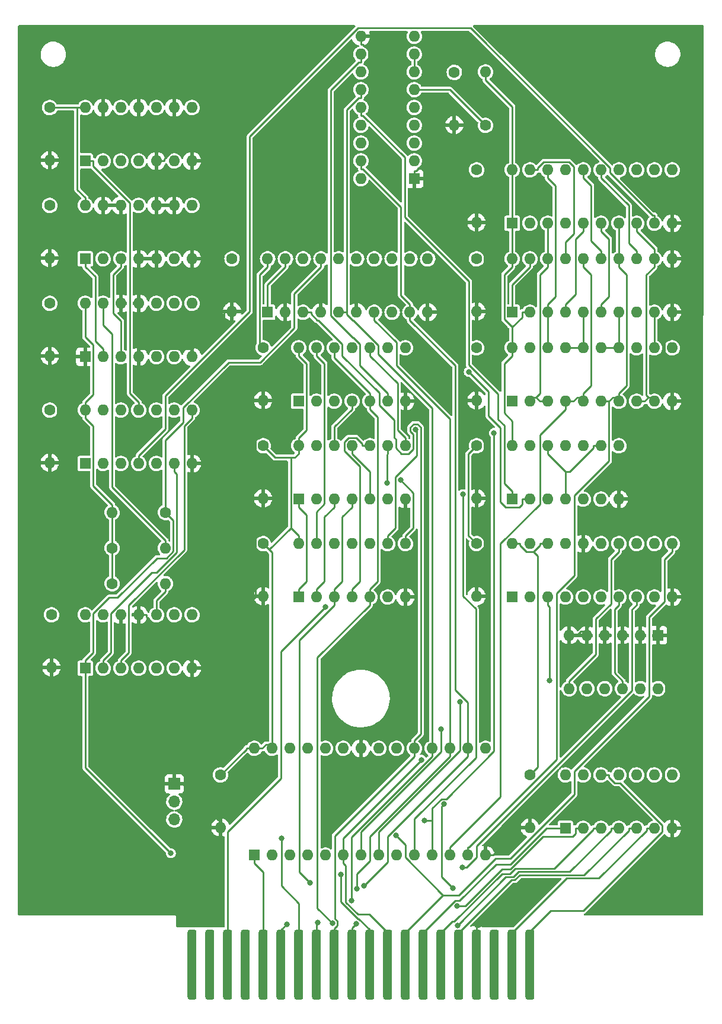
<source format=gbr>
%TF.GenerationSoftware,KiCad,Pcbnew,6.0.7-f9a2dced07~116~ubuntu20.04.1*%
%TF.CreationDate,2022-11-23T10:31:03-05:00*%
%TF.ProjectId,6551usb,36353531-7573-4622-9e6b-696361645f70,1.02*%
%TF.SameCoordinates,Original*%
%TF.FileFunction,Copper,L1,Top*%
%TF.FilePolarity,Positive*%
%FSLAX46Y46*%
G04 Gerber Fmt 4.6, Leading zero omitted, Abs format (unit mm)*
G04 Created by KiCad (PCBNEW 6.0.7-f9a2dced07~116~ubuntu20.04.1) date 2022-11-23 10:31:03*
%MOMM*%
%LPD*%
G01*
G04 APERTURE LIST*
G04 Aperture macros list*
%AMRoundRect*
0 Rectangle with rounded corners*
0 $1 Rounding radius*
0 $2 $3 $4 $5 $6 $7 $8 $9 X,Y pos of 4 corners*
0 Add a 4 corners polygon primitive as box body*
4,1,4,$2,$3,$4,$5,$6,$7,$8,$9,$2,$3,0*
0 Add four circle primitives for the rounded corners*
1,1,$1+$1,$2,$3*
1,1,$1+$1,$4,$5*
1,1,$1+$1,$6,$7*
1,1,$1+$1,$8,$9*
0 Add four rect primitives between the rounded corners*
20,1,$1+$1,$2,$3,$4,$5,0*
20,1,$1+$1,$4,$5,$6,$7,0*
20,1,$1+$1,$6,$7,$8,$9,0*
20,1,$1+$1,$8,$9,$2,$3,0*%
G04 Aperture macros list end*
%TA.AperFunction,ConnectorPad*%
%ADD10RoundRect,0.317500X-0.317500X-4.682500X0.317500X-4.682500X0.317500X4.682500X-0.317500X4.682500X0*%
%TD*%
%TA.AperFunction,ComponentPad*%
%ADD11C,1.600000*%
%TD*%
%TA.AperFunction,ComponentPad*%
%ADD12O,1.600000X1.600000*%
%TD*%
%TA.AperFunction,ComponentPad*%
%ADD13R,1.600000X1.600000*%
%TD*%
%TA.AperFunction,ComponentPad*%
%ADD14R,1.700000X1.700000*%
%TD*%
%TA.AperFunction,ComponentPad*%
%ADD15O,1.700000X1.700000*%
%TD*%
%TA.AperFunction,ViaPad*%
%ADD16C,0.800000*%
%TD*%
%TA.AperFunction,Conductor*%
%ADD17C,0.250000*%
%TD*%
G04 APERTURE END LIST*
D10*
%TO.P,U17,1,-12V*%
%TO.N,unconnected-(U17-Pad1)*%
X38100000Y-189611000D03*
%TO.P,U17,3,HALT\u002A*%
%TO.N,unconnected-(U17-Pad3)*%
X40640000Y-189611000D03*
%TO.P,U17,5,RESET\u002A*%
%TO.N,/RESET\u002A*%
X43180000Y-189611000D03*
%TO.P,U17,7,Q*%
%TO.N,unconnected-(U17-Pad7)*%
X45720000Y-189611000D03*
%TO.P,U17,9,+5V*%
%TO.N,+5V*%
X48260000Y-189611000D03*
%TO.P,U17,11,D1*%
%TO.N,/D1*%
X50800000Y-189611000D03*
%TO.P,U17,13,D3*%
%TO.N,/D3*%
X53340000Y-189611000D03*
%TO.P,U17,15,D5*%
%TO.N,/D5*%
X55880000Y-189611000D03*
%TO.P,U17,17,D7*%
%TO.N,/D7*%
X58420000Y-189611000D03*
%TO.P,U17,19,A0*%
%TO.N,/A0*%
X60960000Y-189611000D03*
%TO.P,U17,21,A2*%
%TO.N,/A2*%
X63500000Y-189611000D03*
%TO.P,U17,23,A4*%
%TO.N,/A4*%
X66040000Y-189611000D03*
%TO.P,U17,25,A6*%
%TO.N,/A6*%
X68580000Y-189611000D03*
%TO.P,U17,27,A8*%
%TO.N,/A8*%
X71120000Y-189611000D03*
%TO.P,U17,29,A10*%
%TO.N,/A10*%
X73660000Y-189611000D03*
%TO.P,U17,31,A12*%
%TO.N,/A12*%
X76200000Y-189611000D03*
%TO.P,U17,33,GND*%
%TO.N,GND*%
X78740000Y-189611000D03*
%TO.P,U17,35,SND*%
%TO.N,unconnected-(U17-Pad35)*%
X81280000Y-189611000D03*
%TO.P,U17,37,A13*%
%TO.N,/A13*%
X83820000Y-189611000D03*
%TO.P,U17,39,A15*%
%TO.N,/A15*%
X86360000Y-189611000D03*
%TD*%
D11*
%TO.P,C15,1*%
%TO.N,+5V*%
X43815000Y-88900000D03*
D12*
%TO.P,C15,2*%
%TO.N,GND*%
X43815000Y-96400000D03*
%TD*%
D11*
%TO.P,C14,1*%
%TO.N,+5V*%
X78740000Y-101600000D03*
D12*
%TO.P,C14,2*%
%TO.N,GND*%
X78740000Y-109100000D03*
%TD*%
D13*
%TO.P,U13,1,~{Mr}*%
%TO.N,+5V*%
X83820000Y-83820000D03*
D12*
%TO.P,U13,2,Q0*%
%TO.N,unconnected-(U13-Pad2)*%
X86360000Y-83820000D03*
%TO.P,U13,3,D0*%
%TO.N,/D0*%
X88900000Y-83820000D03*
%TO.P,U13,4,D1*%
%TO.N,/D1*%
X91440000Y-83820000D03*
%TO.P,U13,5,Q1*%
%TO.N,/CD1*%
X93980000Y-83820000D03*
%TO.P,U13,6,Q2*%
%TO.N,/CD2*%
X96520000Y-83820000D03*
%TO.P,U13,7,D2*%
%TO.N,/D2*%
X99060000Y-83820000D03*
%TO.P,U13,8,D3*%
%TO.N,/D3*%
X101600000Y-83820000D03*
%TO.P,U13,9,Q3*%
%TO.N,/CD3*%
X104140000Y-83820000D03*
%TO.P,U13,10,GND*%
%TO.N,GND*%
X106680000Y-83820000D03*
%TO.P,U13,11,Cp*%
%TO.N,/COMMAND_WRITE*%
X106680000Y-76200000D03*
%TO.P,U13,12,Q4*%
%TO.N,unconnected-(U13-Pad12)*%
X104140000Y-76200000D03*
%TO.P,U13,13,D4*%
%TO.N,/D4*%
X101600000Y-76200000D03*
%TO.P,U13,14,D5*%
%TO.N,/D5*%
X99060000Y-76200000D03*
%TO.P,U13,15,Q5*%
%TO.N,Net-(U13-Pad15)*%
X96520000Y-76200000D03*
%TO.P,U13,16,Q6*%
%TO.N,Net-(U13-Pad16)*%
X93980000Y-76200000D03*
%TO.P,U13,17,D6*%
%TO.N,/D6*%
X91440000Y-76200000D03*
%TO.P,U13,18,D7*%
%TO.N,/D7*%
X88900000Y-76200000D03*
%TO.P,U13,19,Q7*%
%TO.N,Net-(U13-Pad19)*%
X86360000Y-76200000D03*
%TO.P,U13,20,VCC*%
%TO.N,+5V*%
X83820000Y-76200000D03*
%TD*%
D13*
%TO.P,U11,1*%
%TO.N,/PWREN\u002A*%
X22855000Y-88890000D03*
D12*
%TO.P,U11,2*%
%TO.N,Net-(U10-Pad5)*%
X25395000Y-88890000D03*
%TO.P,U11,3*%
%TO.N,Net-(U10-Pad10)*%
X27935000Y-88890000D03*
%TO.P,U11,4*%
%TO.N,GND*%
X30475000Y-88890000D03*
%TO.P,U11,5*%
X33015000Y-88890000D03*
%TO.P,U11,6*%
%TO.N,unconnected-(U11-Pad6)*%
X35555000Y-88890000D03*
%TO.P,U11,7,GND*%
%TO.N,GND*%
X38095000Y-88890000D03*
%TO.P,U11,8*%
%TO.N,unconnected-(U11-Pad8)*%
X38095000Y-81270000D03*
%TO.P,U11,9*%
%TO.N,GND*%
X35555000Y-81270000D03*
%TO.P,U11,10*%
X33015000Y-81270000D03*
%TO.P,U11,11*%
%TO.N,unconnected-(U11-Pad11)*%
X30475000Y-81270000D03*
%TO.P,U11,12*%
%TO.N,GND*%
X27935000Y-81270000D03*
%TO.P,U11,13*%
X25395000Y-81270000D03*
%TO.P,U11,14,VCC*%
%TO.N,+5V*%
X22855000Y-81270000D03*
%TD*%
D13*
%TO.P,U9,1,VPP*%
%TO.N,+5V*%
X46990000Y-173990000D03*
D12*
%TO.P,U9,2,A12*%
%TO.N,/A12*%
X49530000Y-173990000D03*
%TO.P,U9,3,A7*%
%TO.N,/A7*%
X52070000Y-173990000D03*
%TO.P,U9,4,A6*%
%TO.N,/A6*%
X54610000Y-173990000D03*
%TO.P,U9,5,A5*%
%TO.N,/A5*%
X57150000Y-173990000D03*
%TO.P,U9,6,A4*%
%TO.N,/A4*%
X59690000Y-173990000D03*
%TO.P,U9,7,A3*%
%TO.N,/A3*%
X62230000Y-173990000D03*
%TO.P,U9,8,A2*%
%TO.N,/A2*%
X64770000Y-173990000D03*
%TO.P,U9,9,A1*%
%TO.N,/A1*%
X67310000Y-173990000D03*
%TO.P,U9,10,A0*%
%TO.N,/A0*%
X69850000Y-173990000D03*
%TO.P,U9,11,D0*%
%TO.N,/D0*%
X72390000Y-173990000D03*
%TO.P,U9,12,D1*%
%TO.N,/D1*%
X74930000Y-173990000D03*
%TO.P,U9,13,D2*%
%TO.N,/D2*%
X77470000Y-173990000D03*
%TO.P,U9,14,GND*%
%TO.N,GND*%
X80010000Y-173990000D03*
%TO.P,U9,15,D3*%
%TO.N,/D3*%
X80010000Y-158750000D03*
%TO.P,U9,16,D4*%
%TO.N,/D4*%
X77470000Y-158750000D03*
%TO.P,U9,17,D5*%
%TO.N,/D5*%
X74930000Y-158750000D03*
%TO.P,U9,18,D6*%
%TO.N,/D6*%
X72390000Y-158750000D03*
%TO.P,U9,19,D7*%
%TO.N,/D7*%
X69850000Y-158750000D03*
%TO.P,U9,20,~{CE}*%
%TO.N,/CTS\u002A*%
X67310000Y-158750000D03*
%TO.P,U9,21,A10*%
%TO.N,/A10*%
X64770000Y-158750000D03*
%TO.P,U9,22,~{OE}*%
%TO.N,GND*%
X62230000Y-158750000D03*
%TO.P,U9,23,A11*%
%TO.N,/A11*%
X59690000Y-158750000D03*
%TO.P,U9,24,A9*%
%TO.N,/A9*%
X57150000Y-158750000D03*
%TO.P,U9,25,A8*%
%TO.N,/A8*%
X54610000Y-158750000D03*
%TO.P,U9,26,A13*%
%TO.N,Net-(J1-Pad2)*%
X52070000Y-158750000D03*
%TO.P,U9,27,~{PGM}*%
%TO.N,+5V*%
X49530000Y-158750000D03*
%TO.P,U9,28,VCC*%
X46990000Y-158750000D03*
%TD*%
D13*
%TO.P,U16,1,OEa*%
%TO.N,/COMMAND_READ\u002A*%
X83820000Y-96520000D03*
D12*
%TO.P,U16,2,I0a*%
%TO.N,+5V*%
X86360000Y-96520000D03*
%TO.P,U16,3,O3b*%
%TO.N,/D7*%
X88900000Y-96520000D03*
%TO.P,U16,4,I1a*%
%TO.N,/CD1*%
X91440000Y-96520000D03*
%TO.P,U16,5,O2b*%
%TO.N,/D6*%
X93980000Y-96520000D03*
%TO.P,U16,6,I2a*%
%TO.N,/CD2*%
X96520000Y-96520000D03*
%TO.P,U16,7,O1b*%
%TO.N,/D5*%
X99060000Y-96520000D03*
%TO.P,U16,8,I3a*%
%TO.N,/CD3*%
X101600000Y-96520000D03*
%TO.P,U16,9,O0b*%
%TO.N,/D4*%
X104140000Y-96520000D03*
%TO.P,U16,10,GND*%
%TO.N,GND*%
X106680000Y-96520000D03*
%TO.P,U16,11,I0b*%
X106680000Y-88900000D03*
%TO.P,U16,12,O3a*%
%TO.N,/D3*%
X104140000Y-88900000D03*
%TO.P,U16,13,I1b*%
%TO.N,Net-(U13-Pad15)*%
X101600000Y-88900000D03*
%TO.P,U16,14,O2a*%
%TO.N,/D2*%
X99060000Y-88900000D03*
%TO.P,U16,15,I2b*%
%TO.N,Net-(U13-Pad16)*%
X96520000Y-88900000D03*
%TO.P,U16,16,O1a*%
%TO.N,/D1*%
X93980000Y-88900000D03*
%TO.P,U16,17,I3b*%
%TO.N,Net-(U13-Pad19)*%
X91440000Y-88900000D03*
%TO.P,U16,18,O0a*%
%TO.N,/D0*%
X88900000Y-88900000D03*
%TO.P,U16,19,OEb*%
%TO.N,/COMMAND_READ\u002A*%
X86360000Y-88900000D03*
%TO.P,U16,20,VCC*%
%TO.N,+5V*%
X83820000Y-88900000D03*
%TD*%
D13*
%TO.P,U1,1*%
%TO.N,/A0*%
X53340000Y-137160000D03*
D12*
%TO.P,U1,2*%
%TO.N,Net-(U1-Pad2)*%
X55880000Y-137160000D03*
%TO.P,U1,3*%
%TO.N,/A1*%
X58420000Y-137160000D03*
%TO.P,U1,4*%
%TO.N,Net-(U1-Pad4)*%
X60960000Y-137160000D03*
%TO.P,U1,5*%
%TO.N,/R{slash}W\u002A*%
X63500000Y-137160000D03*
%TO.P,U1,6*%
%TO.N,/W{slash}R\u002A*%
X66040000Y-137160000D03*
%TO.P,U1,7,GND*%
%TO.N,GND*%
X68580000Y-137160000D03*
%TO.P,U1,8*%
%TO.N,Net-(U1-Pad8)*%
X68580000Y-129540000D03*
%TO.P,U1,9*%
%TO.N,/CD2*%
X66040000Y-129540000D03*
%TO.P,U1,10*%
%TO.N,Net-(U1-Pad10)*%
X63500000Y-129540000D03*
%TO.P,U1,11*%
%TO.N,/RESET\u002A*%
X60960000Y-129540000D03*
%TO.P,U1,12*%
%TO.N,Net-(U1-Pad12)*%
X58420000Y-129540000D03*
%TO.P,U1,13*%
%TO.N,/STATUS_SELECT*%
X55880000Y-129540000D03*
%TO.P,U1,14,VCC*%
%TO.N,+5V*%
X53340000Y-129540000D03*
%TD*%
D11*
%TO.P,C3,1*%
%TO.N,+5V*%
X48255000Y-101590000D03*
D12*
%TO.P,C3,2*%
%TO.N,GND*%
X48255000Y-109090000D03*
%TD*%
D13*
%TO.P,SW1,1*%
%TO.N,GND*%
X104648000Y-142621000D03*
D12*
%TO.P,SW1,2*%
X102108000Y-142621000D03*
%TO.P,SW1,3*%
X99568000Y-142621000D03*
%TO.P,SW1,4*%
X97028000Y-142621000D03*
%TO.P,SW1,5*%
X94488000Y-142621000D03*
%TO.P,SW1,6*%
X91948000Y-142621000D03*
%TO.P,SW1,7*%
%TO.N,Net-(SW1-Pad7)*%
X91948000Y-150241000D03*
%TO.P,SW1,8*%
%TO.N,Net-(SW1-Pad8)*%
X94488000Y-150241000D03*
%TO.P,SW1,9*%
%TO.N,Net-(SW1-Pad9)*%
X97028000Y-150241000D03*
%TO.P,SW1,10*%
%TO.N,Net-(SW1-Pad10)*%
X99568000Y-150241000D03*
%TO.P,SW1,11*%
%TO.N,Net-(SW1-Pad11)*%
X102108000Y-150241000D03*
%TO.P,SW1,12*%
%TO.N,Net-(SW1-Pad12)*%
X104648000Y-150241000D03*
%TD*%
D11*
%TO.P,C7,1*%
%TO.N,+5V*%
X78740000Y-115570000D03*
D12*
%TO.P,C7,2*%
%TO.N,GND*%
X78740000Y-123070000D03*
%TD*%
D11*
%TO.P,R1,1*%
%TO.N,/PWREN\u002A*%
X80010000Y-69850000D03*
D12*
%TO.P,R1,2*%
%TO.N,+5V*%
X80010000Y-62230000D03*
%TD*%
D13*
%TO.P,U12,1*%
%TO.N,/CART\u002A*%
X22860000Y-147320000D03*
D12*
%TO.P,U12,2*%
%TO.N,Net-(U12-Pad2)*%
X25400000Y-147320000D03*
%TO.P,U12,3*%
%TO.N,Net-(U12-Pad3)*%
X27940000Y-147320000D03*
%TO.P,U12,4*%
%TO.N,Net-(R3-Pad2)*%
X30480000Y-147320000D03*
%TO.P,U12,5*%
%TO.N,Net-(U1-Pad10)*%
X33020000Y-147320000D03*
%TO.P,U12,6*%
%TO.N,/STATUS_WRITE*%
X35560000Y-147320000D03*
%TO.P,U12,7,GND*%
%TO.N,GND*%
X38100000Y-147320000D03*
%TO.P,U12,8*%
%TO.N,/R{slash}W\u002A*%
X38100000Y-139700000D03*
%TO.P,U12,9*%
%TO.N,Net-(U1-Pad12)*%
X35560000Y-139700000D03*
%TO.P,U12,10*%
%TO.N,/STATUS_WRITE*%
X33020000Y-139700000D03*
%TO.P,U12,11*%
%TO.N,GND*%
X30480000Y-139700000D03*
%TO.P,U12,12*%
X27940000Y-139700000D03*
%TO.P,U12,13*%
%TO.N,unconnected-(U12-Pad13)*%
X25400000Y-139700000D03*
%TO.P,U12,14,VCC*%
%TO.N,+5V*%
X22860000Y-139700000D03*
%TD*%
D11*
%TO.P,C8,1*%
%TO.N,+5V*%
X17780000Y-67320000D03*
D12*
%TO.P,C8,2*%
%TO.N,GND*%
X17780000Y-74820000D03*
%TD*%
D11*
%TO.P,C1,1*%
%TO.N,+5V*%
X48260000Y-129540000D03*
D12*
%TO.P,C1,2*%
%TO.N,GND*%
X48260000Y-137040000D03*
%TD*%
D13*
%TO.P,U3,1*%
%TO.N,/CONTROL_SELECT*%
X53335000Y-109210000D03*
D12*
%TO.P,U3,2*%
%TO.N,/R{slash}W\u002A*%
X55875000Y-109210000D03*
%TO.P,U3,3*%
%TO.N,/CONTROL_READ\u002A*%
X58415000Y-109210000D03*
%TO.P,U3,4*%
%TO.N,/BUF_SELECT*%
X60955000Y-109210000D03*
%TO.P,U3,5*%
%TO.N,/R{slash}W\u002A*%
X63495000Y-109210000D03*
%TO.P,U3,6*%
%TO.N,/BUF_READ\u002A*%
X66035000Y-109210000D03*
%TO.P,U3,7,GND*%
%TO.N,GND*%
X68575000Y-109210000D03*
%TO.P,U3,8*%
%TO.N,/COMMAND_READ\u002A*%
X68575000Y-101590000D03*
%TO.P,U3,9*%
%TO.N,/R{slash}W\u002A*%
X66035000Y-101590000D03*
%TO.P,U3,10*%
%TO.N,/COMMAND_SELECT*%
X63495000Y-101590000D03*
%TO.P,U3,11*%
%TO.N,/STATUS_READ\u002A*%
X60955000Y-101590000D03*
%TO.P,U3,12*%
%TO.N,/R{slash}W\u002A*%
X58415000Y-101590000D03*
%TO.P,U3,13*%
%TO.N,/STATUS_SELECT*%
X55875000Y-101590000D03*
%TO.P,U3,14,VCC*%
%TO.N,+5V*%
X53335000Y-101590000D03*
%TD*%
D11*
%TO.P,R3,1*%
%TO.N,+5V*%
X26670000Y-130175000D03*
D12*
%TO.P,R3,2*%
%TO.N,Net-(R3-Pad2)*%
X34290000Y-130175000D03*
%TD*%
D13*
%TO.P,U4,1,~{P>Q}*%
%TO.N,unconnected-(U4-Pad1)*%
X83820000Y-137160000D03*
D12*
%TO.P,U4,2,P0*%
%TO.N,/A2*%
X86360000Y-137160000D03*
%TO.P,U4,3,Q0*%
%TO.N,Net-(SW1-Pad12)*%
X88900000Y-137160000D03*
%TO.P,U4,4,P1*%
%TO.N,/A3*%
X91440000Y-137160000D03*
%TO.P,U4,5,Q1*%
%TO.N,Net-(SW1-Pad11)*%
X93980000Y-137160000D03*
%TO.P,U4,6,P2*%
%TO.N,/A4*%
X96520000Y-137160000D03*
%TO.P,U4,7,Q2*%
%TO.N,Net-(SW1-Pad10)*%
X99060000Y-137160000D03*
%TO.P,U4,8,P3*%
%TO.N,/A5*%
X101600000Y-137160000D03*
%TO.P,U4,9,Q3*%
%TO.N,Net-(SW1-Pad9)*%
X104140000Y-137160000D03*
%TO.P,U4,10,Gnd*%
%TO.N,GND*%
X106680000Y-137160000D03*
%TO.P,U4,11,P4*%
%TO.N,/A6*%
X106680000Y-129540000D03*
%TO.P,U4,12,Q4*%
%TO.N,Net-(SW1-Pad8)*%
X104140000Y-129540000D03*
%TO.P,U4,13,P5*%
%TO.N,/A7*%
X101600000Y-129540000D03*
%TO.P,U4,14,Q5*%
%TO.N,Net-(SW1-Pad7)*%
X99060000Y-129540000D03*
%TO.P,U4,15,P6*%
%TO.N,Net-(U2-Pad8)*%
X96520000Y-129540000D03*
%TO.P,U4,16,Q6*%
%TO.N,GND*%
X93980000Y-129540000D03*
%TO.P,U4,17,P7*%
%TO.N,/E*%
X91440000Y-129540000D03*
%TO.P,U4,18,Q7*%
%TO.N,+5V*%
X88900000Y-129540000D03*
%TO.P,U4,19,~{P=Q}*%
%TO.N,/BOARD_SELECT\u002A*%
X86360000Y-129540000D03*
%TO.P,U4,20,Vcc*%
%TO.N,+5V*%
X83820000Y-129540000D03*
%TD*%
D13*
%TO.P,U14,1,OE*%
%TO.N,/CONTROL_READ\u002A*%
X83820000Y-109220000D03*
D12*
%TO.P,U14,2,O0*%
%TO.N,/D0*%
X86360000Y-109220000D03*
%TO.P,U14,3,D0*%
X88900000Y-109220000D03*
%TO.P,U14,4,D1*%
%TO.N,/D1*%
X91440000Y-109220000D03*
%TO.P,U14,5,O1*%
X93980000Y-109220000D03*
%TO.P,U14,6,O2*%
%TO.N,/D2*%
X96520000Y-109220000D03*
%TO.P,U14,7,D2*%
X99060000Y-109220000D03*
%TO.P,U14,8,D3*%
%TO.N,/D3*%
X101600000Y-109220000D03*
%TO.P,U14,9,O3*%
X104140000Y-109220000D03*
%TO.P,U14,10,GND*%
%TO.N,GND*%
X106680000Y-109220000D03*
%TO.P,U14,11,Cp*%
%TO.N,/CONTROL_WRITE*%
X106680000Y-101600000D03*
%TO.P,U14,12,O4*%
%TO.N,/D4*%
X104140000Y-101600000D03*
%TO.P,U14,13,D4*%
X101600000Y-101600000D03*
%TO.P,U14,14,D5*%
%TO.N,/D5*%
X99060000Y-101600000D03*
%TO.P,U14,15,O5*%
X96520000Y-101600000D03*
%TO.P,U14,16,O6*%
%TO.N,/D6*%
X93980000Y-101600000D03*
%TO.P,U14,17,D6*%
X91440000Y-101600000D03*
%TO.P,U14,18,D7*%
%TO.N,/D7*%
X88900000Y-101600000D03*
%TO.P,U14,19,O7*%
X86360000Y-101600000D03*
%TO.P,U14,20,VCC*%
%TO.N,+5V*%
X83820000Y-101600000D03*
%TD*%
D11*
%TO.P,C9,1*%
%TO.N,+5V*%
X42164000Y-162555000D03*
D12*
%TO.P,C9,2*%
%TO.N,GND*%
X42164000Y-170055000D03*
%TD*%
D11*
%TO.P,C2,1*%
%TO.N,+5V*%
X86360000Y-162560000D03*
D12*
%TO.P,C2,2*%
%TO.N,GND*%
X86360000Y-170060000D03*
%TD*%
D11*
%TO.P,C12,1*%
%TO.N,+5V*%
X18034000Y-139700000D03*
D12*
%TO.P,C12,2*%
%TO.N,GND*%
X18034000Y-147200000D03*
%TD*%
D11*
%TO.P,C13,1*%
%TO.N,+5V*%
X78740000Y-76200000D03*
D12*
%TO.P,C13,2*%
%TO.N,GND*%
X78740000Y-83700000D03*
%TD*%
D13*
%TO.P,U15,1,OEa*%
%TO.N,/STATUS_READ\u002A*%
X48900000Y-96520000D03*
D12*
%TO.P,U15,2,I0a*%
%TO.N,GND*%
X51440000Y-96520000D03*
%TO.P,U15,3,O3b*%
%TO.N,/D7*%
X53980000Y-96520000D03*
%TO.P,U15,4,I1a*%
%TO.N,GND*%
X56520000Y-96520000D03*
%TO.P,U15,5,O2b*%
%TO.N,/D6*%
X59060000Y-96520000D03*
%TO.P,U15,6,I2a*%
%TO.N,GND*%
X61600000Y-96520000D03*
%TO.P,U15,7,O1b*%
%TO.N,/D5*%
X64140000Y-96520000D03*
%TO.P,U15,8,I3a*%
%TO.N,Net-(U15-Pad8)*%
X66680000Y-96520000D03*
%TO.P,U15,9,O0b*%
%TO.N,/D4*%
X69220000Y-96520000D03*
%TO.P,U15,10,GND*%
%TO.N,GND*%
X71760000Y-96520000D03*
%TO.P,U15,11,I0b*%
%TO.N,Net-(U15-Pad11)*%
X71760000Y-88900000D03*
%TO.P,U15,12,O3a*%
%TO.N,/D3*%
X69220000Y-88900000D03*
%TO.P,U15,13,I1b*%
%TO.N,/PWREN\u002A*%
X66680000Y-88900000D03*
%TO.P,U15,14,O2a*%
%TO.N,/D2*%
X64140000Y-88900000D03*
%TO.P,U15,15,I2b*%
%TO.N,/PWREN\u002A*%
X61600000Y-88900000D03*
%TO.P,U15,16,O1a*%
%TO.N,/D1*%
X59060000Y-88900000D03*
%TO.P,U15,17,I3b*%
%TO.N,/CART\u002A*%
X56520000Y-88900000D03*
%TO.P,U15,18,O0a*%
%TO.N,/D0*%
X53980000Y-88900000D03*
%TO.P,U15,19,OEb*%
%TO.N,/STATUS_READ\u002A*%
X51440000Y-88900000D03*
%TO.P,U15,20,VCC*%
%TO.N,+5V*%
X48900000Y-88900000D03*
%TD*%
D13*
%TO.P,U10,1,~{R}*%
%TO.N,GND*%
X22860000Y-102860000D03*
D12*
%TO.P,U10,2,D*%
%TO.N,/PWREN\u002A*%
X25400000Y-102860000D03*
%TO.P,U10,3,C*%
%TO.N,Net-(U10-Pad10)*%
X27940000Y-102860000D03*
%TO.P,U10,4,~{S}*%
%TO.N,GND*%
X30480000Y-102860000D03*
%TO.P,U10,5,Q*%
%TO.N,Net-(U10-Pad5)*%
X33020000Y-102860000D03*
%TO.P,U10,6,~{Q}*%
%TO.N,unconnected-(U10-Pad6)*%
X35560000Y-102860000D03*
%TO.P,U10,7,GND*%
%TO.N,GND*%
X38100000Y-102860000D03*
%TO.P,U10,8,~{Q}*%
%TO.N,/DELTA_PWREN\u002A*%
X38100000Y-95240000D03*
%TO.P,U10,9,Q*%
%TO.N,unconnected-(U10-Pad9)*%
X35560000Y-95240000D03*
%TO.P,U10,10,~{S}*%
%TO.N,Net-(U10-Pad10)*%
X33020000Y-95240000D03*
%TO.P,U10,11,C*%
%TO.N,GND*%
X30480000Y-95240000D03*
%TO.P,U10,12,D*%
X27940000Y-95240000D03*
%TO.P,U10,13,~{R}*%
%TO.N,Net-(R3-Pad2)*%
X25400000Y-95240000D03*
%TO.P,U10,14,VCC*%
%TO.N,+5V*%
X22860000Y-95240000D03*
%TD*%
D11*
%TO.P,C5,1*%
%TO.N,+5V*%
X48260000Y-115570000D03*
D12*
%TO.P,C5,2*%
%TO.N,GND*%
X48260000Y-123070000D03*
%TD*%
D11*
%TO.P,C6,1*%
%TO.N,+5V*%
X17780000Y-110490000D03*
D12*
%TO.P,C6,2*%
%TO.N,GND*%
X17780000Y-117990000D03*
%TD*%
D14*
%TO.P,J1,1,Pin_1*%
%TO.N,GND*%
X35560000Y-163830000D03*
D15*
%TO.P,J1,2,Pin_2*%
%TO.N,Net-(J1-Pad2)*%
X35560000Y-166370000D03*
%TO.P,J1,3,Pin_3*%
%TO.N,+5V*%
X35560000Y-168910000D03*
%TD*%
D11*
%TO.P,C17,1*%
%TO.N,+5V*%
X75565000Y-62290000D03*
D12*
%TO.P,C17,2*%
%TO.N,GND*%
X75565000Y-69790000D03*
%TD*%
D13*
%TO.P,U6,1*%
%TO.N,Net-(U1-Pad2)*%
X22860000Y-118100000D03*
D12*
%TO.P,U6,2*%
%TO.N,Net-(U1-Pad4)*%
X25400000Y-118100000D03*
%TO.P,U6,3*%
%TO.N,Net-(U1-Pad8)*%
X27940000Y-118100000D03*
%TO.P,U6,4*%
%TO.N,/CD3*%
X30480000Y-118100000D03*
%TO.P,U6,5*%
%TO.N,/TX_INT\u002A*%
X33020000Y-118100000D03*
%TO.P,U6,6*%
%TO.N,Net-(U12-Pad2)*%
X35560000Y-118100000D03*
%TO.P,U6,7,GND*%
%TO.N,GND*%
X38100000Y-118100000D03*
%TO.P,U6,8*%
%TO.N,Net-(U12-Pad3)*%
X38100000Y-110480000D03*
%TO.P,U6,9*%
%TO.N,/CD1*%
X35560000Y-110480000D03*
%TO.P,U6,10*%
X33020000Y-110480000D03*
%TO.P,U6,11*%
%TO.N,/RXF\u002A*%
X30480000Y-110480000D03*
%TO.P,U6,12*%
%TO.N,/CONTROL_SELECT*%
X27940000Y-110480000D03*
%TO.P,U6,13*%
%TO.N,/BOARD_SELECT\u002A*%
X25400000Y-110480000D03*
%TO.P,U6,14,VCC*%
%TO.N,+5V*%
X22860000Y-110480000D03*
%TD*%
D11*
%TO.P,C10,1*%
%TO.N,+5V*%
X17785000Y-95250000D03*
D12*
%TO.P,C10,2*%
%TO.N,GND*%
X17785000Y-102750000D03*
%TD*%
D11*
%TO.P,R4,1*%
%TO.N,+5V*%
X26670000Y-135255000D03*
D12*
%TO.P,R4,2*%
%TO.N,/STATUS_WRITE*%
X34290000Y-135255000D03*
%TD*%
D13*
%TO.P,U7,1*%
%TO.N,/TXE\u002A*%
X83820000Y-123200000D03*
D12*
%TO.P,U7,2*%
%TO.N,/DELTA_PWREN\u002A*%
X86360000Y-123200000D03*
%TO.P,U7,3*%
%TO.N,/TX_INT\u002A*%
X88900000Y-123200000D03*
%TO.P,U7,4*%
%TO.N,/W{slash}R\u002A*%
X91440000Y-123200000D03*
%TO.P,U7,5*%
%TO.N,/BUF_SELECT*%
X93980000Y-123200000D03*
%TO.P,U7,6*%
%TO.N,/BUF_WRITE*%
X96520000Y-123200000D03*
%TO.P,U7,7,GND*%
%TO.N,GND*%
X99060000Y-123200000D03*
%TO.P,U7,8*%
%TO.N,/COMMAND_WRITE*%
X99060000Y-115580000D03*
%TO.P,U7,9*%
%TO.N,/W{slash}R\u002A*%
X96520000Y-115580000D03*
%TO.P,U7,10*%
%TO.N,/COMMAND_SELECT*%
X93980000Y-115580000D03*
%TO.P,U7,11*%
%TO.N,/CONTROL_WRITE*%
X91440000Y-115580000D03*
%TO.P,U7,12*%
%TO.N,/W{slash}R\u002A*%
X88900000Y-115580000D03*
%TO.P,U7,13*%
%TO.N,/CONTROL_SELECT*%
X86360000Y-115580000D03*
%TO.P,U7,14,VCC*%
%TO.N,+5V*%
X83820000Y-115580000D03*
%TD*%
D13*
%TO.P,U5,1*%
%TO.N,/A0*%
X53340000Y-123190000D03*
D12*
%TO.P,U5,2*%
%TO.N,/A1*%
X55880000Y-123190000D03*
%TO.P,U5,3*%
%TO.N,Net-(U1-Pad2)*%
X58420000Y-123190000D03*
%TO.P,U5,4*%
%TO.N,/A1*%
X60960000Y-123190000D03*
%TO.P,U5,5*%
%TO.N,/BOARD_SELECT\u002A*%
X63500000Y-123190000D03*
%TO.P,U5,6*%
%TO.N,/STATUS_SELECT*%
X66040000Y-123190000D03*
%TO.P,U5,7,GND*%
%TO.N,GND*%
X68580000Y-123190000D03*
%TO.P,U5,8*%
%TO.N,/COMMAND_SELECT*%
X68580000Y-115570000D03*
%TO.P,U5,9*%
%TO.N,/A0*%
X66040000Y-115570000D03*
%TO.P,U5,10*%
%TO.N,Net-(U1-Pad4)*%
X63500000Y-115570000D03*
%TO.P,U5,11*%
%TO.N,/BOARD_SELECT\u002A*%
X60960000Y-115570000D03*
%TO.P,U5,12*%
%TO.N,/BUF_SELECT*%
X58420000Y-115570000D03*
%TO.P,U5,13*%
%TO.N,/BOARD_SELECT\u002A*%
X55880000Y-115570000D03*
%TO.P,U5,14,VCC*%
%TO.N,+5V*%
X53340000Y-115570000D03*
%TD*%
D11*
%TO.P,R2,1*%
%TO.N,/CART\u002A*%
X34290000Y-125095000D03*
D12*
%TO.P,R2,2*%
%TO.N,+5V*%
X26670000Y-125095000D03*
%TD*%
D13*
%TO.P,U8,1*%
%TO.N,/RXF\u002A*%
X22855000Y-74930000D03*
D12*
%TO.P,U8,2*%
%TO.N,Net-(U15-Pad8)*%
X25395000Y-74930000D03*
%TO.P,U8,3*%
%TO.N,/TXE\u002A*%
X27935000Y-74930000D03*
%TO.P,U8,4*%
%TO.N,Net-(U15-Pad11)*%
X30475000Y-74930000D03*
%TO.P,U8,5*%
%TO.N,GND*%
X33015000Y-74930000D03*
%TO.P,U8,6*%
%TO.N,unconnected-(U8-Pad6)*%
X35555000Y-74930000D03*
%TO.P,U8,7,GND*%
%TO.N,GND*%
X38095000Y-74930000D03*
%TO.P,U8,8*%
%TO.N,unconnected-(U8-Pad8)*%
X38095000Y-67310000D03*
%TO.P,U8,9*%
%TO.N,GND*%
X35555000Y-67310000D03*
%TO.P,U8,10*%
%TO.N,unconnected-(U8-Pad10)*%
X33015000Y-67310000D03*
%TO.P,U8,11*%
%TO.N,GND*%
X30475000Y-67310000D03*
%TO.P,U8,12*%
%TO.N,unconnected-(U8-Pad12)*%
X27935000Y-67310000D03*
%TO.P,U8,13*%
%TO.N,GND*%
X25395000Y-67310000D03*
%TO.P,U8,14,VCC*%
%TO.N,+5V*%
X22855000Y-67310000D03*
%TD*%
D11*
%TO.P,C4,1*%
%TO.N,+5V*%
X78740000Y-129540000D03*
D12*
%TO.P,C4,2*%
%TO.N,GND*%
X78740000Y-137040000D03*
%TD*%
D11*
%TO.P,C16,1*%
%TO.N,+5V*%
X78740000Y-88900000D03*
D12*
%TO.P,C16,2*%
%TO.N,GND*%
X78740000Y-96400000D03*
%TD*%
D13*
%TO.P,U2,1*%
%TO.N,/A8*%
X91435000Y-170170000D03*
D12*
%TO.P,U2,2*%
%TO.N,/A9*%
X93975000Y-170170000D03*
%TO.P,U2,3*%
%TO.N,/A10*%
X96515000Y-170170000D03*
%TO.P,U2,4*%
%TO.N,/A11*%
X99055000Y-170170000D03*
%TO.P,U2,5*%
%TO.N,/A12*%
X101595000Y-170170000D03*
%TO.P,U2,6*%
%TO.N,/A13*%
X104135000Y-170170000D03*
%TO.P,U2,7,GND*%
%TO.N,GND*%
X106675000Y-170170000D03*
%TO.P,U2,8*%
%TO.N,Net-(U2-Pad8)*%
X106675000Y-162550000D03*
%TO.P,U2,9*%
%TO.N,N/C*%
X104135000Y-162550000D03*
%TO.P,U2,10*%
X101595000Y-162550000D03*
%TO.P,U2,11*%
%TO.N,/A14*%
X99055000Y-162550000D03*
%TO.P,U2,12*%
%TO.N,/A15*%
X96515000Y-162550000D03*
%TO.P,U2,13*%
%TO.N,N/C*%
X93975000Y-162550000D03*
%TO.P,U2,14,VCC*%
%TO.N,+5V*%
X91435000Y-162550000D03*
%TD*%
D13*
%TO.P,P1,1,GND*%
%TO.N,GND*%
X69840000Y-77460000D03*
D12*
%TO.P,P1,2,D2*%
%TO.N,/D2*%
X69840000Y-74920000D03*
%TO.P,P1,3,D7*%
%TO.N,/D7*%
X69840000Y-72380000D03*
%TO.P,P1,4,D5*%
%TO.N,/D5*%
X69840000Y-69840000D03*
%TO.P,P1,5,D3*%
%TO.N,/D3*%
X69840000Y-67300000D03*
%TO.P,P1,6,PWREN\u002A*%
%TO.N,/PWREN\u002A*%
X69840000Y-64760000D03*
%TO.P,P1,7,VCCIO*%
%TO.N,+5V*%
X69840000Y-62220000D03*
%TO.P,P1,8,EXTVCC*%
X69840000Y-59680000D03*
%TO.P,P1,9,PORTVCC*%
%TO.N,unconnected-(P1-Pad9)*%
X69840000Y-57140000D03*
%TO.P,P1,10,GND*%
%TO.N,GND*%
X62220000Y-57140000D03*
%TO.P,P1,11,RD\u002A*%
%TO.N,/BUF_READ\u002A*%
X62220000Y-59680000D03*
%TO.P,P1,12,WR*%
%TO.N,/BUF_WRITE*%
X62220000Y-62220000D03*
%TO.P,P1,13,D6*%
%TO.N,/D6*%
X62220000Y-64760000D03*
%TO.P,P1,14,TXE\u002A*%
%TO.N,/TXE\u002A*%
X62220000Y-67300000D03*
%TO.P,P1,15,RXF\u002A*%
%TO.N,/RXF\u002A*%
X62220000Y-69840000D03*
%TO.P,P1,16,D1*%
%TO.N,/D1*%
X62220000Y-72380000D03*
%TO.P,P1,17,D4*%
%TO.N,/D4*%
X62220000Y-74920000D03*
%TO.P,P1,18,D0*%
%TO.N,/D0*%
X62220000Y-77460000D03*
%TD*%
D11*
%TO.P,C11,1*%
%TO.N,+5V*%
X17775000Y-81280000D03*
D12*
%TO.P,C11,2*%
%TO.N,GND*%
X17775000Y-88780000D03*
%TD*%
D16*
%TO.N,/CTS\u002A*%
X74095200Y-166686700D03*
X75395400Y-178737300D03*
%TO.N,/DELTA_PWREN\u002A*%
X77612900Y-105022200D03*
%TO.N,/A6*%
X67223900Y-171201700D03*
%TO.N,/A5*%
X76734800Y-175738200D03*
%TO.N,/A4*%
X70872600Y-160390900D03*
%TO.N,/A3*%
X73660000Y-156047700D03*
%TO.N,/A2*%
X59334100Y-176796300D03*
X76344600Y-152158700D03*
%TO.N,/A11*%
X76036200Y-183999600D03*
%TO.N,/A9*%
X75959400Y-181245300D03*
%TO.N,/RESET\u002A*%
X57193700Y-138552500D03*
%TO.N,/CD2*%
X70024800Y-113243800D03*
%TO.N,Net-(U1-Pad8)*%
X67877200Y-120471700D03*
%TO.N,/R{slash}W\u002A*%
X58142900Y-183721600D03*
%TO.N,/A1*%
X54978300Y-177914100D03*
%TO.N,/A0*%
X65936300Y-120874900D03*
X76761700Y-122478900D03*
X61548700Y-183810600D03*
%TO.N,Net-(SW1-Pad12)*%
X89162400Y-149052200D03*
%TO.N,/CART\u002A*%
X35086400Y-173724300D03*
%TO.N,/D0*%
X81212600Y-113734400D03*
X71335400Y-169090300D03*
%TO.N,/D4*%
X62646900Y-178347100D03*
%TO.N,/D1*%
X51640000Y-183831600D03*
%TO.N,/D6*%
X60879000Y-180442200D03*
%TO.N,/D3*%
X50855200Y-171625600D03*
%TO.N,/D5*%
X61616500Y-178764100D03*
X56030100Y-183616300D03*
%TO.N,GND*%
X79074400Y-183923600D03*
%TD*%
D17*
%TO.N,/CTS\u002A*%
X73768800Y-167013100D02*
X74095200Y-166686700D01*
X73768800Y-177110700D02*
X73768800Y-167013100D01*
X75395400Y-178737300D02*
X73768800Y-177110700D01*
%TO.N,/BOARD_SELECT\u002A*%
X60960000Y-115570000D02*
X60960000Y-116695300D01*
X63500000Y-119235300D02*
X60960000Y-116695300D01*
X63500000Y-123190000D02*
X63500000Y-119235300D01*
%TO.N,Net-(U13-Pad19)*%
X87485300Y-75918600D02*
X87485300Y-76200000D01*
X88329200Y-75074700D02*
X87485300Y-75918600D01*
X91938700Y-75074700D02*
X88329200Y-75074700D01*
X92625200Y-75761200D02*
X91938700Y-75074700D01*
X92625200Y-85323900D02*
X92625200Y-75761200D01*
X91440000Y-86509100D02*
X92625200Y-85323900D01*
X91440000Y-88900000D02*
X91440000Y-86509100D01*
X86360000Y-76200000D02*
X87485300Y-76200000D01*
%TO.N,Net-(U13-Pad16)*%
X95105300Y-78450600D02*
X93980000Y-77325300D01*
X95105300Y-86360000D02*
X95105300Y-78450600D01*
X96520000Y-87774700D02*
X95105300Y-86360000D01*
X96520000Y-88900000D02*
X96520000Y-87774700D01*
X93980000Y-76200000D02*
X93980000Y-77325300D01*
%TO.N,Net-(U13-Pad15)*%
X100474700Y-81280000D02*
X96520000Y-77325300D01*
X100474700Y-86649400D02*
X100474700Y-81280000D01*
X101600000Y-87774700D02*
X100474700Y-86649400D01*
X101600000Y-88900000D02*
X101600000Y-87774700D01*
X96520000Y-76200000D02*
X96520000Y-77325300D01*
%TO.N,Net-(U10-Pad10)*%
X26809700Y-91140600D02*
X27935000Y-90015300D01*
X26809700Y-96645000D02*
X26809700Y-91140600D01*
X27940000Y-97775300D02*
X26809700Y-96645000D01*
X27940000Y-102860000D02*
X27940000Y-97775300D01*
X27935000Y-88890000D02*
X27935000Y-90015300D01*
%TO.N,/DELTA_PWREN\u002A*%
X80441700Y-107851000D02*
X77612900Y-105022200D01*
X80441700Y-111290100D02*
X80441700Y-107851000D01*
X82160600Y-113009000D02*
X80441700Y-111290100D01*
X82160600Y-123605100D02*
X82160600Y-113009000D01*
X82880900Y-124325400D02*
X82160600Y-123605100D01*
X84812600Y-124325400D02*
X82880900Y-124325400D01*
X85234700Y-123903300D02*
X84812600Y-124325400D01*
X85234700Y-123200000D02*
X85234700Y-123903300D01*
X86360000Y-123200000D02*
X85234700Y-123200000D01*
%TO.N,/CD1*%
X92854700Y-86070600D02*
X93980000Y-84945300D01*
X92854700Y-93980000D02*
X92854700Y-86070600D01*
X91440000Y-95394700D02*
X92854700Y-93980000D01*
X91440000Y-96520000D02*
X91440000Y-95394700D01*
X93980000Y-83820000D02*
X93980000Y-84945300D01*
%TO.N,Net-(U12-Pad3)*%
X29065300Y-145069400D02*
X27940000Y-146194700D01*
X29065300Y-138339800D02*
X29065300Y-145069400D01*
X36974700Y-130430400D02*
X29065300Y-138339800D01*
X36974700Y-112730600D02*
X36974700Y-130430400D01*
X38100000Y-111605300D02*
X36974700Y-112730600D01*
X38100000Y-110480000D02*
X38100000Y-111605300D01*
X27940000Y-147320000D02*
X27940000Y-146194700D01*
%TO.N,Net-(U12-Pad2)*%
X25400000Y-147320000D02*
X25400000Y-146194700D01*
X35944400Y-119609700D02*
X35560000Y-119225300D01*
X35944400Y-130761400D02*
X35944400Y-119609700D01*
X33026700Y-133679100D02*
X35944400Y-130761400D01*
X32356500Y-133679100D02*
X33026700Y-133679100D01*
X26525300Y-139510300D02*
X32356500Y-133679100D01*
X26525300Y-145069400D02*
X26525300Y-139510300D01*
X25400000Y-146194700D02*
X26525300Y-145069400D01*
X35560000Y-118100000D02*
X35560000Y-119225300D01*
%TO.N,/CD3*%
X103858700Y-82694700D02*
X104140000Y-82694700D01*
X97790000Y-76626000D02*
X103858700Y-82694700D01*
X97790000Y-75877900D02*
X97790000Y-76626000D01*
X77878700Y-55966600D02*
X97790000Y-75877900D01*
X61791900Y-55966600D02*
X77878700Y-55966600D01*
X46357500Y-71401000D02*
X61791900Y-55966600D01*
X46357500Y-96373500D02*
X46357500Y-71401000D01*
X34290000Y-108441000D02*
X46357500Y-96373500D01*
X34290000Y-113164700D02*
X34290000Y-108441000D01*
X30480000Y-116974700D02*
X34290000Y-113164700D01*
X104140000Y-83820000D02*
X104140000Y-82694700D01*
X30480000Y-118100000D02*
X30480000Y-116974700D01*
%TO.N,/A6*%
X106680000Y-129540000D02*
X106680000Y-130665300D01*
X68580000Y-174335900D02*
X73951500Y-179707400D01*
X68580000Y-172557800D02*
X68580000Y-174335900D01*
X67223900Y-171201700D02*
X68580000Y-172557800D01*
X76166800Y-179707400D02*
X73951500Y-179707400D01*
X81433800Y-174440400D02*
X76166800Y-179707400D01*
X83576100Y-174440400D02*
X81433800Y-174440400D01*
X92705000Y-165311500D02*
X83576100Y-174440400D01*
X92705000Y-162019800D02*
X92705000Y-165311500D01*
X103378000Y-151346800D02*
X92705000Y-162019800D01*
X103378000Y-140025500D02*
X103378000Y-151346800D01*
X105554700Y-137848800D02*
X103378000Y-140025500D01*
X105554700Y-131790600D02*
X105554700Y-137848800D01*
X106680000Y-130665300D02*
X105554700Y-131790600D01*
X68580000Y-185078900D02*
X68580000Y-189611000D01*
X73951500Y-179707400D02*
X68580000Y-185078900D01*
%TO.N,/A5*%
X77317300Y-175738200D02*
X76734800Y-175738200D01*
X78740000Y-174315500D02*
X77317300Y-175738200D01*
X78740000Y-172730200D02*
X78740000Y-174315500D01*
X100941200Y-150529000D02*
X78740000Y-172730200D01*
X100941200Y-138944100D02*
X100941200Y-150529000D01*
X101600000Y-138285300D02*
X100941200Y-138944100D01*
X101600000Y-137160000D02*
X101600000Y-138285300D01*
%TO.N,/A4*%
X66040000Y-185014600D02*
X66040000Y-189611000D01*
X63435200Y-182409800D02*
X66040000Y-185014600D01*
X61779500Y-182409800D02*
X63435200Y-182409800D01*
X60064100Y-180694400D02*
X61779500Y-182409800D01*
X60064100Y-175489400D02*
X60064100Y-180694400D01*
X59690000Y-175115300D02*
X60064100Y-175489400D01*
X59690000Y-173990000D02*
X59690000Y-175115300D01*
X59690000Y-171573500D02*
X59690000Y-173990000D01*
X70872600Y-160390900D02*
X59690000Y-171573500D01*
%TO.N,/A3*%
X62230000Y-170696200D02*
X62230000Y-173990000D01*
X73660000Y-159266200D02*
X62230000Y-170696200D01*
X73660000Y-156047700D02*
X73660000Y-159266200D01*
%TO.N,/A2*%
X63500000Y-184660700D02*
X63500000Y-189611000D01*
X61924500Y-183085200D02*
X63500000Y-184660700D01*
X61799500Y-183085200D02*
X61924500Y-183085200D01*
X59334100Y-180619800D02*
X61799500Y-183085200D01*
X59334100Y-176796300D02*
X59334100Y-180619800D01*
X76344600Y-159097600D02*
X76344600Y-152158700D01*
X64770000Y-170672200D02*
X76344600Y-159097600D01*
X64770000Y-173990000D02*
X64770000Y-170672200D01*
%TO.N,/STATUS_READ\u002A*%
X48900000Y-92565300D02*
X48900000Y-96520000D01*
X51440000Y-90025300D02*
X48900000Y-92565300D01*
X51440000Y-88900000D02*
X51440000Y-90025300D01*
%TO.N,/COMMAND_SELECT*%
X67449600Y-106669900D02*
X63495000Y-102715300D01*
X67449600Y-113314300D02*
X67449600Y-106669900D01*
X68580000Y-114444700D02*
X67449600Y-113314300D01*
X68580000Y-115570000D02*
X68580000Y-114444700D01*
X63495000Y-101590000D02*
X63495000Y-102715300D01*
%TO.N,/COMMAND_READ\u002A*%
X83820000Y-92565300D02*
X83820000Y-96520000D01*
X86360000Y-90025300D02*
X83820000Y-92565300D01*
X86360000Y-88900000D02*
X86360000Y-90025300D01*
%TO.N,/BUF_SELECT*%
X60955000Y-109210000D02*
X60955000Y-110335300D01*
X58420000Y-112870300D02*
X58420000Y-115570000D01*
X60955000Y-110335300D02*
X58420000Y-112870300D01*
%TO.N,/A15*%
X86360000Y-184888200D02*
X86360000Y-189611000D01*
X89310500Y-181937700D02*
X86360000Y-184888200D01*
X93989700Y-181937700D02*
X89310500Y-181937700D01*
X105263100Y-170664300D02*
X93989700Y-181937700D01*
X105263100Y-169703900D02*
X105263100Y-170664300D01*
X99234500Y-163675300D02*
X105263100Y-169703900D01*
X98484200Y-163675300D02*
X99234500Y-163675300D01*
X97640300Y-162831400D02*
X98484200Y-163675300D01*
X97640300Y-162550000D02*
X97640300Y-162831400D01*
X96515000Y-162550000D02*
X97640300Y-162550000D01*
%TO.N,/A13*%
X83820000Y-185084400D02*
X83820000Y-189611000D01*
X91643800Y-177260600D02*
X83820000Y-185084400D01*
X96200400Y-177260600D02*
X91643800Y-177260600D01*
X103009700Y-170451300D02*
X96200400Y-177260600D01*
X103009700Y-170170000D02*
X103009700Y-170451300D01*
X104135000Y-170170000D02*
X103009700Y-170170000D01*
%TO.N,/A12*%
X101595000Y-170170000D02*
X100469700Y-170170000D01*
X100469700Y-170451400D02*
X100469700Y-170170000D01*
X94110900Y-176810200D02*
X100469700Y-170451400D01*
X84942500Y-176810200D02*
X94110900Y-176810200D01*
X84201200Y-177551500D02*
X84942500Y-176810200D01*
X83728600Y-177551500D02*
X84201200Y-177551500D01*
X76200000Y-185080100D02*
X83728600Y-177551500D01*
X76200000Y-189611000D02*
X76200000Y-185080100D01*
%TO.N,/A11*%
X99055000Y-170170000D02*
X97929700Y-170170000D01*
X97929700Y-170451300D02*
X97929700Y-170170000D01*
X92021100Y-176359900D02*
X97929700Y-170451300D01*
X84755800Y-176359900D02*
X92021100Y-176359900D01*
X84014500Y-177101200D02*
X84755800Y-176359900D01*
X82934600Y-177101200D02*
X84014500Y-177101200D01*
X76036200Y-183999600D02*
X82934600Y-177101200D01*
%TO.N,/A10*%
X96515000Y-170170000D02*
X95389700Y-170170000D01*
X95389700Y-170362800D02*
X95389700Y-170170000D01*
X89842900Y-175909600D02*
X95389700Y-170362800D01*
X84250900Y-175909600D02*
X89842900Y-175909600D01*
X83509600Y-176650900D02*
X84250900Y-175909600D01*
X82358900Y-176650900D02*
X83509600Y-176650900D01*
X75567900Y-183441900D02*
X82358900Y-176650900D01*
X75299300Y-183441900D02*
X75567900Y-183441900D01*
X73660000Y-185081200D02*
X75299300Y-183441900D01*
X73660000Y-189611000D02*
X73660000Y-185081200D01*
%TO.N,/A9*%
X77127600Y-181245300D02*
X75959400Y-181245300D01*
X82397400Y-175975500D02*
X77127600Y-181245300D01*
X83548100Y-175975500D02*
X82397400Y-175975500D01*
X88228300Y-171295300D02*
X83548100Y-175975500D01*
X92427800Y-171295300D02*
X88228300Y-171295300D01*
X92849700Y-170873400D02*
X92427800Y-171295300D01*
X92849700Y-170170000D02*
X92849700Y-170873400D01*
X93975000Y-170170000D02*
X92849700Y-170170000D01*
%TO.N,/A8*%
X91435000Y-170170000D02*
X90309700Y-170170000D01*
X71120000Y-185059000D02*
X71120000Y-189611000D01*
X75659000Y-180520000D02*
X71120000Y-185059000D01*
X76323200Y-180520000D02*
X75659000Y-180520000D01*
X81543200Y-175300000D02*
X76323200Y-180520000D01*
X83586600Y-175300000D02*
X81543200Y-175300000D01*
X88716600Y-170170000D02*
X83586600Y-175300000D01*
X90309700Y-170170000D02*
X88716600Y-170170000D01*
%TO.N,/STATUS_SELECT*%
X55880000Y-124990300D02*
X55880000Y-129540000D01*
X57010500Y-123859800D02*
X55880000Y-124990300D01*
X57010500Y-103850800D02*
X57010500Y-123859800D01*
X55875000Y-102715300D02*
X57010500Y-103850800D01*
X55875000Y-101590000D02*
X55875000Y-102715300D01*
%TO.N,/RESET\u002A*%
X43180000Y-170630600D02*
X43180000Y-189611000D01*
X50800000Y-163010600D02*
X43180000Y-170630600D01*
X50800000Y-144946200D02*
X50800000Y-163010600D01*
X57193700Y-138552500D02*
X50800000Y-144946200D01*
%TO.N,/CD2*%
X96520000Y-83820000D02*
X96520000Y-84945300D01*
X97645300Y-94269400D02*
X96520000Y-95394700D01*
X97645300Y-86070600D02*
X97645300Y-94269400D01*
X96520000Y-84945300D02*
X97645300Y-86070600D01*
X96520000Y-96520000D02*
X96520000Y-95394700D01*
X66040000Y-129540000D02*
X66040000Y-128414700D01*
X67170800Y-127283900D02*
X66040000Y-128414700D01*
X67170800Y-121403900D02*
X67170800Y-127283900D01*
X67114500Y-121347600D02*
X67170800Y-121403900D01*
X67114500Y-120038600D02*
X67114500Y-121347600D01*
X70195400Y-116957700D02*
X67114500Y-120038600D01*
X70195400Y-113414400D02*
X70195400Y-116957700D01*
X70024800Y-113243800D02*
X70195400Y-113414400D01*
%TO.N,Net-(U1-Pad8)*%
X69705300Y-127289400D02*
X68580000Y-128414700D01*
X69705300Y-122299800D02*
X69705300Y-127289400D01*
X67877200Y-120471700D02*
X69705300Y-122299800D01*
X68580000Y-129540000D02*
X68580000Y-128414700D01*
%TO.N,/W{slash}R\u002A*%
X88900000Y-115580000D02*
X88900000Y-116705300D01*
X96520000Y-115580000D02*
X95394700Y-115580000D01*
X92010700Y-119245300D02*
X91440000Y-119245300D01*
X95394700Y-115861300D02*
X92010700Y-119245300D01*
X95394700Y-115580000D02*
X95394700Y-115861300D01*
X88900000Y-116705300D02*
X91440000Y-119245300D01*
X91440000Y-119245300D02*
X91440000Y-123200000D01*
%TO.N,/R{slash}W\u002A*%
X64625300Y-134909400D02*
X63500000Y-136034700D01*
X64625300Y-111465600D02*
X64625300Y-134909400D01*
X63495000Y-110335300D02*
X64625300Y-111465600D01*
X63500000Y-136597300D02*
X63500000Y-136034700D01*
X63495000Y-109210000D02*
X63495000Y-110335300D01*
X58415000Y-103004700D02*
X63495000Y-108084700D01*
X58415000Y-101590000D02*
X58415000Y-103004700D01*
X63495000Y-109210000D02*
X63495000Y-108084700D01*
X63500000Y-136597300D02*
X63500000Y-137160000D01*
X63500000Y-137160000D02*
X63500000Y-138285300D01*
X56011200Y-181589900D02*
X58142900Y-183721600D01*
X56011200Y-145774100D02*
X56011200Y-181589900D01*
X63500000Y-138285300D02*
X56011200Y-145774100D01*
%TO.N,Net-(U1-Pad4)*%
X63500000Y-115570000D02*
X62374700Y-115570000D01*
X60960000Y-137160000D02*
X60960000Y-136034700D01*
X62374700Y-115288700D02*
X62374700Y-115570000D01*
X61525600Y-114439600D02*
X62374700Y-115288700D01*
X60456300Y-114439600D02*
X61525600Y-114439600D01*
X59830100Y-115065800D02*
X60456300Y-114439600D01*
X59830100Y-116261900D02*
X59830100Y-115065800D01*
X62085300Y-118517100D02*
X59830100Y-116261900D01*
X62085300Y-134909400D02*
X62085300Y-118517100D01*
X60960000Y-136034700D02*
X62085300Y-134909400D01*
%TO.N,/A1*%
X53442400Y-176378200D02*
X54978300Y-177914100D01*
X53442400Y-143329700D02*
X53442400Y-176378200D01*
X58420000Y-138352100D02*
X53442400Y-143329700D01*
X58420000Y-137160000D02*
X58420000Y-138352100D01*
X59545300Y-134909400D02*
X58420000Y-136034700D01*
X59545300Y-125730000D02*
X59545300Y-134909400D01*
X60960000Y-124315300D02*
X59545300Y-125730000D01*
X60960000Y-123190000D02*
X60960000Y-124315300D01*
X58420000Y-137160000D02*
X58420000Y-136034700D01*
%TO.N,Net-(U1-Pad2)*%
X57005300Y-134909400D02*
X55880000Y-136034700D01*
X57005300Y-125730000D02*
X57005300Y-134909400D01*
X58420000Y-124315300D02*
X57005300Y-125730000D01*
X58420000Y-123190000D02*
X58420000Y-124315300D01*
X55880000Y-137160000D02*
X55880000Y-136034700D01*
%TO.N,/A0*%
X54465300Y-134909400D02*
X53340000Y-136034700D01*
X54465300Y-125440600D02*
X54465300Y-134909400D01*
X53340000Y-124315300D02*
X54465300Y-125440600D01*
X53340000Y-123190000D02*
X53340000Y-124315300D01*
X53340000Y-137160000D02*
X53340000Y-136034700D01*
X65936300Y-116799000D02*
X65936300Y-120874900D01*
X66040000Y-116695300D02*
X65936300Y-116799000D01*
X66040000Y-115570000D02*
X66040000Y-116695300D01*
X69850000Y-173990000D02*
X69850000Y-172864700D01*
X60960000Y-184399300D02*
X61548700Y-183810600D01*
X60960000Y-189611000D02*
X60960000Y-184399300D01*
X69850000Y-168834100D02*
X69850000Y-172864700D01*
X78619400Y-160064700D02*
X69850000Y-168834100D01*
X78619400Y-138864400D02*
X78619400Y-160064700D01*
X76761700Y-137006700D02*
X78619400Y-138864400D01*
X76761700Y-122478900D02*
X76761700Y-137006700D01*
%TO.N,Net-(SW1-Pad12)*%
X89162400Y-138547700D02*
X89162400Y-149052200D01*
X88900000Y-138285300D02*
X89162400Y-138547700D01*
X88900000Y-137160000D02*
X88900000Y-138285300D01*
%TO.N,Net-(SW1-Pad10)*%
X98442700Y-147990400D02*
X99568000Y-149115700D01*
X98442700Y-138902600D02*
X98442700Y-147990400D01*
X99060000Y-138285300D02*
X98442700Y-138902600D01*
X99060000Y-137160000D02*
X99060000Y-138285300D01*
X99568000Y-150241000D02*
X99568000Y-149115700D01*
%TO.N,Net-(SW1-Pad7)*%
X95758000Y-145305700D02*
X91948000Y-149115700D01*
X95758000Y-140289100D02*
X95758000Y-145305700D01*
X97934700Y-138112400D02*
X95758000Y-140289100D01*
X97934700Y-131790600D02*
X97934700Y-138112400D01*
X99060000Y-130665300D02*
X97934700Y-131790600D01*
X99060000Y-129540000D02*
X99060000Y-130665300D01*
X91948000Y-150241000D02*
X91948000Y-149115700D01*
%TO.N,/STATUS_WRITE*%
X33020000Y-137650300D02*
X33020000Y-139700000D01*
X34290000Y-136380300D02*
X33020000Y-137650300D01*
X34290000Y-135255000D02*
X34290000Y-136380300D01*
%TO.N,Net-(R3-Pad2)*%
X26670000Y-121429700D02*
X34290000Y-129049700D01*
X26670000Y-99615000D02*
X26670000Y-121429700D01*
X25400000Y-98345000D02*
X26670000Y-99615000D01*
X25400000Y-95240000D02*
X25400000Y-98345000D01*
X34290000Y-130175000D02*
X34290000Y-129049700D01*
%TO.N,/CART\u002A*%
X22860000Y-146757300D02*
X22860000Y-146194700D01*
X22860000Y-146757300D02*
X22860000Y-147320000D01*
X22860000Y-161497900D02*
X35086400Y-173724300D01*
X22860000Y-147320000D02*
X22860000Y-161497900D01*
X52710000Y-93835300D02*
X56520000Y-90025300D01*
X52710000Y-98789800D02*
X52710000Y-93835300D01*
X47850200Y-103649600D02*
X52710000Y-98789800D01*
X43338600Y-103649600D02*
X47850200Y-103649600D01*
X36830000Y-110158200D02*
X43338600Y-103649600D01*
X36830000Y-112238400D02*
X36830000Y-110158200D01*
X34290000Y-114778400D02*
X36830000Y-112238400D01*
X34290000Y-125095000D02*
X34290000Y-114778400D01*
X23985300Y-145069400D02*
X22860000Y-146194700D01*
X23985300Y-139522900D02*
X23985300Y-145069400D01*
X26280400Y-137227800D02*
X23985300Y-139522900D01*
X27455200Y-137227800D02*
X26280400Y-137227800D01*
X33092800Y-131590200D02*
X27455200Y-137227800D01*
X34478700Y-131590200D02*
X33092800Y-131590200D01*
X35430700Y-130638200D02*
X34478700Y-131590200D01*
X35430700Y-126235700D02*
X35430700Y-130638200D01*
X34290000Y-125095000D02*
X35430700Y-126235700D01*
X56520000Y-88900000D02*
X56520000Y-90025300D01*
%TO.N,/D0*%
X88900000Y-87774700D02*
X88900000Y-84945300D01*
X88900000Y-83820000D02*
X88900000Y-84945300D01*
X86360000Y-109220000D02*
X86360000Y-108657300D01*
X88900000Y-109220000D02*
X87774700Y-109220000D01*
X88900000Y-88337300D02*
X88900000Y-87774700D01*
X86360000Y-108657300D02*
X87212000Y-108657300D01*
X87212000Y-108657300D02*
X87774700Y-109220000D01*
X88900000Y-88337300D02*
X88900000Y-88900000D01*
X87774700Y-108094600D02*
X87212000Y-108657300D01*
X87774700Y-91150600D02*
X87774700Y-108094600D01*
X88900000Y-90025300D02*
X87774700Y-91150600D01*
X88900000Y-88900000D02*
X88900000Y-90025300D01*
X72390000Y-169090300D02*
X71335400Y-169090300D01*
X72390000Y-167281600D02*
X72390000Y-169090300D01*
X73710200Y-165961400D02*
X72390000Y-167281600D01*
X74395900Y-165961400D02*
X73710200Y-165961400D01*
X81212600Y-159144700D02*
X74395900Y-165961400D01*
X81212600Y-113734400D02*
X81212600Y-159144700D01*
X72390000Y-169090300D02*
X72390000Y-173990000D01*
%TO.N,/D4*%
X104140000Y-101600000D02*
X104140000Y-96520000D01*
X69220000Y-96520000D02*
X69220000Y-97645300D01*
X67950000Y-94124700D02*
X69220000Y-95394700D01*
X67950000Y-81494000D02*
X67950000Y-94124700D01*
X62501300Y-76045300D02*
X67950000Y-81494000D01*
X62220000Y-76045300D02*
X62501300Y-76045300D01*
X62220000Y-74920000D02*
X62220000Y-76045300D01*
X69220000Y-96520000D02*
X69220000Y-95394700D01*
X77470000Y-152209400D02*
X77470000Y-158750000D01*
X75686600Y-150426000D02*
X77470000Y-152209400D01*
X75686600Y-104111900D02*
X75686600Y-150426000D01*
X69220000Y-97645300D02*
X75686600Y-104111900D01*
X66040000Y-174954000D02*
X62646900Y-178347100D01*
X66040000Y-171305300D02*
X66040000Y-174954000D01*
X77470000Y-159875300D02*
X66040000Y-171305300D01*
X77470000Y-158750000D02*
X77470000Y-159875300D01*
%TO.N,/D1*%
X93980000Y-88900000D02*
X93980000Y-90025300D01*
X91440000Y-109220000D02*
X91440000Y-110345300D01*
X74930000Y-173990000D02*
X74930000Y-172864700D01*
X93980000Y-109220000D02*
X93980000Y-108657300D01*
X93980000Y-108657300D02*
X93980000Y-108094700D01*
X93128000Y-108657300D02*
X92565300Y-109220000D01*
X93980000Y-108657300D02*
X93128000Y-108657300D01*
X91440000Y-109220000D02*
X92565300Y-109220000D01*
X95105300Y-106969400D02*
X93980000Y-108094700D01*
X95105300Y-91150600D02*
X95105300Y-106969400D01*
X93980000Y-90025300D02*
X95105300Y-91150600D01*
X50800000Y-184671600D02*
X50800000Y-189611000D01*
X51640000Y-183831600D02*
X50800000Y-184671600D01*
X82167900Y-165626800D02*
X74930000Y-172864700D01*
X82167900Y-129539000D02*
X82167900Y-165626800D01*
X87774600Y-123932300D02*
X82167900Y-129539000D01*
X87774600Y-114010700D02*
X87774600Y-123932300D01*
X91440000Y-110345300D02*
X87774600Y-114010700D01*
%TO.N,/RXF\u002A*%
X29210000Y-108084700D02*
X30480000Y-109354700D01*
X29210000Y-80876500D02*
X29210000Y-108084700D01*
X23980300Y-75646800D02*
X29210000Y-80876500D01*
X23980300Y-74930000D02*
X23980300Y-75646800D01*
X22855000Y-74930000D02*
X23980300Y-74930000D01*
X30480000Y-110480000D02*
X30480000Y-109354700D01*
%TO.N,/TXE\u002A*%
X62220000Y-67300000D02*
X62220000Y-68425300D01*
X83820000Y-123200000D02*
X83820000Y-122074700D01*
X62501300Y-68425300D02*
X62220000Y-68425300D01*
X68490600Y-74414600D02*
X62501300Y-68425300D01*
X68490600Y-82941400D02*
X68490600Y-74414600D01*
X77614700Y-92065500D02*
X68490600Y-82941400D01*
X77614700Y-103986000D02*
X77614700Y-92065500D01*
X81824800Y-108196100D02*
X77614700Y-103986000D01*
X81824800Y-111822700D02*
X81824800Y-108196100D01*
X82694700Y-112692600D02*
X81824800Y-111822700D01*
X82694700Y-120949400D02*
X82694700Y-112692600D01*
X83820000Y-122074700D02*
X82694700Y-120949400D01*
%TO.N,/D6*%
X72390000Y-158750000D02*
X72390000Y-159875300D01*
X91440000Y-101600000D02*
X92565300Y-101600000D01*
X93980000Y-101600000D02*
X93980000Y-96520000D01*
X93980000Y-101600000D02*
X92565300Y-101600000D01*
X72390000Y-110176300D02*
X72390000Y-158750000D01*
X64722700Y-102509000D02*
X72390000Y-110176300D01*
X64722700Y-101226100D02*
X64722700Y-102509000D01*
X61141900Y-97645300D02*
X64722700Y-101226100D01*
X61022200Y-97645300D02*
X61141900Y-97645300D01*
X60185300Y-96808400D02*
X61022200Y-97645300D01*
X60185300Y-96520000D02*
X60185300Y-96808400D01*
X59060000Y-96520000D02*
X60185300Y-96520000D01*
X60185300Y-67638700D02*
X60185300Y-96520000D01*
X61938700Y-65885300D02*
X60185300Y-67638700D01*
X62220000Y-65885300D02*
X61938700Y-65885300D01*
X62220000Y-64760000D02*
X62220000Y-65885300D01*
X60879000Y-171410300D02*
X60879000Y-180442200D01*
X72390000Y-159899300D02*
X60879000Y-171410300D01*
X72390000Y-159875300D02*
X72390000Y-159899300D01*
%TO.N,/BUF_READ\u002A*%
X62080400Y-104130100D02*
X66035000Y-108084700D01*
X62080400Y-101077200D02*
X62080400Y-104130100D01*
X61151000Y-100147800D02*
X62080400Y-101077200D01*
X61079300Y-100147800D02*
X61151000Y-100147800D01*
X57905500Y-96974000D02*
X61079300Y-100147800D01*
X57905500Y-64838500D02*
X57905500Y-96974000D01*
X61938700Y-60805300D02*
X57905500Y-64838500D01*
X62220000Y-60805300D02*
X61938700Y-60805300D01*
X62220000Y-59680000D02*
X62220000Y-60805300D01*
X66035000Y-109210000D02*
X66035000Y-108084700D01*
%TO.N,/PWREN\u002A*%
X74920000Y-64760000D02*
X80010000Y-69850000D01*
X69840000Y-64760000D02*
X74920000Y-64760000D01*
X24274700Y-91435000D02*
X22855000Y-90015300D01*
X24274700Y-100609400D02*
X24274700Y-91435000D01*
X25400000Y-101734700D02*
X24274700Y-100609400D01*
X25400000Y-102860000D02*
X25400000Y-101734700D01*
X22855000Y-88890000D02*
X22855000Y-90015300D01*
%TO.N,/D3*%
X101600000Y-83820000D02*
X101600000Y-84945300D01*
X104140000Y-109220000D02*
X104140000Y-108657300D01*
X101600000Y-109220000D02*
X102725300Y-109220000D01*
X104140000Y-87485300D02*
X104140000Y-88900000D01*
X101600000Y-84945300D02*
X104140000Y-87485300D01*
X102974500Y-108343800D02*
X103288000Y-108657300D01*
X102974500Y-91190800D02*
X102974500Y-108343800D01*
X104140000Y-90025300D02*
X102974500Y-91190800D01*
X104140000Y-108657300D02*
X103288000Y-108657300D01*
X103288000Y-108657300D02*
X102725300Y-109220000D01*
X104140000Y-88900000D02*
X104140000Y-90025300D01*
X53340000Y-180888700D02*
X53340000Y-189611000D01*
X50855200Y-178403900D02*
X53340000Y-180888700D01*
X50855200Y-171625600D02*
X50855200Y-178403900D01*
%TO.N,/D5*%
X96520000Y-101600000D02*
X97645300Y-101600000D01*
X99060000Y-101600000D02*
X99060000Y-96520000D01*
X99060000Y-101600000D02*
X97645300Y-101600000D01*
X64140000Y-96520000D02*
X64140000Y-97645300D01*
X74930000Y-111733000D02*
X74930000Y-158750000D01*
X67305000Y-104108000D02*
X74930000Y-111733000D01*
X67305000Y-100810300D02*
X67305000Y-104108000D01*
X64140000Y-97645300D02*
X67305000Y-100810300D01*
X61616500Y-176673500D02*
X61616500Y-178764100D01*
X63500000Y-174790000D02*
X61616500Y-176673500D01*
X63500000Y-171305300D02*
X63500000Y-174790000D01*
X74930000Y-159875300D02*
X63500000Y-171305300D01*
X55880000Y-183766400D02*
X55880000Y-189611000D01*
X56030100Y-183616300D02*
X55880000Y-183766400D01*
X74930000Y-158750000D02*
X74930000Y-159875300D01*
%TO.N,/D7*%
X88900000Y-101600000D02*
X88900000Y-96520000D01*
X69850000Y-158750000D02*
X69850000Y-159875300D01*
X90025300Y-94269400D02*
X88900000Y-95394700D01*
X90025300Y-78450600D02*
X90025300Y-94269400D01*
X88900000Y-77325300D02*
X90025300Y-78450600D01*
X88900000Y-76200000D02*
X88900000Y-77325300D01*
X88900000Y-96520000D02*
X88900000Y-95394700D01*
X53980000Y-96520000D02*
X55105300Y-96520000D01*
X69850000Y-158750000D02*
X69850000Y-157624700D01*
X70760000Y-156714700D02*
X69850000Y-157624700D01*
X70760000Y-112953100D02*
X70760000Y-156714700D01*
X70269000Y-112462100D02*
X70760000Y-112953100D01*
X69757300Y-112462100D02*
X70269000Y-112462100D01*
X69299500Y-112919900D02*
X69757300Y-112462100D01*
X69299500Y-113544200D02*
X69299500Y-112919900D01*
X69724400Y-113969100D02*
X69299500Y-113544200D01*
X69724400Y-116017200D02*
X69724400Y-113969100D01*
X69046200Y-116695400D02*
X69724400Y-116017200D01*
X68028100Y-116695400D02*
X69046200Y-116695400D01*
X67236100Y-115903400D02*
X68028100Y-116695400D01*
X67236100Y-114681500D02*
X67236100Y-115903400D01*
X66935100Y-114380500D02*
X67236100Y-114681500D01*
X66935100Y-111905300D02*
X66935100Y-114380500D01*
X64850400Y-109820600D02*
X66935100Y-111905300D01*
X64850400Y-108030100D02*
X64850400Y-109820600D01*
X59559300Y-102739000D02*
X64850400Y-108030100D01*
X59559300Y-101095000D02*
X59559300Y-102739000D01*
X56109600Y-97645300D02*
X59559300Y-101095000D01*
X55983900Y-97645300D02*
X56109600Y-97645300D01*
X55105300Y-96766700D02*
X55983900Y-97645300D01*
X55105300Y-96520000D02*
X55105300Y-96766700D01*
X58487900Y-171237400D02*
X69850000Y-159875300D01*
X58487900Y-183040800D02*
X58487900Y-171237400D01*
X58868200Y-183421100D02*
X58487900Y-183040800D01*
X58868200Y-184022100D02*
X58868200Y-183421100D01*
X58420000Y-184470300D02*
X58868200Y-184022100D01*
X58420000Y-189611000D02*
X58420000Y-184470300D01*
%TO.N,/D2*%
X99060000Y-88900000D02*
X99060000Y-83820000D01*
X100185300Y-106969400D02*
X99060000Y-108094700D01*
X100185300Y-91150600D02*
X100185300Y-106969400D01*
X99060000Y-90025300D02*
X100185300Y-91150600D01*
X99060000Y-88900000D02*
X99060000Y-90025300D01*
X99060000Y-109220000D02*
X99060000Y-108657300D01*
X99060000Y-108657300D02*
X99060000Y-108094700D01*
X98208000Y-108657300D02*
X97645300Y-109220000D01*
X99060000Y-108657300D02*
X98208000Y-108657300D01*
X96520000Y-109220000D02*
X97532700Y-109220000D01*
X97532700Y-109220000D02*
X97645300Y-109220000D01*
X77650800Y-172864700D02*
X77470000Y-172864700D01*
X90203700Y-160311800D02*
X77650800Y-172864700D01*
X90203700Y-136596100D02*
X90203700Y-160311800D01*
X92710000Y-134089800D02*
X90203700Y-136596100D01*
X92710000Y-122669800D02*
X92710000Y-134089800D01*
X97645300Y-117734500D02*
X92710000Y-122669800D01*
X97645300Y-109220000D02*
X97645300Y-117734500D01*
X77470000Y-173990000D02*
X77470000Y-172864700D01*
%TO.N,GND*%
X38095000Y-74930000D02*
X38095000Y-73804700D01*
X41835000Y-168929700D02*
X42164000Y-168929700D01*
X36735300Y-163830000D02*
X41835000Y-168929700D01*
X42164000Y-170055000D02*
X42164000Y-168929700D01*
X30480000Y-90020300D02*
X30475000Y-90015300D01*
X30480000Y-95240000D02*
X30480000Y-90020300D01*
X30475000Y-88890000D02*
X30475000Y-90015300D01*
X35560000Y-163830000D02*
X36597700Y-163830000D01*
X36597700Y-163830000D02*
X36685400Y-163830000D01*
X36685400Y-163830000D02*
X36735300Y-163830000D01*
X38100000Y-162415400D02*
X38100000Y-147320000D01*
X36685400Y-163830000D02*
X38100000Y-162415400D01*
X106680000Y-139463700D02*
X104648000Y-141495700D01*
X106680000Y-137160000D02*
X106680000Y-139463700D01*
X104648000Y-142621000D02*
X104648000Y-141495700D01*
X47134700Y-137160000D02*
X47134700Y-137040000D01*
X38100000Y-146194700D02*
X47134700Y-137160000D01*
X48260000Y-137040000D02*
X47134700Y-137040000D01*
X78740000Y-137040000D02*
X78740000Y-135914700D01*
X78740000Y-123070000D02*
X78740000Y-124195300D01*
X106680000Y-88900000D02*
X106680000Y-83820000D01*
X106680000Y-96520000D02*
X106680000Y-88900000D01*
X80010000Y-173990000D02*
X81135300Y-173990000D01*
X33015000Y-81270000D02*
X33015000Y-88890000D01*
X85910000Y-170060000D02*
X85234700Y-170060000D01*
X79865300Y-120819400D02*
X78740000Y-121944700D01*
X79865300Y-111350600D02*
X79865300Y-120819400D01*
X78740000Y-110225300D02*
X79865300Y-111350600D01*
X78740000Y-109100000D02*
X78740000Y-110225300D01*
X78740000Y-123070000D02*
X78740000Y-121944700D01*
X79865300Y-125320600D02*
X78740000Y-124195300D01*
X79865300Y-130006200D02*
X79865300Y-125320600D01*
X78740100Y-131131400D02*
X79865300Y-130006200D01*
X78740000Y-131131400D02*
X78740100Y-131131400D01*
X78740000Y-135914700D02*
X78740000Y-131131400D01*
X18905300Y-115739400D02*
X17780000Y-116864700D01*
X18905300Y-104995600D02*
X18905300Y-115739400D01*
X17785000Y-103875300D02*
X18905300Y-104995600D01*
X17785000Y-102750000D02*
X17785000Y-103875300D01*
X17780000Y-117990000D02*
X17780000Y-116864700D01*
X38100000Y-147320000D02*
X38100000Y-146307300D01*
X38100000Y-146307300D02*
X38100000Y-146194700D01*
X31605300Y-139981300D02*
X31605300Y-139700000D01*
X37818700Y-146194700D02*
X31605300Y-139981300D01*
X38100000Y-146194700D02*
X37818700Y-146194700D01*
X30480000Y-139700000D02*
X31605300Y-139700000D01*
X62230000Y-158750000D02*
X62230000Y-157624700D01*
X105554700Y-98770600D02*
X106680000Y-97645300D01*
X105554700Y-106969400D02*
X105554700Y-98770600D01*
X106680000Y-108094700D02*
X105554700Y-106969400D01*
X106680000Y-109220000D02*
X106680000Y-108094700D01*
X106680000Y-96520000D02*
X106680000Y-97645300D01*
X33015000Y-81270000D02*
X33015000Y-74930000D01*
X33015000Y-74930000D02*
X34140300Y-74930000D01*
X35555000Y-72585400D02*
X35879300Y-72909700D01*
X35555000Y-67310000D02*
X35555000Y-72585400D01*
X34140300Y-74648700D02*
X35879300Y-72909700D01*
X34140300Y-74930000D02*
X34140300Y-74648700D01*
X37200000Y-72909700D02*
X38095000Y-73804700D01*
X35879300Y-72909700D02*
X37200000Y-72909700D01*
X42689700Y-97145000D02*
X42689700Y-96400000D01*
X38100000Y-101734700D02*
X42689700Y-97145000D01*
X38100000Y-102860000D02*
X38100000Y-101734700D01*
X43815000Y-96400000D02*
X42689700Y-96400000D01*
X78740000Y-184258000D02*
X78740000Y-189611000D01*
X79074400Y-183923600D02*
X78740000Y-184258000D01*
X106680000Y-114454700D02*
X106680000Y-109220000D01*
X99060000Y-122074700D02*
X106680000Y-114454700D01*
X99060000Y-123200000D02*
X99060000Y-122074700D01*
X47134700Y-125320600D02*
X47134700Y-137040000D01*
X48260000Y-124195300D02*
X47134700Y-125320600D01*
X48260000Y-123070000D02*
X48260000Y-124195300D01*
X85065300Y-170060000D02*
X81135300Y-173990000D01*
X85234700Y-170060000D02*
X85065300Y-170060000D01*
X78740000Y-96400000D02*
X78740000Y-95274700D01*
X78740000Y-83700000D02*
X78740000Y-84825300D01*
X70145600Y-76334700D02*
X75565000Y-70915300D01*
X69840000Y-76334700D02*
X70145600Y-76334700D01*
X69840000Y-77460000D02*
X69840000Y-76334700D01*
X75565000Y-69790000D02*
X75565000Y-70915300D01*
X70679700Y-66030000D02*
X74439700Y-69790000D01*
X69451500Y-66030000D02*
X70679700Y-66030000D01*
X63345300Y-59923800D02*
X69451500Y-66030000D01*
X63345300Y-59109200D02*
X63345300Y-59923800D01*
X62501400Y-58265300D02*
X63345300Y-59109200D01*
X62220000Y-58265300D02*
X62501400Y-58265300D01*
X62220000Y-57140000D02*
X62220000Y-58265300D01*
X75565000Y-69790000D02*
X74439700Y-69790000D01*
X68580000Y-151274700D02*
X68580000Y-137160000D01*
X62230000Y-157624700D02*
X68580000Y-151274700D01*
X85910000Y-170060000D02*
X86360000Y-170060000D01*
X95155700Y-140828000D02*
X94488000Y-141495700D01*
X95155700Y-131841000D02*
X95155700Y-140828000D01*
X93980000Y-130665300D02*
X95155700Y-131841000D01*
X93980000Y-129540000D02*
X93980000Y-130665300D01*
X48255000Y-109090000D02*
X48255000Y-110215300D01*
X48260000Y-123070000D02*
X48260000Y-121944700D01*
X38100000Y-118100000D02*
X47134700Y-118100000D01*
X47134700Y-111335600D02*
X47134700Y-118100000D01*
X48255000Y-110215300D02*
X47134700Y-111335600D01*
X47134700Y-120819400D02*
X48260000Y-121944700D01*
X47134700Y-118100000D02*
X47134700Y-120819400D01*
X79865300Y-94149400D02*
X78740000Y-95274700D01*
X79865300Y-85950600D02*
X79865300Y-94149400D01*
X78740000Y-84825300D02*
X79865300Y-85950600D01*
X78740000Y-109100000D02*
X78740000Y-107974700D01*
X71760000Y-96520000D02*
X71760000Y-97645300D01*
X94488000Y-142621000D02*
X94488000Y-142058300D01*
X94488000Y-142058300D02*
X94488000Y-141495700D01*
X93636000Y-142058300D02*
X93073300Y-142621000D01*
X94488000Y-142058300D02*
X93636000Y-142058300D01*
X91948000Y-142621000D02*
X93073300Y-142621000D01*
X105773300Y-144871600D02*
X104648000Y-143746300D01*
X105773300Y-150746300D02*
X105773300Y-144871600D01*
X105497100Y-151022500D02*
X105773300Y-150746300D01*
X105497100Y-167866800D02*
X105497100Y-151022500D01*
X106675000Y-169044700D02*
X105497100Y-167866800D01*
X106675000Y-170170000D02*
X106675000Y-169044700D01*
X104648000Y-142621000D02*
X104648000Y-143746300D01*
X25285000Y-82395300D02*
X25395000Y-82395300D01*
X18900300Y-88780000D02*
X25285000Y-82395300D01*
X17775000Y-88780000D02*
X18900300Y-88780000D01*
X25395000Y-81270000D02*
X25395000Y-82395300D01*
X30480000Y-101734700D02*
X38100000Y-101734700D01*
X30480000Y-102860000D02*
X30480000Y-101734700D01*
X30480000Y-101734700D02*
X30480000Y-95240000D01*
X76422400Y-105657100D02*
X78740000Y-107974700D01*
X76422400Y-102307700D02*
X76422400Y-105657100D01*
X71760000Y-97645300D02*
X76422400Y-102307700D01*
%TO.N,+5V*%
X69840000Y-59680000D02*
X69840000Y-62220000D01*
X26670000Y-135255000D02*
X26670000Y-130175000D01*
X88900000Y-129540000D02*
X87774700Y-129540000D01*
X22860000Y-110480000D02*
X22860000Y-111605300D01*
X26670000Y-125095000D02*
X26670000Y-130175000D01*
X23985300Y-112730600D02*
X22860000Y-111605300D01*
X23985300Y-121285000D02*
X23985300Y-112730600D01*
X26670000Y-123969700D02*
X23985300Y-121285000D01*
X26670000Y-125095000D02*
X26670000Y-123969700D01*
X80010000Y-62230000D02*
X80010000Y-63355300D01*
X47774700Y-91150600D02*
X48900000Y-90025300D01*
X47774700Y-101109700D02*
X47774700Y-91150600D01*
X48255000Y-101590000D02*
X47774700Y-101109700D01*
X48900000Y-88900000D02*
X48900000Y-90025300D01*
X48260000Y-176385300D02*
X48260000Y-189611000D01*
X46990000Y-175115300D02*
X48260000Y-176385300D01*
X46990000Y-173990000D02*
X46990000Y-175115300D01*
X83820000Y-67165300D02*
X83820000Y-76200000D01*
X80010000Y-63355300D02*
X83820000Y-67165300D01*
X83820000Y-76200000D02*
X83820000Y-83820000D01*
X83820000Y-88900000D02*
X83820000Y-83820000D01*
X45864700Y-158854300D02*
X42164000Y-162555000D01*
X45864700Y-158750000D02*
X45864700Y-158854300D01*
X46990000Y-158750000D02*
X45864700Y-158750000D01*
X53340000Y-115570000D02*
X53340000Y-116695300D01*
X53340000Y-129540000D02*
X53340000Y-128414700D01*
X54460300Y-113324400D02*
X53340000Y-114444700D01*
X54460300Y-103840600D02*
X54460300Y-113324400D01*
X53335000Y-102715300D02*
X54460300Y-103840600D01*
X53335000Y-101590000D02*
X53335000Y-102715300D01*
X53340000Y-115570000D02*
X53340000Y-114444700D01*
X49530000Y-158750000D02*
X49530000Y-158187300D01*
X48678000Y-158187300D02*
X48115300Y-158750000D01*
X49530000Y-158187300D02*
X48678000Y-158187300D01*
X46990000Y-158750000D02*
X48115300Y-158750000D01*
X52777400Y-117257900D02*
X52214700Y-117257900D01*
X53340000Y-116695300D02*
X52777400Y-117257900D01*
X49947900Y-117257900D02*
X48260000Y-115570000D01*
X52214700Y-117257900D02*
X49947900Y-117257900D01*
X83820000Y-129540000D02*
X84945300Y-129540000D01*
X52214700Y-117257900D02*
X52214700Y-127289400D01*
X52214700Y-127289400D02*
X53340000Y-128414700D01*
X52214700Y-127289400D02*
X49112100Y-130392000D01*
X48260000Y-129540000D02*
X49112100Y-130392000D01*
X49530000Y-130810000D02*
X49530000Y-158187300D01*
X49112100Y-130392000D02*
X49530000Y-130810000D01*
X83820000Y-88900000D02*
X83820000Y-90025300D01*
X77583300Y-128383300D02*
X78740000Y-129540000D01*
X77583300Y-116726700D02*
X77583300Y-128383300D01*
X78740000Y-115570000D02*
X77583300Y-116726700D01*
X86360000Y-96520000D02*
X85234700Y-96520000D01*
X82694700Y-97492200D02*
X83830300Y-98627700D01*
X82694700Y-91150600D02*
X82694700Y-97492200D01*
X83820000Y-90025300D02*
X82694700Y-91150600D01*
X85234700Y-97223300D02*
X85234700Y-96520000D01*
X83830300Y-98627700D02*
X85234700Y-97223300D01*
X22855000Y-67310000D02*
X21729700Y-67310000D01*
X23985300Y-108229400D02*
X22860000Y-109354700D01*
X23985300Y-101186400D02*
X23985300Y-108229400D01*
X22860000Y-100061100D02*
X23985300Y-101186400D01*
X22860000Y-95240000D02*
X22860000Y-100061100D01*
X22860000Y-110480000D02*
X22860000Y-109354700D01*
X87501400Y-161418600D02*
X86360000Y-162560000D01*
X87501400Y-131323000D02*
X87501400Y-161418600D01*
X86872600Y-130694200D02*
X87501400Y-131323000D01*
X87774700Y-129792100D02*
X86872600Y-130694200D01*
X87774700Y-129540000D02*
X87774700Y-129792100D01*
X84945300Y-129785200D02*
X84945300Y-129540000D01*
X85854300Y-130694200D02*
X84945300Y-129785200D01*
X86872600Y-130694200D02*
X85854300Y-130694200D01*
X21719700Y-79009400D02*
X21719700Y-67320000D01*
X22855000Y-80144700D02*
X21719700Y-79009400D01*
X17780000Y-67320000D02*
X21719700Y-67320000D01*
X21719700Y-67320000D02*
X21729700Y-67310000D01*
X22855000Y-81270000D02*
X22855000Y-80144700D01*
X83820000Y-98638000D02*
X83820000Y-101600000D01*
X83830300Y-98627700D02*
X83820000Y-98638000D01*
X83820000Y-112034600D02*
X83820000Y-115580000D01*
X82694600Y-110909200D02*
X83820000Y-112034600D01*
X82694600Y-103850700D02*
X82694600Y-110909200D01*
X83820000Y-102725300D02*
X82694600Y-103850700D01*
X83820000Y-101600000D02*
X83820000Y-102725300D01*
%TD*%
%TA.AperFunction,Conductor*%
%TO.N,GND*%
G36*
X90830884Y-177255702D02*
G01*
X90877377Y-177309358D01*
X90887481Y-177379632D01*
X90857987Y-177444212D01*
X90851858Y-177450795D01*
X84062557Y-184240095D01*
X84000245Y-184274121D01*
X83973462Y-184277000D01*
X79609006Y-184277000D01*
X79540885Y-184256998D01*
X79530054Y-184249197D01*
X79510192Y-184233227D01*
X79498767Y-184225921D01*
X79350336Y-184152238D01*
X79337603Y-184147554D01*
X79175591Y-184107161D01*
X79164645Y-184105437D01*
X79131051Y-184103146D01*
X79126755Y-184103000D01*
X79012115Y-184103000D01*
X78996876Y-184107475D01*
X78995671Y-184108865D01*
X78994000Y-184116548D01*
X78994000Y-184277000D01*
X78486000Y-184277000D01*
X78486000Y-184121115D01*
X78481525Y-184105876D01*
X78480135Y-184104671D01*
X78472452Y-184103000D01*
X78353245Y-184103000D01*
X78348949Y-184103146D01*
X78315355Y-184105437D01*
X78304409Y-184107161D01*
X78142397Y-184147554D01*
X78129665Y-184152238D01*
X78024459Y-184204463D01*
X77954549Y-184216836D01*
X77889048Y-184189448D01*
X77848751Y-184130995D01*
X77846453Y-184060036D01*
X77879340Y-184002508D01*
X83867943Y-178013905D01*
X83930255Y-177979879D01*
X83957038Y-177977000D01*
X84268593Y-177977000D01*
X84291410Y-177969586D01*
X84310629Y-177964972D01*
X84334326Y-177961219D01*
X84343164Y-177956716D01*
X84355702Y-177950328D01*
X84373963Y-177942764D01*
X84387347Y-177938415D01*
X84387350Y-177938413D01*
X84396781Y-177935349D01*
X84416191Y-177921247D01*
X84433037Y-177910923D01*
X84454420Y-177900028D01*
X85081843Y-177272605D01*
X85144155Y-177238579D01*
X85170938Y-177235700D01*
X90762763Y-177235700D01*
X90830884Y-177255702D01*
G37*
%TD.AperFunction*%
%TA.AperFunction,Conductor*%
G36*
X61375183Y-55565502D02*
G01*
X61421676Y-55619158D01*
X61431780Y-55689432D01*
X61402286Y-55754012D01*
X61396157Y-55760595D01*
X46008972Y-71147780D01*
X45998077Y-71169163D01*
X45987753Y-71186009D01*
X45973651Y-71205419D01*
X45970587Y-71214850D01*
X45970585Y-71214853D01*
X45966236Y-71228237D01*
X45958672Y-71246498D01*
X45947781Y-71267874D01*
X45946230Y-71277668D01*
X45944028Y-71291570D01*
X45939414Y-71310790D01*
X45932000Y-71333607D01*
X45932000Y-96145063D01*
X45911998Y-96213184D01*
X45895095Y-96234158D01*
X45296634Y-96832619D01*
X45234322Y-96866645D01*
X45163507Y-96861580D01*
X45106671Y-96819033D01*
X45081860Y-96752513D01*
X45085832Y-96710912D01*
X45096394Y-96671496D01*
X45096058Y-96657401D01*
X45088116Y-96654000D01*
X44087115Y-96654000D01*
X44071876Y-96658475D01*
X44070671Y-96659865D01*
X44069000Y-96667548D01*
X44069000Y-97667967D01*
X44072973Y-97681498D01*
X44081523Y-97682727D01*
X44125911Y-97670833D01*
X44196887Y-97672522D01*
X44255683Y-97712315D01*
X44283632Y-97777579D01*
X44271859Y-97847593D01*
X44247618Y-97881634D01*
X39569387Y-102559865D01*
X39507075Y-102593891D01*
X39436260Y-102588826D01*
X39379424Y-102546279D01*
X39358585Y-102503381D01*
X39335236Y-102416239D01*
X39331490Y-102405947D01*
X39239414Y-102208489D01*
X39233931Y-102198993D01*
X39108972Y-102020533D01*
X39101916Y-102012125D01*
X38947875Y-101858084D01*
X38939467Y-101851028D01*
X38761007Y-101726069D01*
X38751511Y-101720586D01*
X38554053Y-101628510D01*
X38543761Y-101624764D01*
X38371497Y-101578606D01*
X38357401Y-101578942D01*
X38354000Y-101586884D01*
X38354000Y-102988000D01*
X38333998Y-103056121D01*
X38280342Y-103102614D01*
X38228000Y-103114000D01*
X37972000Y-103114000D01*
X37903879Y-103093998D01*
X37857386Y-103040342D01*
X37846000Y-102988000D01*
X37846000Y-101592033D01*
X37842027Y-101578502D01*
X37833478Y-101577273D01*
X37656239Y-101624764D01*
X37645947Y-101628510D01*
X37448489Y-101720586D01*
X37438993Y-101726069D01*
X37260533Y-101851028D01*
X37252125Y-101858084D01*
X37098084Y-102012125D01*
X37091028Y-102020533D01*
X36966069Y-102198993D01*
X36960586Y-102208489D01*
X36868510Y-102405947D01*
X36864761Y-102416247D01*
X36843822Y-102494392D01*
X36806871Y-102555014D01*
X36743010Y-102586036D01*
X36672516Y-102577607D01*
X36617769Y-102532403D01*
X36600849Y-102495986D01*
X36591807Y-102463926D01*
X36502351Y-102282527D01*
X36484079Y-102258057D01*
X36384788Y-102125091D01*
X36384787Y-102125090D01*
X36381335Y-102120467D01*
X36374650Y-102114287D01*
X36237053Y-101987094D01*
X36237051Y-101987092D01*
X36232812Y-101983174D01*
X36224025Y-101977630D01*
X36066637Y-101878325D01*
X36061757Y-101875246D01*
X35873898Y-101800298D01*
X35675526Y-101760839D01*
X35669752Y-101760763D01*
X35669748Y-101760763D01*
X35567257Y-101759422D01*
X35473286Y-101758192D01*
X35467589Y-101759171D01*
X35467588Y-101759171D01*
X35279646Y-101791465D01*
X35279645Y-101791465D01*
X35273949Y-101792444D01*
X35084193Y-101862449D01*
X35079232Y-101865401D01*
X35079231Y-101865401D01*
X34968739Y-101931137D01*
X34910371Y-101965862D01*
X34758305Y-102099220D01*
X34633089Y-102258057D01*
X34538914Y-102437053D01*
X34478937Y-102630213D01*
X34455164Y-102831069D01*
X34468392Y-103032894D01*
X34483910Y-103093998D01*
X34516221Y-103221221D01*
X34518178Y-103228928D01*
X34602856Y-103412607D01*
X34606189Y-103417323D01*
X34711095Y-103565762D01*
X34719588Y-103577780D01*
X34723730Y-103581815D01*
X34798979Y-103655119D01*
X34864466Y-103718913D01*
X34869270Y-103722123D01*
X34911571Y-103750388D01*
X35032637Y-103831282D01*
X35037940Y-103833560D01*
X35037943Y-103833562D01*
X35207351Y-103906345D01*
X35218470Y-103911122D01*
X35415740Y-103955760D01*
X35421509Y-103955987D01*
X35421512Y-103955987D01*
X35497683Y-103958979D01*
X35617842Y-103963700D01*
X35704132Y-103951189D01*
X35812286Y-103935508D01*
X35812291Y-103935507D01*
X35818007Y-103934678D01*
X35823479Y-103932820D01*
X35823481Y-103932820D01*
X36004067Y-103871519D01*
X36004069Y-103871518D01*
X36009531Y-103869664D01*
X36157165Y-103786986D01*
X36180964Y-103773658D01*
X36180965Y-103773657D01*
X36186001Y-103770837D01*
X36194495Y-103763773D01*
X36297578Y-103678039D01*
X36341505Y-103641505D01*
X36470837Y-103486001D01*
X36569664Y-103309531D01*
X36572536Y-103301072D01*
X36601933Y-103214470D01*
X36642770Y-103156394D01*
X36708523Y-103129616D01*
X36778315Y-103142637D01*
X36829989Y-103191324D01*
X36842953Y-103222361D01*
X36864764Y-103303761D01*
X36868510Y-103314053D01*
X36960586Y-103511511D01*
X36966069Y-103521007D01*
X37091028Y-103699467D01*
X37098084Y-103707875D01*
X37252125Y-103861916D01*
X37260533Y-103868972D01*
X37438993Y-103993931D01*
X37448489Y-103999414D01*
X37645947Y-104091490D01*
X37656239Y-104095236D01*
X37743381Y-104118585D01*
X37804003Y-104155536D01*
X37835025Y-104219397D01*
X37826597Y-104289891D01*
X37799865Y-104329387D01*
X33941472Y-108187780D01*
X33930577Y-108209163D01*
X33920253Y-108226009D01*
X33906151Y-108245419D01*
X33903087Y-108254850D01*
X33903085Y-108254853D01*
X33898736Y-108268237D01*
X33891172Y-108286498D01*
X33890252Y-108288304D01*
X33880281Y-108307874D01*
X33877900Y-108322908D01*
X33876528Y-108331570D01*
X33871914Y-108350790D01*
X33864500Y-108373607D01*
X33864500Y-109483016D01*
X33844498Y-109551137D01*
X33790842Y-109597630D01*
X33720568Y-109607734D01*
X33671265Y-109589578D01*
X33526642Y-109498328D01*
X33526640Y-109498327D01*
X33521757Y-109495246D01*
X33333898Y-109420298D01*
X33135526Y-109380839D01*
X33129752Y-109380763D01*
X33129748Y-109380763D01*
X33027257Y-109379422D01*
X32933286Y-109378192D01*
X32927589Y-109379171D01*
X32927588Y-109379171D01*
X32739646Y-109411465D01*
X32739645Y-109411465D01*
X32733949Y-109412444D01*
X32544193Y-109482449D01*
X32539232Y-109485401D01*
X32539231Y-109485401D01*
X32376256Y-109582361D01*
X32370371Y-109585862D01*
X32218305Y-109719220D01*
X32093089Y-109878057D01*
X31998914Y-110057053D01*
X31938937Y-110250213D01*
X31915164Y-110451069D01*
X31928392Y-110652894D01*
X31978178Y-110848928D01*
X32062856Y-111032607D01*
X32066189Y-111037323D01*
X32171095Y-111185762D01*
X32179588Y-111197780D01*
X32183730Y-111201815D01*
X32239583Y-111256224D01*
X32324466Y-111338913D01*
X32329270Y-111342123D01*
X32372245Y-111370838D01*
X32492637Y-111451282D01*
X32497940Y-111453560D01*
X32497943Y-111453562D01*
X32636546Y-111513110D01*
X32678470Y-111531122D01*
X32875740Y-111575760D01*
X32881509Y-111575987D01*
X32881512Y-111575987D01*
X32957683Y-111578979D01*
X33077842Y-111583700D01*
X33164132Y-111571189D01*
X33272286Y-111555508D01*
X33272291Y-111555507D01*
X33278007Y-111554678D01*
X33283479Y-111552820D01*
X33283481Y-111552820D01*
X33464067Y-111491519D01*
X33464069Y-111491518D01*
X33469531Y-111489664D01*
X33628145Y-111400837D01*
X33640964Y-111393658D01*
X33640965Y-111393657D01*
X33646001Y-111390837D01*
X33650439Y-111387146D01*
X33650445Y-111387142D01*
X33657932Y-111380915D01*
X33723096Y-111352735D01*
X33793151Y-111364259D01*
X33845855Y-111411829D01*
X33864500Y-111477790D01*
X33864500Y-112936262D01*
X33844498Y-113004383D01*
X33827595Y-113025357D01*
X30131472Y-116721480D01*
X30120577Y-116742863D01*
X30110253Y-116759709D01*
X30096151Y-116779119D01*
X30093087Y-116788550D01*
X30093085Y-116788553D01*
X30088736Y-116801937D01*
X30081172Y-116820198D01*
X30075142Y-116832033D01*
X30070281Y-116841574D01*
X30066608Y-116864764D01*
X30066528Y-116865270D01*
X30061914Y-116884490D01*
X30054500Y-116907307D01*
X30054500Y-117000869D01*
X30034498Y-117068990D01*
X29992923Y-117109154D01*
X29985638Y-117113488D01*
X29888739Y-117171137D01*
X29830371Y-117205862D01*
X29678305Y-117339220D01*
X29553089Y-117498057D01*
X29458914Y-117677053D01*
X29398937Y-117870213D01*
X29375164Y-118071069D01*
X29388392Y-118272894D01*
X29389815Y-118278496D01*
X29431861Y-118444053D01*
X29438178Y-118468928D01*
X29522856Y-118652607D01*
X29526189Y-118657323D01*
X29631095Y-118805762D01*
X29639588Y-118817780D01*
X29784466Y-118958913D01*
X29789270Y-118962123D01*
X29832359Y-118990914D01*
X29952637Y-119071282D01*
X29957940Y-119073560D01*
X29957943Y-119073562D01*
X30124446Y-119145097D01*
X30138470Y-119151122D01*
X30234361Y-119172820D01*
X30326526Y-119193675D01*
X30335740Y-119195760D01*
X30341509Y-119195987D01*
X30341512Y-119195987D01*
X30417683Y-119198979D01*
X30537842Y-119203700D01*
X30624132Y-119191189D01*
X30732286Y-119175508D01*
X30732291Y-119175507D01*
X30738007Y-119174678D01*
X30743479Y-119172820D01*
X30743481Y-119172820D01*
X30924067Y-119111519D01*
X30924069Y-119111518D01*
X30929531Y-119109664D01*
X31082018Y-119024268D01*
X31100964Y-119013658D01*
X31100965Y-119013657D01*
X31106001Y-119010837D01*
X31168433Y-118958913D01*
X31257073Y-118885191D01*
X31261505Y-118881505D01*
X31390837Y-118726001D01*
X31489664Y-118549531D01*
X31554678Y-118358007D01*
X31555507Y-118352291D01*
X31555508Y-118352286D01*
X31583167Y-118161516D01*
X31583700Y-118157842D01*
X31585215Y-118100000D01*
X31566708Y-117898591D01*
X31548531Y-117834138D01*
X31526792Y-117757058D01*
X31511807Y-117703926D01*
X31422351Y-117522527D01*
X31413832Y-117511118D01*
X31304788Y-117365091D01*
X31304787Y-117365090D01*
X31301335Y-117360467D01*
X31292497Y-117352297D01*
X31157053Y-117227094D01*
X31157051Y-117227092D01*
X31152812Y-117223174D01*
X31147929Y-117220093D01*
X31147925Y-117220090D01*
X31090259Y-117183706D01*
X31043321Y-117130440D01*
X31032631Y-117060253D01*
X31061585Y-116995428D01*
X31068399Y-116988049D01*
X34638528Y-113417920D01*
X34649419Y-113396544D01*
X34659749Y-113379689D01*
X34668021Y-113368304D01*
X34668021Y-113368303D01*
X34673850Y-113360281D01*
X34681264Y-113337463D01*
X34688827Y-113319202D01*
X34699719Y-113297826D01*
X34701270Y-113288035D01*
X34701272Y-113288028D01*
X34703473Y-113274131D01*
X34708087Y-113254912D01*
X34712436Y-113241527D01*
X34712437Y-113241520D01*
X34715500Y-113232093D01*
X34715500Y-111475107D01*
X34735502Y-111406986D01*
X34789158Y-111360493D01*
X34859432Y-111350389D01*
X34911502Y-111370342D01*
X35002069Y-111430857D01*
X35032637Y-111451282D01*
X35037940Y-111453560D01*
X35037943Y-111453562D01*
X35176546Y-111513110D01*
X35218470Y-111531122D01*
X35415740Y-111575760D01*
X35421509Y-111575987D01*
X35421512Y-111575987D01*
X35497683Y-111578979D01*
X35617842Y-111583700D01*
X35704132Y-111571189D01*
X35812286Y-111555508D01*
X35812291Y-111555507D01*
X35818007Y-111554678D01*
X35823479Y-111552820D01*
X35823481Y-111552820D01*
X36004067Y-111491519D01*
X36004069Y-111491518D01*
X36009531Y-111489664D01*
X36168145Y-111400837D01*
X36180964Y-111393658D01*
X36180965Y-111393657D01*
X36186001Y-111390837D01*
X36190439Y-111387146D01*
X36190445Y-111387142D01*
X36197932Y-111380915D01*
X36263096Y-111352735D01*
X36333151Y-111364259D01*
X36385855Y-111411829D01*
X36404500Y-111477790D01*
X36404500Y-112009962D01*
X36384498Y-112078083D01*
X36367595Y-112099057D01*
X33941472Y-114525180D01*
X33930577Y-114546563D01*
X33920253Y-114563409D01*
X33906151Y-114582819D01*
X33903087Y-114592250D01*
X33903085Y-114592253D01*
X33898736Y-114605637D01*
X33891172Y-114623898D01*
X33880281Y-114645274D01*
X33878730Y-114655068D01*
X33876528Y-114668970D01*
X33871914Y-114688190D01*
X33864500Y-114711007D01*
X33864500Y-117103016D01*
X33844498Y-117171137D01*
X33790842Y-117217630D01*
X33720568Y-117227734D01*
X33671265Y-117209578D01*
X33526642Y-117118328D01*
X33526640Y-117118327D01*
X33521757Y-117115246D01*
X33333898Y-117040298D01*
X33135526Y-117000839D01*
X33129752Y-117000763D01*
X33129748Y-117000763D01*
X33027257Y-116999422D01*
X32933286Y-116998192D01*
X32927589Y-116999171D01*
X32927588Y-116999171D01*
X32739646Y-117031465D01*
X32739645Y-117031465D01*
X32733949Y-117032444D01*
X32544193Y-117102449D01*
X32539232Y-117105401D01*
X32539231Y-117105401D01*
X32428739Y-117171137D01*
X32370371Y-117205862D01*
X32218305Y-117339220D01*
X32093089Y-117498057D01*
X31998914Y-117677053D01*
X31938937Y-117870213D01*
X31915164Y-118071069D01*
X31928392Y-118272894D01*
X31929815Y-118278496D01*
X31971861Y-118444053D01*
X31978178Y-118468928D01*
X32062856Y-118652607D01*
X32066189Y-118657323D01*
X32171095Y-118805762D01*
X32179588Y-118817780D01*
X32324466Y-118958913D01*
X32329270Y-118962123D01*
X32372359Y-118990914D01*
X32492637Y-119071282D01*
X32497940Y-119073560D01*
X32497943Y-119073562D01*
X32664446Y-119145097D01*
X32678470Y-119151122D01*
X32774361Y-119172820D01*
X32866526Y-119193675D01*
X32875740Y-119195760D01*
X32881509Y-119195987D01*
X32881512Y-119195987D01*
X32957683Y-119198979D01*
X33077842Y-119203700D01*
X33164132Y-119191189D01*
X33272286Y-119175508D01*
X33272291Y-119175507D01*
X33278007Y-119174678D01*
X33283479Y-119172820D01*
X33283481Y-119172820D01*
X33464067Y-119111519D01*
X33464069Y-119111518D01*
X33469531Y-119109664D01*
X33622018Y-119024268D01*
X33640964Y-119013658D01*
X33640965Y-119013657D01*
X33646001Y-119010837D01*
X33650439Y-119007146D01*
X33650445Y-119007142D01*
X33657932Y-119000915D01*
X33723096Y-118972735D01*
X33793151Y-118984259D01*
X33845855Y-119031829D01*
X33864500Y-119097790D01*
X33864500Y-123995869D01*
X33844498Y-124063990D01*
X33802923Y-124104154D01*
X33786948Y-124113658D01*
X33645535Y-124197790D01*
X33640371Y-124200862D01*
X33488305Y-124334220D01*
X33363089Y-124493057D01*
X33268914Y-124672053D01*
X33208937Y-124865213D01*
X33185164Y-125066069D01*
X33198392Y-125267894D01*
X33248178Y-125463928D01*
X33332856Y-125647607D01*
X33449588Y-125812780D01*
X33594466Y-125953913D01*
X33762637Y-126066282D01*
X33767940Y-126068560D01*
X33767943Y-126068562D01*
X33928262Y-126137440D01*
X33948470Y-126146122D01*
X34145740Y-126190760D01*
X34151509Y-126190987D01*
X34151512Y-126190987D01*
X34227683Y-126193979D01*
X34347842Y-126198700D01*
X34434132Y-126186189D01*
X34542286Y-126170508D01*
X34542291Y-126170507D01*
X34548007Y-126169678D01*
X34553479Y-126167820D01*
X34553485Y-126167819D01*
X34634270Y-126140396D01*
X34705205Y-126137440D01*
X34763866Y-126170614D01*
X34968295Y-126375043D01*
X35002321Y-126437355D01*
X35005200Y-126464138D01*
X35005200Y-129096434D01*
X34985198Y-129164555D01*
X34931542Y-129211048D01*
X34861268Y-129221152D01*
X34811963Y-129202995D01*
X34796638Y-129193326D01*
X34791757Y-129190246D01*
X34786397Y-129188108D01*
X34784298Y-129187038D01*
X34732682Y-129138290D01*
X34715500Y-129074771D01*
X34715500Y-128982307D01*
X34708086Y-128959490D01*
X34703472Y-128940270D01*
X34699719Y-128916574D01*
X34688828Y-128895198D01*
X34681264Y-128876937D01*
X34676915Y-128863553D01*
X34676913Y-128863550D01*
X34673849Y-128854119D01*
X34659747Y-128834709D01*
X34649423Y-128817863D01*
X34638528Y-128796480D01*
X27132405Y-121290357D01*
X27098379Y-121228045D01*
X27095500Y-121201262D01*
X27095500Y-119095107D01*
X27115502Y-119026986D01*
X27169158Y-118980493D01*
X27239432Y-118970389D01*
X27291502Y-118990342D01*
X27353393Y-119031696D01*
X27412637Y-119071282D01*
X27417940Y-119073560D01*
X27417943Y-119073562D01*
X27584446Y-119145097D01*
X27598470Y-119151122D01*
X27694361Y-119172820D01*
X27786526Y-119193675D01*
X27795740Y-119195760D01*
X27801509Y-119195987D01*
X27801512Y-119195987D01*
X27877683Y-119198979D01*
X27997842Y-119203700D01*
X28084132Y-119191189D01*
X28192286Y-119175508D01*
X28192291Y-119175507D01*
X28198007Y-119174678D01*
X28203479Y-119172820D01*
X28203481Y-119172820D01*
X28384067Y-119111519D01*
X28384069Y-119111518D01*
X28389531Y-119109664D01*
X28542018Y-119024268D01*
X28560964Y-119013658D01*
X28560965Y-119013657D01*
X28566001Y-119010837D01*
X28628433Y-118958913D01*
X28717073Y-118885191D01*
X28721505Y-118881505D01*
X28850837Y-118726001D01*
X28949664Y-118549531D01*
X29014678Y-118358007D01*
X29015507Y-118352291D01*
X29015508Y-118352286D01*
X29043167Y-118161516D01*
X29043700Y-118157842D01*
X29045215Y-118100000D01*
X29026708Y-117898591D01*
X29008531Y-117834138D01*
X28986792Y-117757058D01*
X28971807Y-117703926D01*
X28882351Y-117522527D01*
X28873832Y-117511118D01*
X28764788Y-117365091D01*
X28764787Y-117365090D01*
X28761335Y-117360467D01*
X28752497Y-117352297D01*
X28617053Y-117227094D01*
X28617051Y-117227092D01*
X28612812Y-117223174D01*
X28583718Y-117204817D01*
X28446637Y-117118325D01*
X28441757Y-117115246D01*
X28253898Y-117040298D01*
X28055526Y-117000839D01*
X28049752Y-117000763D01*
X28049748Y-117000763D01*
X27947257Y-116999422D01*
X27853286Y-116998192D01*
X27847589Y-116999171D01*
X27847588Y-116999171D01*
X27659646Y-117031465D01*
X27659645Y-117031465D01*
X27653949Y-117032444D01*
X27464193Y-117102449D01*
X27459232Y-117105401D01*
X27459231Y-117105401D01*
X27422444Y-117127287D01*
X27290371Y-117205862D01*
X27289749Y-117204817D01*
X27228699Y-117226603D01*
X27159547Y-117210526D01*
X27110064Y-117159615D01*
X27095500Y-117100809D01*
X27095500Y-111475107D01*
X27115502Y-111406986D01*
X27169158Y-111360493D01*
X27239432Y-111350389D01*
X27291502Y-111370342D01*
X27382069Y-111430857D01*
X27412637Y-111451282D01*
X27417940Y-111453560D01*
X27417943Y-111453562D01*
X27556546Y-111513110D01*
X27598470Y-111531122D01*
X27795740Y-111575760D01*
X27801509Y-111575987D01*
X27801512Y-111575987D01*
X27877683Y-111578979D01*
X27997842Y-111583700D01*
X28084132Y-111571189D01*
X28192286Y-111555508D01*
X28192291Y-111555507D01*
X28198007Y-111554678D01*
X28203479Y-111552820D01*
X28203481Y-111552820D01*
X28384067Y-111491519D01*
X28384069Y-111491518D01*
X28389531Y-111489664D01*
X28548145Y-111400837D01*
X28560964Y-111393658D01*
X28560965Y-111393657D01*
X28566001Y-111390837D01*
X28628433Y-111338913D01*
X28717073Y-111265191D01*
X28721505Y-111261505D01*
X28850837Y-111106001D01*
X28949664Y-110929531D01*
X28971850Y-110864175D01*
X29012820Y-110743481D01*
X29012820Y-110743479D01*
X29014678Y-110738007D01*
X29015507Y-110732291D01*
X29015508Y-110732286D01*
X29043167Y-110541516D01*
X29043700Y-110537842D01*
X29045215Y-110480000D01*
X29026708Y-110278591D01*
X29021237Y-110259190D01*
X28985037Y-110130837D01*
X28971807Y-110083926D01*
X28882351Y-109902527D01*
X28869395Y-109885176D01*
X28764788Y-109745091D01*
X28764787Y-109745090D01*
X28761335Y-109740467D01*
X28749168Y-109729220D01*
X28617053Y-109607094D01*
X28617051Y-109607092D01*
X28612812Y-109603174D01*
X28604645Y-109598021D01*
X28446637Y-109498325D01*
X28446635Y-109498324D01*
X28441757Y-109495246D01*
X28253898Y-109420298D01*
X28055526Y-109380839D01*
X28049752Y-109380763D01*
X28049748Y-109380763D01*
X27947257Y-109379422D01*
X27853286Y-109378192D01*
X27847589Y-109379171D01*
X27847588Y-109379171D01*
X27659646Y-109411465D01*
X27659645Y-109411465D01*
X27653949Y-109412444D01*
X27464193Y-109482449D01*
X27459232Y-109485401D01*
X27459231Y-109485401D01*
X27437509Y-109498324D01*
X27290371Y-109585862D01*
X27289749Y-109584817D01*
X27228699Y-109606603D01*
X27159547Y-109590526D01*
X27110064Y-109539615D01*
X27095500Y-109480809D01*
X27095500Y-103855107D01*
X27115502Y-103786986D01*
X27169158Y-103740493D01*
X27239432Y-103730389D01*
X27291502Y-103750342D01*
X27355826Y-103793322D01*
X27412637Y-103831282D01*
X27417940Y-103833560D01*
X27417943Y-103833562D01*
X27587351Y-103906345D01*
X27598470Y-103911122D01*
X27795740Y-103955760D01*
X27801509Y-103955987D01*
X27801512Y-103955987D01*
X27877683Y-103958979D01*
X27997842Y-103963700D01*
X28084132Y-103951189D01*
X28192286Y-103935508D01*
X28192291Y-103935507D01*
X28198007Y-103934678D01*
X28203479Y-103932820D01*
X28203481Y-103932820D01*
X28384067Y-103871519D01*
X28384069Y-103871518D01*
X28389531Y-103869664D01*
X28537165Y-103786986D01*
X28560964Y-103773658D01*
X28560965Y-103773657D01*
X28566001Y-103770837D01*
X28570439Y-103767146D01*
X28570445Y-103767142D01*
X28577932Y-103760915D01*
X28643096Y-103732735D01*
X28713151Y-103744259D01*
X28765855Y-103791829D01*
X28784500Y-103857790D01*
X28784500Y-108152093D01*
X28791914Y-108174910D01*
X28796528Y-108194129D01*
X28800281Y-108217826D01*
X28804784Y-108226663D01*
X28804784Y-108226664D01*
X28811172Y-108239202D01*
X28818736Y-108257463D01*
X28823085Y-108270847D01*
X28823087Y-108270850D01*
X28826151Y-108280281D01*
X28838940Y-108297884D01*
X28840253Y-108299691D01*
X28850577Y-108316537D01*
X28861472Y-108337920D01*
X29890775Y-109367223D01*
X29924801Y-109429535D01*
X29919736Y-109500350D01*
X29877189Y-109557186D01*
X29866104Y-109564602D01*
X29835340Y-109582905D01*
X29835336Y-109582908D01*
X29830371Y-109585862D01*
X29678305Y-109719220D01*
X29553089Y-109878057D01*
X29458914Y-110057053D01*
X29398937Y-110250213D01*
X29375164Y-110451069D01*
X29388392Y-110652894D01*
X29438178Y-110848928D01*
X29522856Y-111032607D01*
X29526189Y-111037323D01*
X29631095Y-111185762D01*
X29639588Y-111197780D01*
X29643730Y-111201815D01*
X29699583Y-111256224D01*
X29784466Y-111338913D01*
X29789270Y-111342123D01*
X29832245Y-111370838D01*
X29952637Y-111451282D01*
X29957940Y-111453560D01*
X29957943Y-111453562D01*
X30096546Y-111513110D01*
X30138470Y-111531122D01*
X30335740Y-111575760D01*
X30341509Y-111575987D01*
X30341512Y-111575987D01*
X30417683Y-111578979D01*
X30537842Y-111583700D01*
X30624132Y-111571189D01*
X30732286Y-111555508D01*
X30732291Y-111555507D01*
X30738007Y-111554678D01*
X30743479Y-111552820D01*
X30743481Y-111552820D01*
X30924067Y-111491519D01*
X30924069Y-111491518D01*
X30929531Y-111489664D01*
X31088145Y-111400837D01*
X31100964Y-111393658D01*
X31100965Y-111393657D01*
X31106001Y-111390837D01*
X31168433Y-111338913D01*
X31257073Y-111265191D01*
X31261505Y-111261505D01*
X31390837Y-111106001D01*
X31489664Y-110929531D01*
X31511850Y-110864175D01*
X31552820Y-110743481D01*
X31552820Y-110743479D01*
X31554678Y-110738007D01*
X31555507Y-110732291D01*
X31555508Y-110732286D01*
X31583167Y-110541516D01*
X31583700Y-110537842D01*
X31585215Y-110480000D01*
X31566708Y-110278591D01*
X31561237Y-110259190D01*
X31525037Y-110130837D01*
X31511807Y-110083926D01*
X31422351Y-109902527D01*
X31409395Y-109885176D01*
X31304788Y-109745091D01*
X31304787Y-109745090D01*
X31301335Y-109740467D01*
X31289168Y-109729220D01*
X31157053Y-109607094D01*
X31157051Y-109607092D01*
X31152812Y-109603174D01*
X31144645Y-109598021D01*
X30986636Y-109498324D01*
X30986632Y-109498322D01*
X30981757Y-109495246D01*
X30976399Y-109493108D01*
X30974298Y-109492038D01*
X30922682Y-109443290D01*
X30905500Y-109379771D01*
X30905500Y-109287307D01*
X30898086Y-109264490D01*
X30893472Y-109245270D01*
X30891270Y-109231368D01*
X30889719Y-109221574D01*
X30878828Y-109200198D01*
X30871264Y-109181937D01*
X30866915Y-109168553D01*
X30866913Y-109168550D01*
X30863849Y-109159119D01*
X30849747Y-109139709D01*
X30839423Y-109122863D01*
X30828528Y-109101480D01*
X29672405Y-107945357D01*
X29638379Y-107883045D01*
X29635500Y-107856262D01*
X29635500Y-104106230D01*
X29655502Y-104038109D01*
X29709158Y-103991616D01*
X29779432Y-103981512D01*
X29824500Y-103997111D01*
X29828484Y-103999411D01*
X30025947Y-104091490D01*
X30036239Y-104095236D01*
X30208503Y-104141394D01*
X30222599Y-104141058D01*
X30226000Y-104133116D01*
X30226000Y-104127967D01*
X30734000Y-104127967D01*
X30737973Y-104141498D01*
X30746522Y-104142727D01*
X30923761Y-104095236D01*
X30934053Y-104091490D01*
X31131511Y-103999414D01*
X31141007Y-103993931D01*
X31319467Y-103868972D01*
X31327875Y-103861916D01*
X31481916Y-103707875D01*
X31488972Y-103699467D01*
X31613931Y-103521007D01*
X31619414Y-103511511D01*
X31711490Y-103314053D01*
X31715236Y-103303761D01*
X31735126Y-103229529D01*
X31772078Y-103168906D01*
X31835938Y-103137885D01*
X31906433Y-103146313D01*
X31961180Y-103191516D01*
X31975607Y-103220083D01*
X31976755Y-103223325D01*
X31978178Y-103228928D01*
X32062856Y-103412607D01*
X32066189Y-103417323D01*
X32171095Y-103565762D01*
X32179588Y-103577780D01*
X32183730Y-103581815D01*
X32258979Y-103655119D01*
X32324466Y-103718913D01*
X32329270Y-103722123D01*
X32371571Y-103750388D01*
X32492637Y-103831282D01*
X32497940Y-103833560D01*
X32497943Y-103833562D01*
X32667351Y-103906345D01*
X32678470Y-103911122D01*
X32875740Y-103955760D01*
X32881509Y-103955987D01*
X32881512Y-103955987D01*
X32957683Y-103958979D01*
X33077842Y-103963700D01*
X33164132Y-103951189D01*
X33272286Y-103935508D01*
X33272291Y-103935507D01*
X33278007Y-103934678D01*
X33283479Y-103932820D01*
X33283481Y-103932820D01*
X33464067Y-103871519D01*
X33464069Y-103871518D01*
X33469531Y-103869664D01*
X33617165Y-103786986D01*
X33640964Y-103773658D01*
X33640965Y-103773657D01*
X33646001Y-103770837D01*
X33654495Y-103763773D01*
X33757578Y-103678039D01*
X33801505Y-103641505D01*
X33930837Y-103486001D01*
X34029664Y-103309531D01*
X34032536Y-103301072D01*
X34092820Y-103123481D01*
X34092820Y-103123479D01*
X34094678Y-103118007D01*
X34095507Y-103112291D01*
X34095508Y-103112286D01*
X34122096Y-102928904D01*
X34123700Y-102917842D01*
X34125215Y-102860000D01*
X34106708Y-102658591D01*
X34102065Y-102642126D01*
X34063013Y-102503661D01*
X34051807Y-102463926D01*
X33962351Y-102282527D01*
X33944079Y-102258057D01*
X33844788Y-102125091D01*
X33844787Y-102125090D01*
X33841335Y-102120467D01*
X33834650Y-102114287D01*
X33697053Y-101987094D01*
X33697051Y-101987092D01*
X33692812Y-101983174D01*
X33684025Y-101977630D01*
X33526637Y-101878325D01*
X33521757Y-101875246D01*
X33333898Y-101800298D01*
X33135526Y-101760839D01*
X33129752Y-101760763D01*
X33129748Y-101760763D01*
X33027257Y-101759422D01*
X32933286Y-101758192D01*
X32927589Y-101759171D01*
X32927588Y-101759171D01*
X32739646Y-101791465D01*
X32739645Y-101791465D01*
X32733949Y-101792444D01*
X32544193Y-101862449D01*
X32539232Y-101865401D01*
X32539231Y-101865401D01*
X32428739Y-101931137D01*
X32370371Y-101965862D01*
X32218305Y-102099220D01*
X32093089Y-102258057D01*
X31998914Y-102437053D01*
X31997201Y-102442571D01*
X31997198Y-102442578D01*
X31978872Y-102501596D01*
X31939569Y-102560721D01*
X31874540Y-102589211D01*
X31804431Y-102578021D01*
X31751501Y-102530704D01*
X31736833Y-102496842D01*
X31715236Y-102416239D01*
X31711490Y-102405947D01*
X31619414Y-102208489D01*
X31613931Y-102198993D01*
X31488972Y-102020533D01*
X31481916Y-102012125D01*
X31327875Y-101858084D01*
X31319467Y-101851028D01*
X31141007Y-101726069D01*
X31131511Y-101720586D01*
X30934053Y-101628510D01*
X30923761Y-101624764D01*
X30751497Y-101578606D01*
X30737401Y-101578942D01*
X30734000Y-101586884D01*
X30734000Y-104127967D01*
X30226000Y-104127967D01*
X30226000Y-101592033D01*
X30222027Y-101578502D01*
X30213478Y-101577273D01*
X30036239Y-101624764D01*
X30025947Y-101628510D01*
X29828484Y-101720589D01*
X29824500Y-101722889D01*
X29755505Y-101739627D01*
X29688413Y-101716407D01*
X29644526Y-101660600D01*
X29635500Y-101613770D01*
X29635500Y-96666522D01*
X42532273Y-96666522D01*
X42579764Y-96843761D01*
X42583510Y-96854053D01*
X42675586Y-97051511D01*
X42681069Y-97061007D01*
X42806028Y-97239467D01*
X42813084Y-97247875D01*
X42967125Y-97401916D01*
X42975533Y-97408972D01*
X43153993Y-97533931D01*
X43163489Y-97539414D01*
X43360947Y-97631490D01*
X43371239Y-97635236D01*
X43543503Y-97681394D01*
X43557599Y-97681058D01*
X43561000Y-97673116D01*
X43561000Y-96672115D01*
X43556525Y-96656876D01*
X43555135Y-96655671D01*
X43547452Y-96654000D01*
X42547033Y-96654000D01*
X42533502Y-96657973D01*
X42532273Y-96666522D01*
X29635500Y-96666522D01*
X29635500Y-96486230D01*
X29655502Y-96418109D01*
X29709158Y-96371616D01*
X29779432Y-96361512D01*
X29824500Y-96377111D01*
X29828484Y-96379411D01*
X30025947Y-96471490D01*
X30036239Y-96475236D01*
X30208503Y-96521394D01*
X30222599Y-96521058D01*
X30226000Y-96513116D01*
X30226000Y-96507967D01*
X30734000Y-96507967D01*
X30737973Y-96521498D01*
X30746522Y-96522727D01*
X30923761Y-96475236D01*
X30934053Y-96471490D01*
X31131511Y-96379414D01*
X31141007Y-96373931D01*
X31319467Y-96248972D01*
X31327875Y-96241916D01*
X31481916Y-96087875D01*
X31488972Y-96079467D01*
X31613931Y-95901007D01*
X31619414Y-95891511D01*
X31711490Y-95694053D01*
X31715236Y-95683761D01*
X31735126Y-95609529D01*
X31772078Y-95548906D01*
X31835938Y-95517885D01*
X31906433Y-95526313D01*
X31961180Y-95571516D01*
X31975607Y-95600083D01*
X31976755Y-95603325D01*
X31978178Y-95608928D01*
X32062856Y-95792607D01*
X32066189Y-95797323D01*
X32165538Y-95937899D01*
X32179588Y-95957780D01*
X32183730Y-95961815D01*
X32219384Y-95996547D01*
X32324466Y-96098913D01*
X32329270Y-96102123D01*
X32358422Y-96121602D01*
X32492637Y-96211282D01*
X32497940Y-96213560D01*
X32497943Y-96213562D01*
X32663513Y-96284696D01*
X32678470Y-96291122D01*
X32875740Y-96335760D01*
X32881509Y-96335987D01*
X32881512Y-96335987D01*
X32957683Y-96338979D01*
X33077842Y-96343700D01*
X33164132Y-96331189D01*
X33272286Y-96315508D01*
X33272291Y-96315507D01*
X33278007Y-96314678D01*
X33283479Y-96312820D01*
X33283481Y-96312820D01*
X33464067Y-96251519D01*
X33464069Y-96251518D01*
X33469531Y-96249664D01*
X33628145Y-96160837D01*
X33640964Y-96153658D01*
X33640965Y-96153657D01*
X33646001Y-96150837D01*
X33652944Y-96145063D01*
X33748070Y-96065947D01*
X33801505Y-96021505D01*
X33930837Y-95866001D01*
X34029664Y-95689531D01*
X34032719Y-95680533D01*
X34092820Y-95503481D01*
X34092820Y-95503479D01*
X34094678Y-95498007D01*
X34095507Y-95492291D01*
X34095508Y-95492286D01*
X34123167Y-95301516D01*
X34123700Y-95297842D01*
X34125215Y-95240000D01*
X34122557Y-95211069D01*
X34455164Y-95211069D01*
X34468392Y-95412894D01*
X34484952Y-95478101D01*
X34515932Y-95600083D01*
X34518178Y-95608928D01*
X34602856Y-95792607D01*
X34606189Y-95797323D01*
X34705538Y-95937899D01*
X34719588Y-95957780D01*
X34723730Y-95961815D01*
X34759384Y-95996547D01*
X34864466Y-96098913D01*
X34869270Y-96102123D01*
X34898422Y-96121602D01*
X35032637Y-96211282D01*
X35037940Y-96213560D01*
X35037943Y-96213562D01*
X35203513Y-96284696D01*
X35218470Y-96291122D01*
X35415740Y-96335760D01*
X35421509Y-96335987D01*
X35421512Y-96335987D01*
X35497683Y-96338979D01*
X35617842Y-96343700D01*
X35704132Y-96331189D01*
X35812286Y-96315508D01*
X35812291Y-96315507D01*
X35818007Y-96314678D01*
X35823479Y-96312820D01*
X35823481Y-96312820D01*
X36004067Y-96251519D01*
X36004069Y-96251518D01*
X36009531Y-96249664D01*
X36168145Y-96160837D01*
X36180964Y-96153658D01*
X36180965Y-96153657D01*
X36186001Y-96150837D01*
X36192944Y-96145063D01*
X36288070Y-96065947D01*
X36341505Y-96021505D01*
X36470837Y-95866001D01*
X36569664Y-95689531D01*
X36572719Y-95680533D01*
X36632820Y-95503481D01*
X36632820Y-95503479D01*
X36634678Y-95498007D01*
X36635507Y-95492291D01*
X36635508Y-95492286D01*
X36663167Y-95301516D01*
X36663700Y-95297842D01*
X36665215Y-95240000D01*
X36662557Y-95211069D01*
X36995164Y-95211069D01*
X37008392Y-95412894D01*
X37024952Y-95478101D01*
X37055932Y-95600083D01*
X37058178Y-95608928D01*
X37142856Y-95792607D01*
X37146189Y-95797323D01*
X37245538Y-95937899D01*
X37259588Y-95957780D01*
X37263730Y-95961815D01*
X37299384Y-95996547D01*
X37404466Y-96098913D01*
X37409270Y-96102123D01*
X37438422Y-96121602D01*
X37572637Y-96211282D01*
X37577940Y-96213560D01*
X37577943Y-96213562D01*
X37743513Y-96284696D01*
X37758470Y-96291122D01*
X37955740Y-96335760D01*
X37961509Y-96335987D01*
X37961512Y-96335987D01*
X38037683Y-96338979D01*
X38157842Y-96343700D01*
X38244132Y-96331189D01*
X38352286Y-96315508D01*
X38352291Y-96315507D01*
X38358007Y-96314678D01*
X38363479Y-96312820D01*
X38363481Y-96312820D01*
X38544067Y-96251519D01*
X38544069Y-96251518D01*
X38549531Y-96249664D01*
X38708145Y-96160837D01*
X38720964Y-96153658D01*
X38720965Y-96153657D01*
X38726001Y-96150837D01*
X38732944Y-96145063D01*
X38752855Y-96128503D01*
X42533606Y-96128503D01*
X42533942Y-96142599D01*
X42541884Y-96146000D01*
X43542885Y-96146000D01*
X43558124Y-96141525D01*
X43559329Y-96140135D01*
X43561000Y-96132452D01*
X43561000Y-96127885D01*
X44069000Y-96127885D01*
X44073475Y-96143124D01*
X44074865Y-96144329D01*
X44082548Y-96146000D01*
X45082967Y-96146000D01*
X45096498Y-96142027D01*
X45097727Y-96133478D01*
X45050236Y-95956239D01*
X45046490Y-95945947D01*
X44954414Y-95748489D01*
X44948931Y-95738993D01*
X44823972Y-95560533D01*
X44816916Y-95552125D01*
X44662875Y-95398084D01*
X44654467Y-95391028D01*
X44476007Y-95266069D01*
X44466511Y-95260586D01*
X44269053Y-95168510D01*
X44258761Y-95164764D01*
X44086497Y-95118606D01*
X44072401Y-95118942D01*
X44069000Y-95126884D01*
X44069000Y-96127885D01*
X43561000Y-96127885D01*
X43561000Y-95132033D01*
X43557027Y-95118502D01*
X43548478Y-95117273D01*
X43371239Y-95164764D01*
X43360947Y-95168510D01*
X43163489Y-95260586D01*
X43153993Y-95266069D01*
X42975533Y-95391028D01*
X42967125Y-95398084D01*
X42813084Y-95552125D01*
X42806028Y-95560533D01*
X42681069Y-95738993D01*
X42675586Y-95748489D01*
X42583510Y-95945947D01*
X42579764Y-95956239D01*
X42533606Y-96128503D01*
X38752855Y-96128503D01*
X38828070Y-96065947D01*
X38881505Y-96021505D01*
X39010837Y-95866001D01*
X39109664Y-95689531D01*
X39112719Y-95680533D01*
X39172820Y-95503481D01*
X39172820Y-95503479D01*
X39174678Y-95498007D01*
X39175507Y-95492291D01*
X39175508Y-95492286D01*
X39203167Y-95301516D01*
X39203700Y-95297842D01*
X39205215Y-95240000D01*
X39186708Y-95038591D01*
X39131807Y-94843926D01*
X39042351Y-94662527D01*
X39024079Y-94638057D01*
X38924788Y-94505091D01*
X38924787Y-94505090D01*
X38921335Y-94500467D01*
X38907498Y-94487676D01*
X38777053Y-94367094D01*
X38777051Y-94367092D01*
X38772812Y-94363174D01*
X38761223Y-94355862D01*
X38606637Y-94258325D01*
X38601757Y-94255246D01*
X38413898Y-94180298D01*
X38215526Y-94140839D01*
X38209752Y-94140763D01*
X38209748Y-94140763D01*
X38107257Y-94139422D01*
X38013286Y-94138192D01*
X38007589Y-94139171D01*
X38007588Y-94139171D01*
X37819646Y-94171465D01*
X37819645Y-94171465D01*
X37813949Y-94172444D01*
X37624193Y-94242449D01*
X37619232Y-94245401D01*
X37619231Y-94245401D01*
X37460744Y-94339691D01*
X37450371Y-94345862D01*
X37298305Y-94479220D01*
X37173089Y-94638057D01*
X37078914Y-94817053D01*
X37018937Y-95010213D01*
X36995164Y-95211069D01*
X36662557Y-95211069D01*
X36646708Y-95038591D01*
X36591807Y-94843926D01*
X36502351Y-94662527D01*
X36484079Y-94638057D01*
X36384788Y-94505091D01*
X36384787Y-94505090D01*
X36381335Y-94500467D01*
X36367498Y-94487676D01*
X36237053Y-94367094D01*
X36237051Y-94367092D01*
X36232812Y-94363174D01*
X36221223Y-94355862D01*
X36066637Y-94258325D01*
X36061757Y-94255246D01*
X35873898Y-94180298D01*
X35675526Y-94140839D01*
X35669752Y-94140763D01*
X35669748Y-94140763D01*
X35567257Y-94139422D01*
X35473286Y-94138192D01*
X35467589Y-94139171D01*
X35467588Y-94139171D01*
X35279646Y-94171465D01*
X35279645Y-94171465D01*
X35273949Y-94172444D01*
X35084193Y-94242449D01*
X35079232Y-94245401D01*
X35079231Y-94245401D01*
X34920744Y-94339691D01*
X34910371Y-94345862D01*
X34758305Y-94479220D01*
X34633089Y-94638057D01*
X34538914Y-94817053D01*
X34478937Y-95010213D01*
X34455164Y-95211069D01*
X34122557Y-95211069D01*
X34106708Y-95038591D01*
X34051807Y-94843926D01*
X33962351Y-94662527D01*
X33944079Y-94638057D01*
X33844788Y-94505091D01*
X33844787Y-94505090D01*
X33841335Y-94500467D01*
X33827498Y-94487676D01*
X33697053Y-94367094D01*
X33697051Y-94367092D01*
X33692812Y-94363174D01*
X33681223Y-94355862D01*
X33526637Y-94258325D01*
X33521757Y-94255246D01*
X33333898Y-94180298D01*
X33135526Y-94140839D01*
X33129752Y-94140763D01*
X33129748Y-94140763D01*
X33027257Y-94139422D01*
X32933286Y-94138192D01*
X32927589Y-94139171D01*
X32927588Y-94139171D01*
X32739646Y-94171465D01*
X32739645Y-94171465D01*
X32733949Y-94172444D01*
X32544193Y-94242449D01*
X32539232Y-94245401D01*
X32539231Y-94245401D01*
X32380744Y-94339691D01*
X32370371Y-94345862D01*
X32218305Y-94479220D01*
X32093089Y-94638057D01*
X31998914Y-94817053D01*
X31997201Y-94822571D01*
X31997198Y-94822578D01*
X31978872Y-94881596D01*
X31939569Y-94940721D01*
X31874540Y-94969211D01*
X31804431Y-94958021D01*
X31751501Y-94910704D01*
X31736833Y-94876842D01*
X31715236Y-94796239D01*
X31711490Y-94785947D01*
X31619414Y-94588489D01*
X31613931Y-94578993D01*
X31488972Y-94400533D01*
X31481916Y-94392125D01*
X31327875Y-94238084D01*
X31319467Y-94231028D01*
X31141007Y-94106069D01*
X31131511Y-94100586D01*
X30934053Y-94008510D01*
X30923761Y-94004764D01*
X30751497Y-93958606D01*
X30737401Y-93958942D01*
X30734000Y-93966884D01*
X30734000Y-96507967D01*
X30226000Y-96507967D01*
X30226000Y-95512115D01*
X30221525Y-95496876D01*
X30220135Y-95495671D01*
X30212452Y-95494000D01*
X29761500Y-95494000D01*
X29693379Y-95473998D01*
X29646886Y-95420342D01*
X29635500Y-95368000D01*
X29635500Y-95112000D01*
X29655502Y-95043879D01*
X29709158Y-94997386D01*
X29761500Y-94986000D01*
X30207885Y-94986000D01*
X30223124Y-94981525D01*
X30224329Y-94980135D01*
X30226000Y-94972452D01*
X30226000Y-93972033D01*
X30222027Y-93958502D01*
X30213478Y-93957273D01*
X30036239Y-94004764D01*
X30025947Y-94008510D01*
X29828484Y-94100589D01*
X29824500Y-94102889D01*
X29755505Y-94119627D01*
X29688413Y-94096407D01*
X29644526Y-94040600D01*
X29635500Y-93993770D01*
X29635500Y-90139117D01*
X29655502Y-90070996D01*
X29709158Y-90024503D01*
X29779432Y-90014399D01*
X29818168Y-90027805D01*
X29818502Y-90027088D01*
X30020947Y-90121490D01*
X30031239Y-90125236D01*
X30203503Y-90171394D01*
X30217599Y-90171058D01*
X30221000Y-90163116D01*
X30221000Y-90157967D01*
X30729000Y-90157967D01*
X30732973Y-90171498D01*
X30741522Y-90172727D01*
X30918761Y-90125236D01*
X30929053Y-90121490D01*
X31126511Y-90029414D01*
X31136007Y-90023931D01*
X31314467Y-89898972D01*
X31322875Y-89891916D01*
X31476916Y-89737875D01*
X31483972Y-89729467D01*
X31608931Y-89551007D01*
X31614414Y-89541511D01*
X31630805Y-89506359D01*
X31677722Y-89453074D01*
X31745999Y-89433613D01*
X31813959Y-89454155D01*
X31859195Y-89506359D01*
X31875586Y-89541511D01*
X31881069Y-89551007D01*
X32006028Y-89729467D01*
X32013084Y-89737875D01*
X32167125Y-89891916D01*
X32175533Y-89898972D01*
X32353993Y-90023931D01*
X32363489Y-90029414D01*
X32560947Y-90121490D01*
X32571239Y-90125236D01*
X32743503Y-90171394D01*
X32757599Y-90171058D01*
X32761000Y-90163116D01*
X32761000Y-90157967D01*
X33269000Y-90157967D01*
X33272973Y-90171498D01*
X33281522Y-90172727D01*
X33458761Y-90125236D01*
X33469053Y-90121490D01*
X33666511Y-90029414D01*
X33676007Y-90023931D01*
X33854467Y-89898972D01*
X33862875Y-89891916D01*
X34016916Y-89737875D01*
X34023972Y-89729467D01*
X34148931Y-89551007D01*
X34154414Y-89541511D01*
X34246490Y-89344053D01*
X34250236Y-89333761D01*
X34270126Y-89259529D01*
X34307078Y-89198906D01*
X34370938Y-89167885D01*
X34441433Y-89176313D01*
X34496180Y-89221516D01*
X34510607Y-89250083D01*
X34511755Y-89253325D01*
X34513178Y-89258928D01*
X34597856Y-89442607D01*
X34714588Y-89607780D01*
X34859466Y-89748913D01*
X34864270Y-89752123D01*
X34908858Y-89781916D01*
X35027637Y-89861282D01*
X35032940Y-89863560D01*
X35032943Y-89863562D01*
X35208163Y-89938842D01*
X35213470Y-89941122D01*
X35309361Y-89962820D01*
X35401526Y-89983675D01*
X35410740Y-89985760D01*
X35416509Y-89985987D01*
X35416512Y-89985987D01*
X35492683Y-89988979D01*
X35612842Y-89993700D01*
X35699132Y-89981189D01*
X35807286Y-89965508D01*
X35807291Y-89965507D01*
X35813007Y-89964678D01*
X35818479Y-89962820D01*
X35818481Y-89962820D01*
X35999067Y-89901519D01*
X35999069Y-89901518D01*
X36004531Y-89899664D01*
X36139162Y-89824268D01*
X36175964Y-89803658D01*
X36175965Y-89803657D01*
X36181001Y-89800837D01*
X36243433Y-89748913D01*
X36298201Y-89703362D01*
X36336505Y-89671505D01*
X36428406Y-89561007D01*
X36462146Y-89520439D01*
X36465837Y-89516001D01*
X36564664Y-89339531D01*
X36586850Y-89274175D01*
X36596933Y-89244470D01*
X36637770Y-89186394D01*
X36703523Y-89159616D01*
X36773315Y-89172637D01*
X36824989Y-89221324D01*
X36837953Y-89252361D01*
X36859764Y-89333761D01*
X36863510Y-89344053D01*
X36955586Y-89541511D01*
X36961069Y-89551007D01*
X37086028Y-89729467D01*
X37093084Y-89737875D01*
X37247125Y-89891916D01*
X37255533Y-89898972D01*
X37433993Y-90023931D01*
X37443489Y-90029414D01*
X37640947Y-90121490D01*
X37651239Y-90125236D01*
X37823503Y-90171394D01*
X37837599Y-90171058D01*
X37841000Y-90163116D01*
X37841000Y-90157967D01*
X38349000Y-90157967D01*
X38352973Y-90171498D01*
X38361522Y-90172727D01*
X38538761Y-90125236D01*
X38549053Y-90121490D01*
X38746511Y-90029414D01*
X38756007Y-90023931D01*
X38934467Y-89898972D01*
X38942875Y-89891916D01*
X39096916Y-89737875D01*
X39103972Y-89729467D01*
X39228931Y-89551007D01*
X39234414Y-89541511D01*
X39326490Y-89344053D01*
X39330236Y-89333761D01*
X39376394Y-89161497D01*
X39376058Y-89147401D01*
X39368116Y-89144000D01*
X38367115Y-89144000D01*
X38351876Y-89148475D01*
X38350671Y-89149865D01*
X38349000Y-89157548D01*
X38349000Y-90157967D01*
X37841000Y-90157967D01*
X37841000Y-88871069D01*
X42710164Y-88871069D01*
X42723392Y-89072894D01*
X42747956Y-89169616D01*
X42769216Y-89253326D01*
X42773178Y-89268928D01*
X42857856Y-89452607D01*
X42861189Y-89457323D01*
X42967521Y-89607780D01*
X42974588Y-89617780D01*
X43119466Y-89758913D01*
X43124270Y-89762123D01*
X43176678Y-89797141D01*
X43287637Y-89871282D01*
X43292940Y-89873560D01*
X43292943Y-89873562D01*
X43433671Y-89934023D01*
X43473470Y-89951122D01*
X43617332Y-89983675D01*
X43657973Y-89992871D01*
X43670740Y-89995760D01*
X43676509Y-89995987D01*
X43676512Y-89995987D01*
X43752683Y-89998979D01*
X43872842Y-90003700D01*
X43966814Y-89990075D01*
X44067286Y-89975508D01*
X44067291Y-89975507D01*
X44073007Y-89974678D01*
X44078479Y-89972820D01*
X44078481Y-89972820D01*
X44259067Y-89911519D01*
X44259069Y-89911518D01*
X44264531Y-89909664D01*
X44428805Y-89817667D01*
X44435964Y-89813658D01*
X44435965Y-89813657D01*
X44441001Y-89810837D01*
X44503433Y-89758913D01*
X44572169Y-89701745D01*
X44596505Y-89681505D01*
X44725837Y-89526001D01*
X44824664Y-89349531D01*
X44829914Y-89334067D01*
X44887820Y-89163481D01*
X44887820Y-89163479D01*
X44889678Y-89158007D01*
X44890507Y-89152291D01*
X44890508Y-89152286D01*
X44918167Y-88961516D01*
X44918700Y-88957842D01*
X44920215Y-88900000D01*
X44901708Y-88698591D01*
X44883245Y-88633124D01*
X44849501Y-88513478D01*
X44846807Y-88503926D01*
X44757351Y-88322527D01*
X44753753Y-88317708D01*
X44639788Y-88165091D01*
X44639787Y-88165090D01*
X44636335Y-88160467D01*
X44632099Y-88156551D01*
X44492053Y-88027094D01*
X44492051Y-88027092D01*
X44487812Y-88023174D01*
X44458718Y-88004817D01*
X44321637Y-87918325D01*
X44321635Y-87918324D01*
X44316757Y-87915246D01*
X44128898Y-87840298D01*
X43930526Y-87800839D01*
X43924752Y-87800763D01*
X43924748Y-87800763D01*
X43822257Y-87799422D01*
X43728286Y-87798192D01*
X43722589Y-87799171D01*
X43722588Y-87799171D01*
X43534646Y-87831465D01*
X43534645Y-87831465D01*
X43528949Y-87832444D01*
X43339193Y-87902449D01*
X43334232Y-87905401D01*
X43334231Y-87905401D01*
X43182180Y-87995862D01*
X43165371Y-88005862D01*
X43013305Y-88139220D01*
X42888089Y-88298057D01*
X42793914Y-88477053D01*
X42733937Y-88670213D01*
X42710164Y-88871069D01*
X37841000Y-88871069D01*
X37841000Y-88617885D01*
X38349000Y-88617885D01*
X38353475Y-88633124D01*
X38354865Y-88634329D01*
X38362548Y-88636000D01*
X39362967Y-88636000D01*
X39376498Y-88632027D01*
X39377727Y-88623478D01*
X39330236Y-88446239D01*
X39326490Y-88435947D01*
X39234414Y-88238489D01*
X39228931Y-88228993D01*
X39103972Y-88050533D01*
X39096916Y-88042125D01*
X38942875Y-87888084D01*
X38934467Y-87881028D01*
X38756007Y-87756069D01*
X38746511Y-87750586D01*
X38549053Y-87658510D01*
X38538761Y-87654764D01*
X38366497Y-87608606D01*
X38352401Y-87608942D01*
X38349000Y-87616884D01*
X38349000Y-88617885D01*
X37841000Y-88617885D01*
X37841000Y-87622033D01*
X37837027Y-87608502D01*
X37828478Y-87607273D01*
X37651239Y-87654764D01*
X37640947Y-87658510D01*
X37443489Y-87750586D01*
X37433993Y-87756069D01*
X37255533Y-87881028D01*
X37247125Y-87888084D01*
X37093084Y-88042125D01*
X37086028Y-88050533D01*
X36961069Y-88228993D01*
X36955586Y-88238489D01*
X36863510Y-88435947D01*
X36859761Y-88446247D01*
X36838822Y-88524392D01*
X36801871Y-88585014D01*
X36738010Y-88616036D01*
X36667516Y-88607607D01*
X36612769Y-88562403D01*
X36595849Y-88525986D01*
X36586807Y-88493926D01*
X36497351Y-88312527D01*
X36479079Y-88288057D01*
X36379788Y-88155091D01*
X36379787Y-88155090D01*
X36376335Y-88150467D01*
X36369082Y-88143762D01*
X36232053Y-88017094D01*
X36232051Y-88017092D01*
X36227812Y-88013174D01*
X36214567Y-88004817D01*
X36061637Y-87908325D01*
X36056757Y-87905246D01*
X35868898Y-87830298D01*
X35670526Y-87790839D01*
X35664752Y-87790763D01*
X35664748Y-87790763D01*
X35562257Y-87789422D01*
X35468286Y-87788192D01*
X35462589Y-87789171D01*
X35462588Y-87789171D01*
X35274646Y-87821465D01*
X35274645Y-87821465D01*
X35268949Y-87822444D01*
X35079193Y-87892449D01*
X35074232Y-87895401D01*
X35074231Y-87895401D01*
X34936763Y-87977186D01*
X34905371Y-87995862D01*
X34753305Y-88129220D01*
X34628089Y-88288057D01*
X34533914Y-88467053D01*
X34532201Y-88472571D01*
X34532198Y-88472578D01*
X34513872Y-88531596D01*
X34474569Y-88590721D01*
X34409540Y-88619211D01*
X34339431Y-88608021D01*
X34286501Y-88560704D01*
X34271833Y-88526842D01*
X34250236Y-88446239D01*
X34246490Y-88435947D01*
X34154414Y-88238489D01*
X34148931Y-88228993D01*
X34023972Y-88050533D01*
X34016916Y-88042125D01*
X33862875Y-87888084D01*
X33854467Y-87881028D01*
X33676007Y-87756069D01*
X33666511Y-87750586D01*
X33469053Y-87658510D01*
X33458761Y-87654764D01*
X33286497Y-87608606D01*
X33272401Y-87608942D01*
X33269000Y-87616884D01*
X33269000Y-90157967D01*
X32761000Y-90157967D01*
X32761000Y-89162115D01*
X32756525Y-89146876D01*
X32755135Y-89145671D01*
X32747452Y-89144000D01*
X30747115Y-89144000D01*
X30731876Y-89148475D01*
X30730671Y-89149865D01*
X30729000Y-89157548D01*
X30729000Y-90157967D01*
X30221000Y-90157967D01*
X30221000Y-88617885D01*
X30729000Y-88617885D01*
X30733475Y-88633124D01*
X30734865Y-88634329D01*
X30742548Y-88636000D01*
X32742885Y-88636000D01*
X32758124Y-88631525D01*
X32759329Y-88630135D01*
X32761000Y-88622452D01*
X32761000Y-87622033D01*
X32757027Y-87608502D01*
X32748478Y-87607273D01*
X32571239Y-87654764D01*
X32560947Y-87658510D01*
X32363489Y-87750586D01*
X32353993Y-87756069D01*
X32175533Y-87881028D01*
X32167125Y-87888084D01*
X32013084Y-88042125D01*
X32006028Y-88050533D01*
X31881069Y-88228993D01*
X31875586Y-88238489D01*
X31859195Y-88273641D01*
X31812278Y-88326926D01*
X31744001Y-88346387D01*
X31676041Y-88325845D01*
X31630805Y-88273641D01*
X31614414Y-88238489D01*
X31608931Y-88228993D01*
X31483972Y-88050533D01*
X31476916Y-88042125D01*
X31322875Y-87888084D01*
X31314467Y-87881028D01*
X31136007Y-87756069D01*
X31126511Y-87750586D01*
X30929053Y-87658510D01*
X30918761Y-87654764D01*
X30746497Y-87608606D01*
X30732401Y-87608942D01*
X30729000Y-87616884D01*
X30729000Y-88617885D01*
X30221000Y-88617885D01*
X30221000Y-87622033D01*
X30217027Y-87608502D01*
X30208478Y-87607273D01*
X30031239Y-87654764D01*
X30020947Y-87658510D01*
X29818502Y-87752912D01*
X29817893Y-87751606D01*
X29755499Y-87766740D01*
X29688408Y-87743516D01*
X29644524Y-87687707D01*
X29635500Y-87640883D01*
X29635500Y-82268448D01*
X29655502Y-82200327D01*
X29709158Y-82153834D01*
X29779432Y-82143730D01*
X29831502Y-82163683D01*
X29851651Y-82177146D01*
X29947637Y-82241282D01*
X29952940Y-82243560D01*
X29952943Y-82243562D01*
X30060249Y-82289664D01*
X30133470Y-82321122D01*
X30330740Y-82365760D01*
X30336509Y-82365987D01*
X30336512Y-82365987D01*
X30412683Y-82368979D01*
X30532842Y-82373700D01*
X30619132Y-82361189D01*
X30727286Y-82345508D01*
X30727291Y-82345507D01*
X30733007Y-82344678D01*
X30738479Y-82342820D01*
X30738481Y-82342820D01*
X30919067Y-82281519D01*
X30919069Y-82281518D01*
X30924531Y-82279664D01*
X31083145Y-82190837D01*
X31095964Y-82183658D01*
X31095965Y-82183657D01*
X31101001Y-82180837D01*
X31163433Y-82128913D01*
X31252073Y-82055191D01*
X31256505Y-82051505D01*
X31385837Y-81896001D01*
X31484664Y-81719531D01*
X31501394Y-81670248D01*
X31516933Y-81624470D01*
X31557770Y-81566394D01*
X31623523Y-81539616D01*
X31693315Y-81552637D01*
X31744989Y-81601324D01*
X31757953Y-81632361D01*
X31779764Y-81713761D01*
X31783510Y-81724053D01*
X31875586Y-81921511D01*
X31881069Y-81931007D01*
X32006028Y-82109467D01*
X32013084Y-82117875D01*
X32167125Y-82271916D01*
X32175533Y-82278972D01*
X32353993Y-82403931D01*
X32363489Y-82409414D01*
X32560947Y-82501490D01*
X32571239Y-82505236D01*
X32743503Y-82551394D01*
X32757599Y-82551058D01*
X32761000Y-82543116D01*
X32761000Y-82537967D01*
X33269000Y-82537967D01*
X33272973Y-82551498D01*
X33281522Y-82552727D01*
X33458761Y-82505236D01*
X33469053Y-82501490D01*
X33666511Y-82409414D01*
X33676007Y-82403931D01*
X33854467Y-82278972D01*
X33862875Y-82271916D01*
X34016916Y-82117875D01*
X34023972Y-82109467D01*
X34148931Y-81931007D01*
X34154414Y-81921511D01*
X34170805Y-81886359D01*
X34217722Y-81833074D01*
X34285999Y-81813613D01*
X34353959Y-81834155D01*
X34399195Y-81886359D01*
X34415586Y-81921511D01*
X34421069Y-81931007D01*
X34546028Y-82109467D01*
X34553084Y-82117875D01*
X34707125Y-82271916D01*
X34715533Y-82278972D01*
X34893993Y-82403931D01*
X34903489Y-82409414D01*
X35100947Y-82501490D01*
X35111239Y-82505236D01*
X35283503Y-82551394D01*
X35297599Y-82551058D01*
X35301000Y-82543116D01*
X35301000Y-82537967D01*
X35809000Y-82537967D01*
X35812973Y-82551498D01*
X35821522Y-82552727D01*
X35998761Y-82505236D01*
X36009053Y-82501490D01*
X36206511Y-82409414D01*
X36216007Y-82403931D01*
X36394467Y-82278972D01*
X36402875Y-82271916D01*
X36556916Y-82117875D01*
X36563972Y-82109467D01*
X36688931Y-81931007D01*
X36694414Y-81921511D01*
X36786490Y-81724053D01*
X36790236Y-81713761D01*
X36810126Y-81639529D01*
X36847078Y-81578906D01*
X36910938Y-81547885D01*
X36981433Y-81556313D01*
X37036180Y-81601516D01*
X37050607Y-81630083D01*
X37051755Y-81633325D01*
X37053178Y-81638928D01*
X37137856Y-81822607D01*
X37254588Y-81987780D01*
X37399466Y-82128913D01*
X37567637Y-82241282D01*
X37572940Y-82243560D01*
X37572943Y-82243562D01*
X37680249Y-82289664D01*
X37753470Y-82321122D01*
X37950740Y-82365760D01*
X37956509Y-82365987D01*
X37956512Y-82365987D01*
X38032683Y-82368979D01*
X38152842Y-82373700D01*
X38239132Y-82361189D01*
X38347286Y-82345508D01*
X38347291Y-82345507D01*
X38353007Y-82344678D01*
X38358479Y-82342820D01*
X38358481Y-82342820D01*
X38539067Y-82281519D01*
X38539069Y-82281518D01*
X38544531Y-82279664D01*
X38703145Y-82190837D01*
X38715964Y-82183658D01*
X38715965Y-82183657D01*
X38721001Y-82180837D01*
X38783433Y-82128913D01*
X38872073Y-82055191D01*
X38876505Y-82051505D01*
X39005837Y-81896001D01*
X39104664Y-81719531D01*
X39121394Y-81670248D01*
X39167820Y-81533481D01*
X39167820Y-81533479D01*
X39169678Y-81528007D01*
X39170507Y-81522291D01*
X39170508Y-81522286D01*
X39198167Y-81331516D01*
X39198700Y-81327842D01*
X39200215Y-81270000D01*
X39181708Y-81068591D01*
X39175944Y-81048151D01*
X39128376Y-80879490D01*
X39126807Y-80873926D01*
X39037351Y-80692527D01*
X39019079Y-80668057D01*
X38919788Y-80535091D01*
X38919787Y-80535090D01*
X38916335Y-80530467D01*
X38904168Y-80519220D01*
X38772053Y-80397094D01*
X38772051Y-80397092D01*
X38767812Y-80393174D01*
X38756223Y-80385862D01*
X38601637Y-80288325D01*
X38601635Y-80288324D01*
X38596757Y-80285246D01*
X38408898Y-80210298D01*
X38210526Y-80170839D01*
X38204752Y-80170763D01*
X38204748Y-80170763D01*
X38102257Y-80169422D01*
X38008286Y-80168192D01*
X38002589Y-80169171D01*
X38002588Y-80169171D01*
X37814646Y-80201465D01*
X37814645Y-80201465D01*
X37808949Y-80202444D01*
X37619193Y-80272449D01*
X37614232Y-80275401D01*
X37614231Y-80275401D01*
X37580875Y-80295246D01*
X37445371Y-80375862D01*
X37293305Y-80509220D01*
X37168089Y-80668057D01*
X37073914Y-80847053D01*
X37072201Y-80852571D01*
X37072198Y-80852578D01*
X37053872Y-80911596D01*
X37014569Y-80970721D01*
X36949540Y-80999211D01*
X36879431Y-80988021D01*
X36826501Y-80940704D01*
X36811833Y-80906842D01*
X36790236Y-80826239D01*
X36786490Y-80815947D01*
X36694414Y-80618489D01*
X36688931Y-80608993D01*
X36563972Y-80430533D01*
X36556916Y-80422125D01*
X36402875Y-80268084D01*
X36394467Y-80261028D01*
X36216007Y-80136069D01*
X36206511Y-80130586D01*
X36009053Y-80038510D01*
X35998761Y-80034764D01*
X35826497Y-79988606D01*
X35812401Y-79988942D01*
X35809000Y-79996884D01*
X35809000Y-82537967D01*
X35301000Y-82537967D01*
X35301000Y-81542115D01*
X35296525Y-81526876D01*
X35295135Y-81525671D01*
X35287452Y-81524000D01*
X33287115Y-81524000D01*
X33271876Y-81528475D01*
X33270671Y-81529865D01*
X33269000Y-81537548D01*
X33269000Y-82537967D01*
X32761000Y-82537967D01*
X32761000Y-80997885D01*
X33269000Y-80997885D01*
X33273475Y-81013124D01*
X33274865Y-81014329D01*
X33282548Y-81016000D01*
X35282885Y-81016000D01*
X35298124Y-81011525D01*
X35299329Y-81010135D01*
X35301000Y-81002452D01*
X35301000Y-80002033D01*
X35297027Y-79988502D01*
X35288478Y-79987273D01*
X35111239Y-80034764D01*
X35100947Y-80038510D01*
X34903489Y-80130586D01*
X34893993Y-80136069D01*
X34715533Y-80261028D01*
X34707125Y-80268084D01*
X34553084Y-80422125D01*
X34546028Y-80430533D01*
X34421069Y-80608993D01*
X34415586Y-80618489D01*
X34399195Y-80653641D01*
X34352278Y-80706926D01*
X34284001Y-80726387D01*
X34216041Y-80705845D01*
X34170805Y-80653641D01*
X34154414Y-80618489D01*
X34148931Y-80608993D01*
X34023972Y-80430533D01*
X34016916Y-80422125D01*
X33862875Y-80268084D01*
X33854467Y-80261028D01*
X33676007Y-80136069D01*
X33666511Y-80130586D01*
X33469053Y-80038510D01*
X33458761Y-80034764D01*
X33286497Y-79988606D01*
X33272401Y-79988942D01*
X33269000Y-79996884D01*
X33269000Y-80997885D01*
X32761000Y-80997885D01*
X32761000Y-80002033D01*
X32757027Y-79988502D01*
X32748478Y-79987273D01*
X32571239Y-80034764D01*
X32560947Y-80038510D01*
X32363489Y-80130586D01*
X32353993Y-80136069D01*
X32175533Y-80261028D01*
X32167125Y-80268084D01*
X32013084Y-80422125D01*
X32006028Y-80430533D01*
X31881069Y-80608993D01*
X31875586Y-80618489D01*
X31783510Y-80815947D01*
X31779761Y-80826247D01*
X31758822Y-80904392D01*
X31721871Y-80965014D01*
X31658010Y-80996036D01*
X31587516Y-80987607D01*
X31532769Y-80942403D01*
X31515849Y-80905986D01*
X31506807Y-80873926D01*
X31417351Y-80692527D01*
X31399079Y-80668057D01*
X31299788Y-80535091D01*
X31299787Y-80535090D01*
X31296335Y-80530467D01*
X31284168Y-80519220D01*
X31152053Y-80397094D01*
X31152051Y-80397092D01*
X31147812Y-80393174D01*
X31136223Y-80385862D01*
X30981637Y-80288325D01*
X30981635Y-80288324D01*
X30976757Y-80285246D01*
X30788898Y-80210298D01*
X30590526Y-80170839D01*
X30584752Y-80170763D01*
X30584748Y-80170763D01*
X30482257Y-80169422D01*
X30388286Y-80168192D01*
X30382589Y-80169171D01*
X30382588Y-80169171D01*
X30194646Y-80201465D01*
X30194645Y-80201465D01*
X30188949Y-80202444D01*
X29999193Y-80272449D01*
X29994232Y-80275401D01*
X29994231Y-80275401D01*
X29960875Y-80295246D01*
X29825371Y-80375862D01*
X29673305Y-80509220D01*
X29660212Y-80525829D01*
X29602333Y-80566942D01*
X29531413Y-80570237D01*
X29472167Y-80536919D01*
X25176796Y-76241548D01*
X25142770Y-76179236D01*
X25147835Y-76108421D01*
X25190382Y-76051585D01*
X25256902Y-76026774D01*
X25270837Y-76026550D01*
X25369367Y-76030421D01*
X25452842Y-76033700D01*
X25539132Y-76021189D01*
X25647286Y-76005508D01*
X25647291Y-76005507D01*
X25653007Y-76004678D01*
X25658479Y-76002820D01*
X25658481Y-76002820D01*
X25839067Y-75941519D01*
X25839069Y-75941518D01*
X25844531Y-75939664D01*
X26021001Y-75840837D01*
X26058692Y-75809490D01*
X26112375Y-75764842D01*
X26176505Y-75711505D01*
X26305837Y-75556001D01*
X26313142Y-75542958D01*
X26355476Y-75467364D01*
X26404664Y-75379531D01*
X26409914Y-75364067D01*
X26467820Y-75193481D01*
X26467820Y-75193479D01*
X26469678Y-75188007D01*
X26470507Y-75182291D01*
X26470508Y-75182286D01*
X26498167Y-74991516D01*
X26498700Y-74987842D01*
X26500215Y-74930000D01*
X26497557Y-74901069D01*
X26830164Y-74901069D01*
X26843392Y-75102894D01*
X26858731Y-75163290D01*
X26890932Y-75290083D01*
X26893178Y-75298928D01*
X26977856Y-75482607D01*
X26981189Y-75487323D01*
X27087521Y-75637780D01*
X27094588Y-75647780D01*
X27239466Y-75788913D01*
X27244270Y-75792123D01*
X27254185Y-75798748D01*
X27407637Y-75901282D01*
X27412940Y-75903560D01*
X27412943Y-75903562D01*
X27570194Y-75971122D01*
X27593470Y-75981122D01*
X27790740Y-76025760D01*
X27796509Y-76025987D01*
X27796512Y-76025987D01*
X27872683Y-76028979D01*
X27992842Y-76033700D01*
X28079132Y-76021189D01*
X28187286Y-76005508D01*
X28187291Y-76005507D01*
X28193007Y-76004678D01*
X28198479Y-76002820D01*
X28198481Y-76002820D01*
X28379067Y-75941519D01*
X28379069Y-75941518D01*
X28384531Y-75939664D01*
X28561001Y-75840837D01*
X28598692Y-75809490D01*
X28652375Y-75764842D01*
X28716505Y-75711505D01*
X28845837Y-75556001D01*
X28853142Y-75542958D01*
X28895476Y-75467364D01*
X28944664Y-75379531D01*
X28949914Y-75364067D01*
X29007820Y-75193481D01*
X29007820Y-75193479D01*
X29009678Y-75188007D01*
X29010507Y-75182291D01*
X29010508Y-75182286D01*
X29038167Y-74991516D01*
X29038700Y-74987842D01*
X29040215Y-74930000D01*
X29037557Y-74901069D01*
X29370164Y-74901069D01*
X29383392Y-75102894D01*
X29398731Y-75163290D01*
X29430932Y-75290083D01*
X29433178Y-75298928D01*
X29517856Y-75482607D01*
X29521189Y-75487323D01*
X29627521Y-75637780D01*
X29634588Y-75647780D01*
X29779466Y-75788913D01*
X29784270Y-75792123D01*
X29794185Y-75798748D01*
X29947637Y-75901282D01*
X29952940Y-75903560D01*
X29952943Y-75903562D01*
X30110194Y-75971122D01*
X30133470Y-75981122D01*
X30330740Y-76025760D01*
X30336509Y-76025987D01*
X30336512Y-76025987D01*
X30412683Y-76028979D01*
X30532842Y-76033700D01*
X30619132Y-76021189D01*
X30727286Y-76005508D01*
X30727291Y-76005507D01*
X30733007Y-76004678D01*
X30738479Y-76002820D01*
X30738481Y-76002820D01*
X30919067Y-75941519D01*
X30919069Y-75941518D01*
X30924531Y-75939664D01*
X31101001Y-75840837D01*
X31138692Y-75809490D01*
X31192375Y-75764842D01*
X31256505Y-75711505D01*
X31385837Y-75556001D01*
X31393142Y-75542958D01*
X31435476Y-75467364D01*
X31484664Y-75379531D01*
X31489914Y-75364067D01*
X31516933Y-75284470D01*
X31557770Y-75226394D01*
X31623523Y-75199616D01*
X31693315Y-75212637D01*
X31744989Y-75261324D01*
X31757953Y-75292361D01*
X31779764Y-75373761D01*
X31783510Y-75384053D01*
X31875586Y-75581511D01*
X31881069Y-75591007D01*
X32006028Y-75769467D01*
X32013084Y-75777875D01*
X32167125Y-75931916D01*
X32175533Y-75938972D01*
X32353993Y-76063931D01*
X32363489Y-76069414D01*
X32560947Y-76161490D01*
X32571239Y-76165236D01*
X32743503Y-76211394D01*
X32757599Y-76211058D01*
X32761000Y-76203116D01*
X32761000Y-76197967D01*
X33269000Y-76197967D01*
X33272973Y-76211498D01*
X33281522Y-76212727D01*
X33458761Y-76165236D01*
X33469053Y-76161490D01*
X33666511Y-76069414D01*
X33676007Y-76063931D01*
X33854467Y-75938972D01*
X33862875Y-75931916D01*
X34016916Y-75777875D01*
X34023972Y-75769467D01*
X34148931Y-75591007D01*
X34154414Y-75581511D01*
X34246490Y-75384053D01*
X34250236Y-75373761D01*
X34270126Y-75299529D01*
X34307078Y-75238906D01*
X34370938Y-75207885D01*
X34441433Y-75216313D01*
X34496180Y-75261516D01*
X34510607Y-75290083D01*
X34511755Y-75293325D01*
X34513178Y-75298928D01*
X34597856Y-75482607D01*
X34601189Y-75487323D01*
X34707521Y-75637780D01*
X34714588Y-75647780D01*
X34859466Y-75788913D01*
X34864270Y-75792123D01*
X34874185Y-75798748D01*
X35027637Y-75901282D01*
X35032940Y-75903560D01*
X35032943Y-75903562D01*
X35190194Y-75971122D01*
X35213470Y-75981122D01*
X35410740Y-76025760D01*
X35416509Y-76025987D01*
X35416512Y-76025987D01*
X35492683Y-76028979D01*
X35612842Y-76033700D01*
X35699132Y-76021189D01*
X35807286Y-76005508D01*
X35807291Y-76005507D01*
X35813007Y-76004678D01*
X35818479Y-76002820D01*
X35818481Y-76002820D01*
X35999067Y-75941519D01*
X35999069Y-75941518D01*
X36004531Y-75939664D01*
X36181001Y-75840837D01*
X36218692Y-75809490D01*
X36272375Y-75764842D01*
X36336505Y-75711505D01*
X36465837Y-75556001D01*
X36473142Y-75542958D01*
X36515476Y-75467364D01*
X36564664Y-75379531D01*
X36569914Y-75364067D01*
X36596933Y-75284470D01*
X36637770Y-75226394D01*
X36703523Y-75199616D01*
X36773315Y-75212637D01*
X36824989Y-75261324D01*
X36837953Y-75292361D01*
X36859764Y-75373761D01*
X36863510Y-75384053D01*
X36955586Y-75581511D01*
X36961069Y-75591007D01*
X37086028Y-75769467D01*
X37093084Y-75777875D01*
X37247125Y-75931916D01*
X37255533Y-75938972D01*
X37433993Y-76063931D01*
X37443489Y-76069414D01*
X37640947Y-76161490D01*
X37651239Y-76165236D01*
X37823503Y-76211394D01*
X37837599Y-76211058D01*
X37841000Y-76203116D01*
X37841000Y-76197967D01*
X38349000Y-76197967D01*
X38352973Y-76211498D01*
X38361522Y-76212727D01*
X38538761Y-76165236D01*
X38549053Y-76161490D01*
X38746511Y-76069414D01*
X38756007Y-76063931D01*
X38934467Y-75938972D01*
X38942875Y-75931916D01*
X39096916Y-75777875D01*
X39103972Y-75769467D01*
X39228931Y-75591007D01*
X39234414Y-75581511D01*
X39326490Y-75384053D01*
X39330236Y-75373761D01*
X39376394Y-75201497D01*
X39376058Y-75187401D01*
X39368116Y-75184000D01*
X38367115Y-75184000D01*
X38351876Y-75188475D01*
X38350671Y-75189865D01*
X38349000Y-75197548D01*
X38349000Y-76197967D01*
X37841000Y-76197967D01*
X37841000Y-74657885D01*
X38349000Y-74657885D01*
X38353475Y-74673124D01*
X38354865Y-74674329D01*
X38362548Y-74676000D01*
X39362967Y-74676000D01*
X39376498Y-74672027D01*
X39377727Y-74663478D01*
X39330236Y-74486239D01*
X39326490Y-74475947D01*
X39234414Y-74278489D01*
X39228931Y-74268993D01*
X39103972Y-74090533D01*
X39096916Y-74082125D01*
X38942875Y-73928084D01*
X38934467Y-73921028D01*
X38756007Y-73796069D01*
X38746511Y-73790586D01*
X38549053Y-73698510D01*
X38538761Y-73694764D01*
X38366497Y-73648606D01*
X38352401Y-73648942D01*
X38349000Y-73656884D01*
X38349000Y-74657885D01*
X37841000Y-74657885D01*
X37841000Y-73662033D01*
X37837027Y-73648502D01*
X37828478Y-73647273D01*
X37651239Y-73694764D01*
X37640947Y-73698510D01*
X37443489Y-73790586D01*
X37433993Y-73796069D01*
X37255533Y-73921028D01*
X37247125Y-73928084D01*
X37093084Y-74082125D01*
X37086028Y-74090533D01*
X36961069Y-74268993D01*
X36955586Y-74278489D01*
X36863510Y-74475947D01*
X36859761Y-74486247D01*
X36838822Y-74564392D01*
X36801871Y-74625014D01*
X36738010Y-74656036D01*
X36667516Y-74647607D01*
X36612769Y-74602403D01*
X36595849Y-74565986D01*
X36586807Y-74533926D01*
X36497351Y-74352527D01*
X36493753Y-74347708D01*
X36379788Y-74195091D01*
X36379787Y-74195090D01*
X36376335Y-74190467D01*
X36372099Y-74186551D01*
X36232053Y-74057094D01*
X36232051Y-74057092D01*
X36227812Y-74053174D01*
X36200374Y-74035862D01*
X36061637Y-73948325D01*
X36056757Y-73945246D01*
X35868898Y-73870298D01*
X35670526Y-73830839D01*
X35664752Y-73830763D01*
X35664748Y-73830763D01*
X35562257Y-73829422D01*
X35468286Y-73828192D01*
X35462589Y-73829171D01*
X35462588Y-73829171D01*
X35274646Y-73861465D01*
X35274645Y-73861465D01*
X35268949Y-73862444D01*
X35079193Y-73932449D01*
X35074232Y-73935401D01*
X35074231Y-73935401D01*
X34922180Y-74025862D01*
X34905371Y-74035862D01*
X34753305Y-74169220D01*
X34628089Y-74328057D01*
X34533914Y-74507053D01*
X34532201Y-74512571D01*
X34532198Y-74512578D01*
X34513872Y-74571596D01*
X34474569Y-74630721D01*
X34409540Y-74659211D01*
X34339431Y-74648021D01*
X34286501Y-74600704D01*
X34271833Y-74566842D01*
X34250236Y-74486239D01*
X34246490Y-74475947D01*
X34154414Y-74278489D01*
X34148931Y-74268993D01*
X34023972Y-74090533D01*
X34016916Y-74082125D01*
X33862875Y-73928084D01*
X33854467Y-73921028D01*
X33676007Y-73796069D01*
X33666511Y-73790586D01*
X33469053Y-73698510D01*
X33458761Y-73694764D01*
X33286497Y-73648606D01*
X33272401Y-73648942D01*
X33269000Y-73656884D01*
X33269000Y-76197967D01*
X32761000Y-76197967D01*
X32761000Y-73662033D01*
X32757027Y-73648502D01*
X32748478Y-73647273D01*
X32571239Y-73694764D01*
X32560947Y-73698510D01*
X32363489Y-73790586D01*
X32353993Y-73796069D01*
X32175533Y-73921028D01*
X32167125Y-73928084D01*
X32013084Y-74082125D01*
X32006028Y-74090533D01*
X31881069Y-74268993D01*
X31875586Y-74278489D01*
X31783510Y-74475947D01*
X31779761Y-74486247D01*
X31758822Y-74564392D01*
X31721871Y-74625014D01*
X31658010Y-74656036D01*
X31587516Y-74647607D01*
X31532769Y-74602403D01*
X31515849Y-74565986D01*
X31506807Y-74533926D01*
X31417351Y-74352527D01*
X31413753Y-74347708D01*
X31299788Y-74195091D01*
X31299787Y-74195090D01*
X31296335Y-74190467D01*
X31292099Y-74186551D01*
X31152053Y-74057094D01*
X31152051Y-74057092D01*
X31147812Y-74053174D01*
X31120374Y-74035862D01*
X30981637Y-73948325D01*
X30976757Y-73945246D01*
X30788898Y-73870298D01*
X30590526Y-73830839D01*
X30584752Y-73830763D01*
X30584748Y-73830763D01*
X30482257Y-73829422D01*
X30388286Y-73828192D01*
X30382589Y-73829171D01*
X30382588Y-73829171D01*
X30194646Y-73861465D01*
X30194645Y-73861465D01*
X30188949Y-73862444D01*
X29999193Y-73932449D01*
X29994232Y-73935401D01*
X29994231Y-73935401D01*
X29842180Y-74025862D01*
X29825371Y-74035862D01*
X29673305Y-74169220D01*
X29548089Y-74328057D01*
X29453914Y-74507053D01*
X29393937Y-74700213D01*
X29370164Y-74901069D01*
X29037557Y-74901069D01*
X29021708Y-74728591D01*
X29015042Y-74704953D01*
X28980216Y-74581472D01*
X28966807Y-74533926D01*
X28877351Y-74352527D01*
X28873753Y-74347708D01*
X28759788Y-74195091D01*
X28759787Y-74195090D01*
X28756335Y-74190467D01*
X28752099Y-74186551D01*
X28612053Y-74057094D01*
X28612051Y-74057092D01*
X28607812Y-74053174D01*
X28580374Y-74035862D01*
X28441637Y-73948325D01*
X28436757Y-73945246D01*
X28248898Y-73870298D01*
X28050526Y-73830839D01*
X28044752Y-73830763D01*
X28044748Y-73830763D01*
X27942257Y-73829422D01*
X27848286Y-73828192D01*
X27842589Y-73829171D01*
X27842588Y-73829171D01*
X27654646Y-73861465D01*
X27654645Y-73861465D01*
X27648949Y-73862444D01*
X27459193Y-73932449D01*
X27454232Y-73935401D01*
X27454231Y-73935401D01*
X27302180Y-74025862D01*
X27285371Y-74035862D01*
X27133305Y-74169220D01*
X27008089Y-74328057D01*
X26913914Y-74507053D01*
X26853937Y-74700213D01*
X26830164Y-74901069D01*
X26497557Y-74901069D01*
X26481708Y-74728591D01*
X26475042Y-74704953D01*
X26440216Y-74581472D01*
X26426807Y-74533926D01*
X26337351Y-74352527D01*
X26333753Y-74347708D01*
X26219788Y-74195091D01*
X26219787Y-74195090D01*
X26216335Y-74190467D01*
X26212099Y-74186551D01*
X26072053Y-74057094D01*
X26072051Y-74057092D01*
X26067812Y-74053174D01*
X26040374Y-74035862D01*
X25901637Y-73948325D01*
X25896757Y-73945246D01*
X25708898Y-73870298D01*
X25510526Y-73830839D01*
X25504752Y-73830763D01*
X25504748Y-73830763D01*
X25402257Y-73829422D01*
X25308286Y-73828192D01*
X25302589Y-73829171D01*
X25302588Y-73829171D01*
X25114646Y-73861465D01*
X25114645Y-73861465D01*
X25108949Y-73862444D01*
X24919193Y-73932449D01*
X24914232Y-73935401D01*
X24914231Y-73935401D01*
X24762180Y-74025862D01*
X24745371Y-74035862D01*
X24593305Y-74169220D01*
X24468089Y-74328057D01*
X24373914Y-74507053D01*
X24372893Y-74506516D01*
X24332084Y-74557159D01*
X24264722Y-74579583D01*
X24203017Y-74565930D01*
X24113426Y-74520281D01*
X24103635Y-74518730D01*
X24103634Y-74518730D01*
X24091888Y-74516870D01*
X24061789Y-74512103D01*
X23997637Y-74481691D01*
X23960110Y-74421423D01*
X23955500Y-74387654D01*
X23955500Y-74085354D01*
X23952382Y-74059154D01*
X23943916Y-74040093D01*
X23911663Y-73967482D01*
X23906939Y-73956847D01*
X23885301Y-73935246D01*
X23835945Y-73885977D01*
X23827713Y-73877759D01*
X23817076Y-73873056D01*
X23817074Y-73873055D01*
X23733992Y-73836325D01*
X23733993Y-73836325D01*
X23725327Y-73832494D01*
X23699646Y-73829500D01*
X22271200Y-73829500D01*
X22203079Y-73809498D01*
X22156586Y-73755842D01*
X22145200Y-73703500D01*
X22145200Y-68393413D01*
X22165202Y-68325292D01*
X22218858Y-68278799D01*
X22289132Y-68268695D01*
X22327570Y-68281437D01*
X22327637Y-68281282D01*
X22329445Y-68282059D01*
X22329447Y-68282060D01*
X22513470Y-68361122D01*
X22609361Y-68382820D01*
X22697973Y-68402871D01*
X22710740Y-68405760D01*
X22716509Y-68405987D01*
X22716512Y-68405987D01*
X22792683Y-68408979D01*
X22912842Y-68413700D01*
X22999132Y-68401189D01*
X23107286Y-68385508D01*
X23107291Y-68385507D01*
X23113007Y-68384678D01*
X23118479Y-68382820D01*
X23118481Y-68382820D01*
X23299067Y-68321519D01*
X23299069Y-68321518D01*
X23304531Y-68319664D01*
X23463145Y-68230837D01*
X23475964Y-68223658D01*
X23475965Y-68223657D01*
X23481001Y-68220837D01*
X23543433Y-68168913D01*
X23632073Y-68095191D01*
X23636505Y-68091505D01*
X23765837Y-67936001D01*
X23864664Y-67759531D01*
X23869914Y-67744067D01*
X23896933Y-67664470D01*
X23937770Y-67606394D01*
X24003523Y-67579616D01*
X24073315Y-67592637D01*
X24124989Y-67641324D01*
X24137953Y-67672361D01*
X24159764Y-67753761D01*
X24163510Y-67764053D01*
X24255586Y-67961511D01*
X24261069Y-67971007D01*
X24386028Y-68149467D01*
X24393084Y-68157875D01*
X24547125Y-68311916D01*
X24555533Y-68318972D01*
X24733993Y-68443931D01*
X24743489Y-68449414D01*
X24940947Y-68541490D01*
X24951239Y-68545236D01*
X25123503Y-68591394D01*
X25137599Y-68591058D01*
X25141000Y-68583116D01*
X25141000Y-68577967D01*
X25649000Y-68577967D01*
X25652973Y-68591498D01*
X25661522Y-68592727D01*
X25838761Y-68545236D01*
X25849053Y-68541490D01*
X26046511Y-68449414D01*
X26056007Y-68443931D01*
X26234467Y-68318972D01*
X26242875Y-68311916D01*
X26396916Y-68157875D01*
X26403972Y-68149467D01*
X26528931Y-67971007D01*
X26534414Y-67961511D01*
X26626490Y-67764053D01*
X26630236Y-67753761D01*
X26650126Y-67679529D01*
X26687078Y-67618906D01*
X26750938Y-67587885D01*
X26821433Y-67596313D01*
X26876180Y-67641516D01*
X26890607Y-67670083D01*
X26891755Y-67673325D01*
X26893178Y-67678928D01*
X26977856Y-67862607D01*
X26981189Y-67867323D01*
X27087521Y-68017780D01*
X27094588Y-68027780D01*
X27239466Y-68168913D01*
X27407637Y-68281282D01*
X27412940Y-68283560D01*
X27412943Y-68283562D01*
X27501291Y-68321519D01*
X27593470Y-68361122D01*
X27689361Y-68382820D01*
X27777973Y-68402871D01*
X27790740Y-68405760D01*
X27796509Y-68405987D01*
X27796512Y-68405987D01*
X27872683Y-68408979D01*
X27992842Y-68413700D01*
X28079132Y-68401189D01*
X28187286Y-68385508D01*
X28187291Y-68385507D01*
X28193007Y-68384678D01*
X28198479Y-68382820D01*
X28198481Y-68382820D01*
X28379067Y-68321519D01*
X28379069Y-68321518D01*
X28384531Y-68319664D01*
X28543145Y-68230837D01*
X28555964Y-68223658D01*
X28555965Y-68223657D01*
X28561001Y-68220837D01*
X28623433Y-68168913D01*
X28712073Y-68095191D01*
X28716505Y-68091505D01*
X28845837Y-67936001D01*
X28944664Y-67759531D01*
X28949914Y-67744067D01*
X28976933Y-67664470D01*
X29017770Y-67606394D01*
X29083523Y-67579616D01*
X29153315Y-67592637D01*
X29204989Y-67641324D01*
X29217953Y-67672361D01*
X29239764Y-67753761D01*
X29243510Y-67764053D01*
X29335586Y-67961511D01*
X29341069Y-67971007D01*
X29466028Y-68149467D01*
X29473084Y-68157875D01*
X29627125Y-68311916D01*
X29635533Y-68318972D01*
X29813993Y-68443931D01*
X29823489Y-68449414D01*
X30020947Y-68541490D01*
X30031239Y-68545236D01*
X30203503Y-68591394D01*
X30217599Y-68591058D01*
X30221000Y-68583116D01*
X30221000Y-68577967D01*
X30729000Y-68577967D01*
X30732973Y-68591498D01*
X30741522Y-68592727D01*
X30918761Y-68545236D01*
X30929053Y-68541490D01*
X31126511Y-68449414D01*
X31136007Y-68443931D01*
X31314467Y-68318972D01*
X31322875Y-68311916D01*
X31476916Y-68157875D01*
X31483972Y-68149467D01*
X31608931Y-67971007D01*
X31614414Y-67961511D01*
X31706490Y-67764053D01*
X31710236Y-67753761D01*
X31730126Y-67679529D01*
X31767078Y-67618906D01*
X31830938Y-67587885D01*
X31901433Y-67596313D01*
X31956180Y-67641516D01*
X31970607Y-67670083D01*
X31971755Y-67673325D01*
X31973178Y-67678928D01*
X32057856Y-67862607D01*
X32061189Y-67867323D01*
X32167521Y-68017780D01*
X32174588Y-68027780D01*
X32319466Y-68168913D01*
X32487637Y-68281282D01*
X32492940Y-68283560D01*
X32492943Y-68283562D01*
X32581291Y-68321519D01*
X32673470Y-68361122D01*
X32769361Y-68382820D01*
X32857973Y-68402871D01*
X32870740Y-68405760D01*
X32876509Y-68405987D01*
X32876512Y-68405987D01*
X32952683Y-68408979D01*
X33072842Y-68413700D01*
X33159132Y-68401189D01*
X33267286Y-68385508D01*
X33267291Y-68385507D01*
X33273007Y-68384678D01*
X33278479Y-68382820D01*
X33278481Y-68382820D01*
X33459067Y-68321519D01*
X33459069Y-68321518D01*
X33464531Y-68319664D01*
X33623145Y-68230837D01*
X33635964Y-68223658D01*
X33635965Y-68223657D01*
X33641001Y-68220837D01*
X33703433Y-68168913D01*
X33792073Y-68095191D01*
X33796505Y-68091505D01*
X33925837Y-67936001D01*
X34024664Y-67759531D01*
X34029914Y-67744067D01*
X34056933Y-67664470D01*
X34097770Y-67606394D01*
X34163523Y-67579616D01*
X34233315Y-67592637D01*
X34284989Y-67641324D01*
X34297953Y-67672361D01*
X34319764Y-67753761D01*
X34323510Y-67764053D01*
X34415586Y-67961511D01*
X34421069Y-67971007D01*
X34546028Y-68149467D01*
X34553084Y-68157875D01*
X34707125Y-68311916D01*
X34715533Y-68318972D01*
X34893993Y-68443931D01*
X34903489Y-68449414D01*
X35100947Y-68541490D01*
X35111239Y-68545236D01*
X35283503Y-68591394D01*
X35297599Y-68591058D01*
X35301000Y-68583116D01*
X35301000Y-68577967D01*
X35809000Y-68577967D01*
X35812973Y-68591498D01*
X35821522Y-68592727D01*
X35998761Y-68545236D01*
X36009053Y-68541490D01*
X36206511Y-68449414D01*
X36216007Y-68443931D01*
X36394467Y-68318972D01*
X36402875Y-68311916D01*
X36556916Y-68157875D01*
X36563972Y-68149467D01*
X36688931Y-67971007D01*
X36694414Y-67961511D01*
X36786490Y-67764053D01*
X36790236Y-67753761D01*
X36810126Y-67679529D01*
X36847078Y-67618906D01*
X36910938Y-67587885D01*
X36981433Y-67596313D01*
X37036180Y-67641516D01*
X37050607Y-67670083D01*
X37051755Y-67673325D01*
X37053178Y-67678928D01*
X37137856Y-67862607D01*
X37141189Y-67867323D01*
X37247521Y-68017780D01*
X37254588Y-68027780D01*
X37399466Y-68168913D01*
X37567637Y-68281282D01*
X37572940Y-68283560D01*
X37572943Y-68283562D01*
X37661291Y-68321519D01*
X37753470Y-68361122D01*
X37849361Y-68382820D01*
X37937973Y-68402871D01*
X37950740Y-68405760D01*
X37956509Y-68405987D01*
X37956512Y-68405987D01*
X38032683Y-68408979D01*
X38152842Y-68413700D01*
X38239132Y-68401189D01*
X38347286Y-68385508D01*
X38347291Y-68385507D01*
X38353007Y-68384678D01*
X38358479Y-68382820D01*
X38358481Y-68382820D01*
X38539067Y-68321519D01*
X38539069Y-68321518D01*
X38544531Y-68319664D01*
X38703145Y-68230837D01*
X38715964Y-68223658D01*
X38715965Y-68223657D01*
X38721001Y-68220837D01*
X38783433Y-68168913D01*
X38872073Y-68095191D01*
X38876505Y-68091505D01*
X39005837Y-67936001D01*
X39104664Y-67759531D01*
X39109914Y-67744067D01*
X39167820Y-67573481D01*
X39167820Y-67573479D01*
X39169678Y-67568007D01*
X39170507Y-67562291D01*
X39170508Y-67562286D01*
X39190600Y-67423709D01*
X39198700Y-67367842D01*
X39200215Y-67310000D01*
X39181708Y-67108591D01*
X39161246Y-67036036D01*
X39151637Y-67001967D01*
X39126807Y-66913926D01*
X39037351Y-66732527D01*
X39033753Y-66727708D01*
X38919788Y-66575091D01*
X38919787Y-66575090D01*
X38916335Y-66570467D01*
X38912099Y-66566551D01*
X38772053Y-66437094D01*
X38772051Y-66437092D01*
X38767812Y-66433174D01*
X38751963Y-66423174D01*
X38601637Y-66328325D01*
X38596757Y-66325246D01*
X38408898Y-66250298D01*
X38210526Y-66210839D01*
X38204752Y-66210763D01*
X38204748Y-66210763D01*
X38102257Y-66209422D01*
X38008286Y-66208192D01*
X38002589Y-66209171D01*
X38002588Y-66209171D01*
X37814646Y-66241465D01*
X37814645Y-66241465D01*
X37808949Y-66242444D01*
X37619193Y-66312449D01*
X37614232Y-66315401D01*
X37614231Y-66315401D01*
X37462180Y-66405862D01*
X37445371Y-66415862D01*
X37293305Y-66549220D01*
X37168089Y-66708057D01*
X37073914Y-66887053D01*
X37072200Y-66892574D01*
X37072198Y-66892578D01*
X37053872Y-66951596D01*
X37014569Y-67010721D01*
X36949540Y-67039211D01*
X36879431Y-67028021D01*
X36826501Y-66980704D01*
X36811833Y-66946842D01*
X36790236Y-66866239D01*
X36786490Y-66855947D01*
X36694414Y-66658489D01*
X36688931Y-66648993D01*
X36563972Y-66470533D01*
X36556916Y-66462125D01*
X36402875Y-66308084D01*
X36394467Y-66301028D01*
X36216007Y-66176069D01*
X36206511Y-66170586D01*
X36009053Y-66078510D01*
X35998761Y-66074764D01*
X35826497Y-66028606D01*
X35812401Y-66028942D01*
X35809000Y-66036884D01*
X35809000Y-68577967D01*
X35301000Y-68577967D01*
X35301000Y-66042033D01*
X35297027Y-66028502D01*
X35288478Y-66027273D01*
X35111239Y-66074764D01*
X35100947Y-66078510D01*
X34903489Y-66170586D01*
X34893993Y-66176069D01*
X34715533Y-66301028D01*
X34707125Y-66308084D01*
X34553084Y-66462125D01*
X34546028Y-66470533D01*
X34421069Y-66648993D01*
X34415586Y-66658489D01*
X34323510Y-66855947D01*
X34319761Y-66866247D01*
X34298822Y-66944392D01*
X34261871Y-67005014D01*
X34198010Y-67036036D01*
X34127516Y-67027607D01*
X34072769Y-66982403D01*
X34055849Y-66945986D01*
X34046807Y-66913926D01*
X33957351Y-66732527D01*
X33953753Y-66727708D01*
X33839788Y-66575091D01*
X33839787Y-66575090D01*
X33836335Y-66570467D01*
X33832099Y-66566551D01*
X33692053Y-66437094D01*
X33692051Y-66437092D01*
X33687812Y-66433174D01*
X33671963Y-66423174D01*
X33521637Y-66328325D01*
X33516757Y-66325246D01*
X33328898Y-66250298D01*
X33130526Y-66210839D01*
X33124752Y-66210763D01*
X33124748Y-66210763D01*
X33022257Y-66209422D01*
X32928286Y-66208192D01*
X32922589Y-66209171D01*
X32922588Y-66209171D01*
X32734646Y-66241465D01*
X32734645Y-66241465D01*
X32728949Y-66242444D01*
X32539193Y-66312449D01*
X32534232Y-66315401D01*
X32534231Y-66315401D01*
X32382180Y-66405862D01*
X32365371Y-66415862D01*
X32213305Y-66549220D01*
X32088089Y-66708057D01*
X31993914Y-66887053D01*
X31992200Y-66892574D01*
X31992198Y-66892578D01*
X31973872Y-66951596D01*
X31934569Y-67010721D01*
X31869540Y-67039211D01*
X31799431Y-67028021D01*
X31746501Y-66980704D01*
X31731833Y-66946842D01*
X31710236Y-66866239D01*
X31706490Y-66855947D01*
X31614414Y-66658489D01*
X31608931Y-66648993D01*
X31483972Y-66470533D01*
X31476916Y-66462125D01*
X31322875Y-66308084D01*
X31314467Y-66301028D01*
X31136007Y-66176069D01*
X31126511Y-66170586D01*
X30929053Y-66078510D01*
X30918761Y-66074764D01*
X30746497Y-66028606D01*
X30732401Y-66028942D01*
X30729000Y-66036884D01*
X30729000Y-68577967D01*
X30221000Y-68577967D01*
X30221000Y-66042033D01*
X30217027Y-66028502D01*
X30208478Y-66027273D01*
X30031239Y-66074764D01*
X30020947Y-66078510D01*
X29823489Y-66170586D01*
X29813993Y-66176069D01*
X29635533Y-66301028D01*
X29627125Y-66308084D01*
X29473084Y-66462125D01*
X29466028Y-66470533D01*
X29341069Y-66648993D01*
X29335586Y-66658489D01*
X29243510Y-66855947D01*
X29239761Y-66866247D01*
X29218822Y-66944392D01*
X29181871Y-67005014D01*
X29118010Y-67036036D01*
X29047516Y-67027607D01*
X28992769Y-66982403D01*
X28975849Y-66945986D01*
X28966807Y-66913926D01*
X28877351Y-66732527D01*
X28873753Y-66727708D01*
X28759788Y-66575091D01*
X28759787Y-66575090D01*
X28756335Y-66570467D01*
X28752099Y-66566551D01*
X28612053Y-66437094D01*
X28612051Y-66437092D01*
X28607812Y-66433174D01*
X28591963Y-66423174D01*
X28441637Y-66328325D01*
X28436757Y-66325246D01*
X28248898Y-66250298D01*
X28050526Y-66210839D01*
X28044752Y-66210763D01*
X28044748Y-66210763D01*
X27942257Y-66209422D01*
X27848286Y-66208192D01*
X27842589Y-66209171D01*
X27842588Y-66209171D01*
X27654646Y-66241465D01*
X27654645Y-66241465D01*
X27648949Y-66242444D01*
X27459193Y-66312449D01*
X27454232Y-66315401D01*
X27454231Y-66315401D01*
X27302180Y-66405862D01*
X27285371Y-66415862D01*
X27133305Y-66549220D01*
X27008089Y-66708057D01*
X26913914Y-66887053D01*
X26912200Y-66892574D01*
X26912198Y-66892578D01*
X26893872Y-66951596D01*
X26854569Y-67010721D01*
X26789540Y-67039211D01*
X26719431Y-67028021D01*
X26666501Y-66980704D01*
X26651833Y-66946842D01*
X26630236Y-66866239D01*
X26626490Y-66855947D01*
X26534414Y-66658489D01*
X26528931Y-66648993D01*
X26403972Y-66470533D01*
X26396916Y-66462125D01*
X26242875Y-66308084D01*
X26234467Y-66301028D01*
X26056007Y-66176069D01*
X26046511Y-66170586D01*
X25849053Y-66078510D01*
X25838761Y-66074764D01*
X25666497Y-66028606D01*
X25652401Y-66028942D01*
X25649000Y-66036884D01*
X25649000Y-68577967D01*
X25141000Y-68577967D01*
X25141000Y-66042033D01*
X25137027Y-66028502D01*
X25128478Y-66027273D01*
X24951239Y-66074764D01*
X24940947Y-66078510D01*
X24743489Y-66170586D01*
X24733993Y-66176069D01*
X24555533Y-66301028D01*
X24547125Y-66308084D01*
X24393084Y-66462125D01*
X24386028Y-66470533D01*
X24261069Y-66648993D01*
X24255586Y-66658489D01*
X24163510Y-66855947D01*
X24159761Y-66866247D01*
X24138822Y-66944392D01*
X24101871Y-67005014D01*
X24038010Y-67036036D01*
X23967516Y-67027607D01*
X23912769Y-66982403D01*
X23895849Y-66945986D01*
X23886807Y-66913926D01*
X23797351Y-66732527D01*
X23793753Y-66727708D01*
X23679788Y-66575091D01*
X23679787Y-66575090D01*
X23676335Y-66570467D01*
X23672099Y-66566551D01*
X23532053Y-66437094D01*
X23532051Y-66437092D01*
X23527812Y-66433174D01*
X23511963Y-66423174D01*
X23361637Y-66328325D01*
X23356757Y-66325246D01*
X23168898Y-66250298D01*
X22970526Y-66210839D01*
X22964752Y-66210763D01*
X22964748Y-66210763D01*
X22862257Y-66209422D01*
X22768286Y-66208192D01*
X22762589Y-66209171D01*
X22762588Y-66209171D01*
X22574646Y-66241465D01*
X22574645Y-66241465D01*
X22568949Y-66242444D01*
X22379193Y-66312449D01*
X22374232Y-66315401D01*
X22374231Y-66315401D01*
X22222180Y-66405862D01*
X22205371Y-66415862D01*
X22053305Y-66549220D01*
X21928089Y-66708057D01*
X21894400Y-66772089D01*
X21870682Y-66817168D01*
X21821262Y-66868141D01*
X21759174Y-66884500D01*
X21662307Y-66884500D01*
X21652871Y-66887566D01*
X21650509Y-66888333D01*
X21611574Y-66894500D01*
X18875648Y-66894500D01*
X18807527Y-66874498D01*
X18762642Y-66824228D01*
X18724907Y-66747710D01*
X18722351Y-66742527D01*
X18601335Y-66580467D01*
X18597099Y-66576551D01*
X18457053Y-66447094D01*
X18457051Y-66447092D01*
X18452812Y-66443174D01*
X18421114Y-66423174D01*
X18286637Y-66338325D01*
X18281757Y-66335246D01*
X18093898Y-66260298D01*
X17895526Y-66220839D01*
X17889752Y-66220763D01*
X17889748Y-66220763D01*
X17787257Y-66219422D01*
X17693286Y-66218192D01*
X17687589Y-66219171D01*
X17687588Y-66219171D01*
X17499646Y-66251465D01*
X17499645Y-66251465D01*
X17493949Y-66252444D01*
X17304193Y-66322449D01*
X17299232Y-66325401D01*
X17299231Y-66325401D01*
X17147180Y-66415862D01*
X17130371Y-66425862D01*
X16978305Y-66559220D01*
X16853089Y-66718057D01*
X16758914Y-66897053D01*
X16718248Y-67028021D01*
X16706561Y-67065661D01*
X16698937Y-67090213D01*
X16675164Y-67291069D01*
X16688392Y-67492894D01*
X16713285Y-67590911D01*
X16733971Y-67672361D01*
X16738178Y-67688928D01*
X16822856Y-67872607D01*
X16826189Y-67877323D01*
X16932521Y-68027780D01*
X16939588Y-68037780D01*
X17084466Y-68178913D01*
X17252637Y-68291282D01*
X17257940Y-68293560D01*
X17257943Y-68293562D01*
X17394886Y-68352397D01*
X17438470Y-68371122D01*
X17548357Y-68395987D01*
X17627286Y-68413847D01*
X17635740Y-68415760D01*
X17641509Y-68415987D01*
X17641512Y-68415987D01*
X17717683Y-68418979D01*
X17837842Y-68423700D01*
X17924132Y-68411189D01*
X18032286Y-68395508D01*
X18032291Y-68395507D01*
X18038007Y-68394678D01*
X18043479Y-68392820D01*
X18043481Y-68392820D01*
X18224067Y-68331519D01*
X18224069Y-68331518D01*
X18229531Y-68329664D01*
X18406001Y-68230837D01*
X18468433Y-68178913D01*
X18557073Y-68105191D01*
X18561505Y-68101505D01*
X18690837Y-67946001D01*
X18702038Y-67926001D01*
X18737539Y-67862607D01*
X18767038Y-67809933D01*
X18817774Y-67760272D01*
X18876972Y-67745500D01*
X21168200Y-67745500D01*
X21236321Y-67765502D01*
X21282814Y-67819158D01*
X21294200Y-67871500D01*
X21294200Y-79076793D01*
X21301614Y-79099610D01*
X21306228Y-79118829D01*
X21309981Y-79142526D01*
X21314484Y-79151363D01*
X21314484Y-79151364D01*
X21320872Y-79163902D01*
X21328436Y-79182163D01*
X21332785Y-79195547D01*
X21332787Y-79195550D01*
X21335851Y-79204981D01*
X21341680Y-79213004D01*
X21349953Y-79224391D01*
X21360277Y-79241237D01*
X21371172Y-79262620D01*
X22265775Y-80157223D01*
X22299801Y-80219535D01*
X22294736Y-80290350D01*
X22252189Y-80347186D01*
X22241104Y-80354602D01*
X22210340Y-80372905D01*
X22210336Y-80372908D01*
X22205371Y-80375862D01*
X22053305Y-80509220D01*
X21928089Y-80668057D01*
X21833914Y-80847053D01*
X21773937Y-81040213D01*
X21750164Y-81241069D01*
X21763392Y-81442894D01*
X21773236Y-81481655D01*
X21810932Y-81630083D01*
X21813178Y-81638928D01*
X21897856Y-81822607D01*
X22014588Y-81987780D01*
X22159466Y-82128913D01*
X22327637Y-82241282D01*
X22332940Y-82243560D01*
X22332943Y-82243562D01*
X22440249Y-82289664D01*
X22513470Y-82321122D01*
X22710740Y-82365760D01*
X22716509Y-82365987D01*
X22716512Y-82365987D01*
X22792683Y-82368979D01*
X22912842Y-82373700D01*
X22999132Y-82361189D01*
X23107286Y-82345508D01*
X23107291Y-82345507D01*
X23113007Y-82344678D01*
X23118479Y-82342820D01*
X23118481Y-82342820D01*
X23299067Y-82281519D01*
X23299069Y-82281518D01*
X23304531Y-82279664D01*
X23463145Y-82190837D01*
X23475964Y-82183658D01*
X23475965Y-82183657D01*
X23481001Y-82180837D01*
X23543433Y-82128913D01*
X23632073Y-82055191D01*
X23636505Y-82051505D01*
X23765837Y-81896001D01*
X23864664Y-81719531D01*
X23881394Y-81670248D01*
X23896933Y-81624470D01*
X23937770Y-81566394D01*
X24003523Y-81539616D01*
X24073315Y-81552637D01*
X24124989Y-81601324D01*
X24137953Y-81632361D01*
X24159764Y-81713761D01*
X24163510Y-81724053D01*
X24255586Y-81921511D01*
X24261069Y-81931007D01*
X24386028Y-82109467D01*
X24393084Y-82117875D01*
X24547125Y-82271916D01*
X24555533Y-82278972D01*
X24733993Y-82403931D01*
X24743489Y-82409414D01*
X24940947Y-82501490D01*
X24951239Y-82505236D01*
X25123503Y-82551394D01*
X25137599Y-82551058D01*
X25141000Y-82543116D01*
X25141000Y-82537967D01*
X25649000Y-82537967D01*
X25652973Y-82551498D01*
X25661522Y-82552727D01*
X25838761Y-82505236D01*
X25849053Y-82501490D01*
X26046511Y-82409414D01*
X26056007Y-82403931D01*
X26234467Y-82278972D01*
X26242875Y-82271916D01*
X26396916Y-82117875D01*
X26403972Y-82109467D01*
X26528931Y-81931007D01*
X26534414Y-81921511D01*
X26550805Y-81886359D01*
X26597722Y-81833074D01*
X26665999Y-81813613D01*
X26733959Y-81834155D01*
X26779195Y-81886359D01*
X26795586Y-81921511D01*
X26801069Y-81931007D01*
X26926028Y-82109467D01*
X26933084Y-82117875D01*
X27087125Y-82271916D01*
X27095533Y-82278972D01*
X27273993Y-82403931D01*
X27283489Y-82409414D01*
X27480947Y-82501490D01*
X27491239Y-82505236D01*
X27663503Y-82551394D01*
X27677599Y-82551058D01*
X27681000Y-82543116D01*
X27681000Y-81542115D01*
X27676525Y-81526876D01*
X27675135Y-81525671D01*
X27667452Y-81524000D01*
X25667115Y-81524000D01*
X25651876Y-81528475D01*
X25650671Y-81529865D01*
X25649000Y-81537548D01*
X25649000Y-82537967D01*
X25141000Y-82537967D01*
X25141000Y-80002033D01*
X25137027Y-79988502D01*
X25128478Y-79987273D01*
X24951239Y-80034764D01*
X24940947Y-80038510D01*
X24743489Y-80130586D01*
X24733993Y-80136069D01*
X24555533Y-80261028D01*
X24547125Y-80268084D01*
X24393084Y-80422125D01*
X24386028Y-80430533D01*
X24261069Y-80608993D01*
X24255586Y-80618489D01*
X24163510Y-80815947D01*
X24159761Y-80826247D01*
X24138822Y-80904392D01*
X24101871Y-80965014D01*
X24038010Y-80996036D01*
X23967516Y-80987607D01*
X23912769Y-80942403D01*
X23895849Y-80905986D01*
X23886807Y-80873926D01*
X23797351Y-80692527D01*
X23779079Y-80668057D01*
X23679788Y-80535091D01*
X23679787Y-80535090D01*
X23676335Y-80530467D01*
X23664168Y-80519220D01*
X23532053Y-80397094D01*
X23532051Y-80397092D01*
X23527812Y-80393174D01*
X23516223Y-80385862D01*
X23361636Y-80288324D01*
X23361632Y-80288322D01*
X23356757Y-80285246D01*
X23351399Y-80283108D01*
X23349298Y-80282038D01*
X23297682Y-80233290D01*
X23280500Y-80169771D01*
X23280500Y-80077307D01*
X23277437Y-80067880D01*
X23277436Y-80067873D01*
X23273087Y-80054488D01*
X23268473Y-80035269D01*
X23266272Y-80021372D01*
X23266270Y-80021365D01*
X23264719Y-80011574D01*
X23253827Y-79990198D01*
X23246264Y-79971937D01*
X23241914Y-79958550D01*
X23238850Y-79949119D01*
X23224749Y-79929711D01*
X23214417Y-79912852D01*
X23208031Y-79900318D01*
X23203528Y-79891480D01*
X22182105Y-78870057D01*
X22148079Y-78807745D01*
X22145200Y-78780962D01*
X22145200Y-76156500D01*
X22165202Y-76088379D01*
X22218858Y-76041886D01*
X22271200Y-76030500D01*
X23699646Y-76030500D01*
X23702249Y-76030190D01*
X23771207Y-76046073D01*
X23798574Y-76066822D01*
X27554025Y-79822273D01*
X27588051Y-79884585D01*
X27582986Y-79955400D01*
X27540439Y-80012236D01*
X27497547Y-80033073D01*
X27491246Y-80034762D01*
X27480947Y-80038510D01*
X27283489Y-80130586D01*
X27273993Y-80136069D01*
X27095533Y-80261028D01*
X27087125Y-80268084D01*
X26933084Y-80422125D01*
X26926028Y-80430533D01*
X26801069Y-80608993D01*
X26795586Y-80618489D01*
X26779195Y-80653641D01*
X26732278Y-80706926D01*
X26664001Y-80726387D01*
X26596041Y-80705845D01*
X26550805Y-80653641D01*
X26534414Y-80618489D01*
X26528931Y-80608993D01*
X26403972Y-80430533D01*
X26396916Y-80422125D01*
X26242875Y-80268084D01*
X26234467Y-80261028D01*
X26056007Y-80136069D01*
X26046511Y-80130586D01*
X25849053Y-80038510D01*
X25838761Y-80034764D01*
X25666497Y-79988606D01*
X25652401Y-79988942D01*
X25649000Y-79996884D01*
X25649000Y-80997885D01*
X25653475Y-81013124D01*
X25654865Y-81014329D01*
X25662548Y-81016000D01*
X28063000Y-81016000D01*
X28131121Y-81036002D01*
X28177614Y-81089658D01*
X28189000Y-81142000D01*
X28189000Y-82537967D01*
X28192973Y-82551498D01*
X28201522Y-82552727D01*
X28378761Y-82505236D01*
X28389053Y-82501490D01*
X28586514Y-82409412D01*
X28595498Y-82404225D01*
X28664493Y-82387486D01*
X28731586Y-82410705D01*
X28775474Y-82466512D01*
X28784500Y-82513343D01*
X28784500Y-87896171D01*
X28764498Y-87964292D01*
X28710842Y-88010785D01*
X28640568Y-88020889D01*
X28591264Y-88002733D01*
X28441637Y-87908325D01*
X28436757Y-87905246D01*
X28248898Y-87830298D01*
X28050526Y-87790839D01*
X28044752Y-87790763D01*
X28044748Y-87790763D01*
X27942257Y-87789422D01*
X27848286Y-87788192D01*
X27842589Y-87789171D01*
X27842588Y-87789171D01*
X27654646Y-87821465D01*
X27654645Y-87821465D01*
X27648949Y-87822444D01*
X27459193Y-87892449D01*
X27454232Y-87895401D01*
X27454231Y-87895401D01*
X27316763Y-87977186D01*
X27285371Y-87995862D01*
X27133305Y-88129220D01*
X27008089Y-88288057D01*
X26913914Y-88467053D01*
X26853937Y-88660213D01*
X26830164Y-88861069D01*
X26843392Y-89062894D01*
X26863555Y-89142286D01*
X26890932Y-89250083D01*
X26893178Y-89258928D01*
X26977856Y-89442607D01*
X27094588Y-89607780D01*
X27239466Y-89748913D01*
X27327719Y-89807882D01*
X27373246Y-89862358D01*
X27382094Y-89932801D01*
X27346811Y-90001741D01*
X26461172Y-90887380D01*
X26450277Y-90908763D01*
X26439953Y-90925609D01*
X26425851Y-90945019D01*
X26422787Y-90954450D01*
X26422785Y-90954453D01*
X26418436Y-90967837D01*
X26410872Y-90986098D01*
X26410277Y-90987266D01*
X26399981Y-91007474D01*
X26398430Y-91017268D01*
X26396228Y-91031170D01*
X26391614Y-91050390D01*
X26384200Y-91073207D01*
X26384200Y-94362958D01*
X26364198Y-94431079D01*
X26310542Y-94477572D01*
X26240268Y-94487676D01*
X26172671Y-94455483D01*
X26072812Y-94363174D01*
X26061223Y-94355862D01*
X25906637Y-94258325D01*
X25901757Y-94255246D01*
X25713898Y-94180298D01*
X25515526Y-94140839D01*
X25509752Y-94140763D01*
X25509748Y-94140763D01*
X25407257Y-94139422D01*
X25313286Y-94138192D01*
X25307589Y-94139171D01*
X25307588Y-94139171D01*
X25119646Y-94171465D01*
X25119645Y-94171465D01*
X25113949Y-94172444D01*
X24924193Y-94242449D01*
X24919232Y-94245401D01*
X24919231Y-94245401D01*
X24890623Y-94262421D01*
X24821852Y-94280061D01*
X24754462Y-94257720D01*
X24709849Y-94202492D01*
X24700200Y-94154136D01*
X24700200Y-91367607D01*
X24692786Y-91344790D01*
X24688172Y-91325570D01*
X24684419Y-91301874D01*
X24673528Y-91280498D01*
X24665964Y-91262237D01*
X24661615Y-91248853D01*
X24661613Y-91248850D01*
X24658549Y-91239419D01*
X24644447Y-91220009D01*
X24634123Y-91203163D01*
X24623228Y-91181780D01*
X23643957Y-90202509D01*
X23609931Y-90140197D01*
X23614996Y-90069382D01*
X23657543Y-90012546D01*
X23707743Y-89992463D01*
X23707342Y-89991005D01*
X23716459Y-89988499D01*
X23725846Y-89987382D01*
X23752579Y-89975508D01*
X23817518Y-89946663D01*
X23828153Y-89941939D01*
X23849708Y-89920347D01*
X23892942Y-89877037D01*
X23907241Y-89862713D01*
X23913939Y-89847564D01*
X23942961Y-89781916D01*
X23952506Y-89760327D01*
X23955500Y-89734646D01*
X23955500Y-88861069D01*
X24290164Y-88861069D01*
X24303392Y-89062894D01*
X24323555Y-89142286D01*
X24350932Y-89250083D01*
X24353178Y-89258928D01*
X24437856Y-89442607D01*
X24554588Y-89607780D01*
X24699466Y-89748913D01*
X24704270Y-89752123D01*
X24748858Y-89781916D01*
X24867637Y-89861282D01*
X24872940Y-89863560D01*
X24872943Y-89863562D01*
X25048163Y-89938842D01*
X25053470Y-89941122D01*
X25149361Y-89962820D01*
X25241526Y-89983675D01*
X25250740Y-89985760D01*
X25256509Y-89985987D01*
X25256512Y-89985987D01*
X25332683Y-89988979D01*
X25452842Y-89993700D01*
X25539132Y-89981189D01*
X25647286Y-89965508D01*
X25647291Y-89965507D01*
X25653007Y-89964678D01*
X25658479Y-89962820D01*
X25658481Y-89962820D01*
X25839067Y-89901519D01*
X25839069Y-89901518D01*
X25844531Y-89899664D01*
X25979162Y-89824268D01*
X26015964Y-89803658D01*
X26015965Y-89803657D01*
X26021001Y-89800837D01*
X26083433Y-89748913D01*
X26138201Y-89703362D01*
X26176505Y-89671505D01*
X26268406Y-89561007D01*
X26302146Y-89520439D01*
X26305837Y-89516001D01*
X26404664Y-89339531D01*
X26426850Y-89274175D01*
X26467820Y-89153481D01*
X26467820Y-89153479D01*
X26469678Y-89148007D01*
X26470507Y-89142291D01*
X26470508Y-89142286D01*
X26498167Y-88951516D01*
X26498700Y-88947842D01*
X26500215Y-88890000D01*
X26481708Y-88688591D01*
X26461246Y-88616036D01*
X26438667Y-88535980D01*
X26426807Y-88493926D01*
X26337351Y-88312527D01*
X26319079Y-88288057D01*
X26219788Y-88155091D01*
X26219787Y-88155090D01*
X26216335Y-88150467D01*
X26209082Y-88143762D01*
X26072053Y-88017094D01*
X26072051Y-88017092D01*
X26067812Y-88013174D01*
X26054567Y-88004817D01*
X25901637Y-87908325D01*
X25896757Y-87905246D01*
X25708898Y-87830298D01*
X25510526Y-87790839D01*
X25504752Y-87790763D01*
X25504748Y-87790763D01*
X25402257Y-87789422D01*
X25308286Y-87788192D01*
X25302589Y-87789171D01*
X25302588Y-87789171D01*
X25114646Y-87821465D01*
X25114645Y-87821465D01*
X25108949Y-87822444D01*
X24919193Y-87892449D01*
X24914232Y-87895401D01*
X24914231Y-87895401D01*
X24776763Y-87977186D01*
X24745371Y-87995862D01*
X24593305Y-88129220D01*
X24468089Y-88288057D01*
X24373914Y-88467053D01*
X24313937Y-88660213D01*
X24290164Y-88861069D01*
X23955500Y-88861069D01*
X23955500Y-88045354D01*
X23952382Y-88019154D01*
X23945165Y-88002905D01*
X23911663Y-87927482D01*
X23906939Y-87916847D01*
X23890515Y-87900451D01*
X23858998Y-87868990D01*
X23827713Y-87837759D01*
X23817076Y-87833056D01*
X23817074Y-87833055D01*
X23746752Y-87801966D01*
X23725327Y-87792494D01*
X23699646Y-87789500D01*
X22010354Y-87789500D01*
X22006650Y-87789941D01*
X22006647Y-87789941D01*
X21999741Y-87790763D01*
X21984154Y-87792618D01*
X21975514Y-87796456D01*
X21975513Y-87796456D01*
X21893117Y-87833055D01*
X21881847Y-87838061D01*
X21873628Y-87846294D01*
X21873627Y-87846295D01*
X21856662Y-87863290D01*
X21802759Y-87917287D01*
X21798056Y-87927924D01*
X21798055Y-87927926D01*
X21772999Y-87984602D01*
X21757494Y-88019673D01*
X21754500Y-88045354D01*
X21754500Y-89734646D01*
X21757618Y-89760846D01*
X21761456Y-89769486D01*
X21761456Y-89769487D01*
X21781761Y-89815200D01*
X21803061Y-89863153D01*
X21811294Y-89871372D01*
X21811295Y-89871373D01*
X21839636Y-89899664D01*
X21882287Y-89942241D01*
X21892924Y-89946944D01*
X21892926Y-89946945D01*
X21934915Y-89965508D01*
X21984673Y-89987506D01*
X22010354Y-89990500D01*
X22308855Y-89990500D01*
X22376976Y-90010502D01*
X22423469Y-90064158D01*
X22429094Y-90082824D01*
X22429500Y-90082692D01*
X22429500Y-90082693D01*
X22436914Y-90105510D01*
X22441528Y-90124729D01*
X22445281Y-90148426D01*
X22449784Y-90157263D01*
X22449784Y-90157264D01*
X22456172Y-90169802D01*
X22463736Y-90188063D01*
X22468085Y-90201447D01*
X22468086Y-90201448D01*
X22471151Y-90210881D01*
X22476980Y-90218904D01*
X22485253Y-90230291D01*
X22495577Y-90247137D01*
X22506472Y-90268520D01*
X23812295Y-91574343D01*
X23846321Y-91636655D01*
X23849200Y-91663438D01*
X23849200Y-94367579D01*
X23829198Y-94435700D01*
X23775542Y-94482193D01*
X23705268Y-94492297D01*
X23637671Y-94460104D01*
X23537053Y-94367094D01*
X23537051Y-94367092D01*
X23532812Y-94363174D01*
X23521223Y-94355862D01*
X23366637Y-94258325D01*
X23361757Y-94255246D01*
X23173898Y-94180298D01*
X22975526Y-94140839D01*
X22969752Y-94140763D01*
X22969748Y-94140763D01*
X22867257Y-94139422D01*
X22773286Y-94138192D01*
X22767589Y-94139171D01*
X22767588Y-94139171D01*
X22579646Y-94171465D01*
X22579645Y-94171465D01*
X22573949Y-94172444D01*
X22384193Y-94242449D01*
X22379232Y-94245401D01*
X22379231Y-94245401D01*
X22220744Y-94339691D01*
X22210371Y-94345862D01*
X22058305Y-94479220D01*
X21933089Y-94638057D01*
X21838914Y-94817053D01*
X21778937Y-95010213D01*
X21755164Y-95211069D01*
X21768392Y-95412894D01*
X21784952Y-95478101D01*
X21815932Y-95600083D01*
X21818178Y-95608928D01*
X21902856Y-95792607D01*
X21906189Y-95797323D01*
X22005538Y-95937899D01*
X22019588Y-95957780D01*
X22023730Y-95961815D01*
X22059384Y-95996547D01*
X22164466Y-96098913D01*
X22169270Y-96102123D01*
X22198422Y-96121602D01*
X22332637Y-96211282D01*
X22337940Y-96213560D01*
X22337943Y-96213562D01*
X22358238Y-96222281D01*
X22412931Y-96267549D01*
X22434500Y-96338049D01*
X22434500Y-100128493D01*
X22441914Y-100151310D01*
X22446528Y-100170529D01*
X22450281Y-100194226D01*
X22454784Y-100203063D01*
X22454784Y-100203064D01*
X22461172Y-100215602D01*
X22468736Y-100233863D01*
X22473085Y-100247247D01*
X22473087Y-100247250D01*
X22476151Y-100256681D01*
X22481980Y-100264704D01*
X22490253Y-100276091D01*
X22500577Y-100292937D01*
X22511472Y-100314320D01*
X23522895Y-101325743D01*
X23556921Y-101388055D01*
X23559800Y-101414838D01*
X23559800Y-101426000D01*
X23539798Y-101494121D01*
X23486142Y-101540614D01*
X23433800Y-101552000D01*
X23132115Y-101552000D01*
X23116876Y-101556475D01*
X23115671Y-101557865D01*
X23114000Y-101565548D01*
X23114000Y-104149884D01*
X23118475Y-104165123D01*
X23119865Y-104166328D01*
X23127548Y-104167999D01*
X23433800Y-104167999D01*
X23501921Y-104188001D01*
X23548414Y-104241657D01*
X23559800Y-104293999D01*
X23559800Y-108000962D01*
X23539798Y-108069083D01*
X23522895Y-108090057D01*
X22511472Y-109101480D01*
X22500577Y-109122863D01*
X22490253Y-109139709D01*
X22476151Y-109159119D01*
X22473087Y-109168550D01*
X22473085Y-109168553D01*
X22468736Y-109181937D01*
X22461172Y-109200198D01*
X22450281Y-109221574D01*
X22448730Y-109231368D01*
X22446528Y-109245270D01*
X22441914Y-109264490D01*
X22434500Y-109287307D01*
X22434500Y-109380869D01*
X22414498Y-109448990D01*
X22372923Y-109489154D01*
X22357508Y-109498325D01*
X22216256Y-109582361D01*
X22210371Y-109585862D01*
X22058305Y-109719220D01*
X21933089Y-109878057D01*
X21838914Y-110057053D01*
X21778937Y-110250213D01*
X21755164Y-110451069D01*
X21768392Y-110652894D01*
X21818178Y-110848928D01*
X21902856Y-111032607D01*
X21906189Y-111037323D01*
X22011095Y-111185762D01*
X22019588Y-111197780D01*
X22023730Y-111201815D01*
X22079583Y-111256224D01*
X22164466Y-111338913D01*
X22169270Y-111342123D01*
X22212245Y-111370838D01*
X22332637Y-111451282D01*
X22337940Y-111453560D01*
X22337943Y-111453562D01*
X22358238Y-111462281D01*
X22412931Y-111507549D01*
X22434500Y-111578049D01*
X22434500Y-111672693D01*
X22441914Y-111695510D01*
X22446528Y-111714729D01*
X22450281Y-111738426D01*
X22454784Y-111747263D01*
X22454784Y-111747264D01*
X22461172Y-111759802D01*
X22468736Y-111778063D01*
X22473085Y-111791447D01*
X22473086Y-111791448D01*
X22476151Y-111800881D01*
X22490250Y-111820287D01*
X22490253Y-111820291D01*
X22500577Y-111837137D01*
X22511472Y-111858520D01*
X23522895Y-112869943D01*
X23556921Y-112932255D01*
X23559800Y-112959038D01*
X23559800Y-116873500D01*
X23539798Y-116941621D01*
X23486142Y-116988114D01*
X23433800Y-116999500D01*
X22015354Y-116999500D01*
X22011650Y-116999941D01*
X22011647Y-116999941D01*
X22004741Y-117000763D01*
X21989154Y-117002618D01*
X21980514Y-117006456D01*
X21980513Y-117006456D01*
X21897482Y-117043337D01*
X21886847Y-117048061D01*
X21878628Y-117056294D01*
X21878627Y-117056295D01*
X21874676Y-117060253D01*
X21807759Y-117127287D01*
X21803056Y-117137924D01*
X21803055Y-117137926D01*
X21782816Y-117183706D01*
X21762494Y-117229673D01*
X21759500Y-117255354D01*
X21759500Y-118944646D01*
X21762618Y-118970846D01*
X21766456Y-118979486D01*
X21766456Y-118979487D01*
X21800803Y-119056814D01*
X21808061Y-119073153D01*
X21816294Y-119081372D01*
X21816295Y-119081373D01*
X21844636Y-119109664D01*
X21887287Y-119152241D01*
X21897924Y-119156944D01*
X21897926Y-119156945D01*
X21939915Y-119175508D01*
X21989673Y-119197506D01*
X22015354Y-119200500D01*
X23433800Y-119200500D01*
X23501921Y-119220502D01*
X23548414Y-119274158D01*
X23559800Y-119326500D01*
X23559800Y-121352393D01*
X23567214Y-121375210D01*
X23571828Y-121394429D01*
X23575581Y-121418126D01*
X23580084Y-121426963D01*
X23580084Y-121426964D01*
X23586472Y-121439502D01*
X23594036Y-121457763D01*
X23598385Y-121471147D01*
X23598387Y-121471150D01*
X23601451Y-121480581D01*
X23615553Y-121499991D01*
X23625877Y-121516837D01*
X23636772Y-121538220D01*
X23660746Y-121562194D01*
X24914553Y-122816000D01*
X26080776Y-123982223D01*
X26114802Y-124044535D01*
X26109737Y-124115350D01*
X26067190Y-124172186D01*
X26056104Y-124179603D01*
X26025336Y-124197908D01*
X26020371Y-124200862D01*
X25868305Y-124334220D01*
X25743089Y-124493057D01*
X25648914Y-124672053D01*
X25588937Y-124865213D01*
X25565164Y-125066069D01*
X25578392Y-125267894D01*
X25628178Y-125463928D01*
X25712856Y-125647607D01*
X25829588Y-125812780D01*
X25974466Y-125953913D01*
X26142637Y-126066282D01*
X26147940Y-126068560D01*
X26147943Y-126068562D01*
X26168238Y-126077281D01*
X26222931Y-126122549D01*
X26244500Y-126193049D01*
X26244500Y-129075869D01*
X26224498Y-129143990D01*
X26182923Y-129184154D01*
X26167506Y-129193326D01*
X26039955Y-129269211D01*
X26020371Y-129280862D01*
X25868305Y-129414220D01*
X25743089Y-129573057D01*
X25648914Y-129752053D01*
X25588937Y-129945213D01*
X25565164Y-130146069D01*
X25578392Y-130347894D01*
X25596403Y-130418813D01*
X25625965Y-130535213D01*
X25628178Y-130543928D01*
X25712856Y-130727607D01*
X25716189Y-130732323D01*
X25812711Y-130868899D01*
X25829588Y-130892780D01*
X25974466Y-131033913D01*
X26142637Y-131146282D01*
X26147940Y-131148560D01*
X26147943Y-131148562D01*
X26168238Y-131157281D01*
X26222931Y-131202549D01*
X26244500Y-131273049D01*
X26244500Y-134155869D01*
X26224498Y-134223990D01*
X26182923Y-134264154D01*
X26020371Y-134360862D01*
X25868305Y-134494220D01*
X25743089Y-134653057D01*
X25648914Y-134832053D01*
X25588937Y-135025213D01*
X25565164Y-135226069D01*
X25578392Y-135427894D01*
X25628178Y-135623928D01*
X25712856Y-135807607D01*
X25716189Y-135812323D01*
X25825148Y-135966497D01*
X25829588Y-135972780D01*
X25974466Y-136113913D01*
X26142637Y-136226282D01*
X26147940Y-136228560D01*
X26147943Y-136228562D01*
X26323163Y-136303842D01*
X26328470Y-136306122D01*
X26525740Y-136350760D01*
X26531509Y-136350987D01*
X26531512Y-136350987D01*
X26607683Y-136353979D01*
X26727842Y-136358700D01*
X26836953Y-136342880D01*
X26922286Y-136330508D01*
X26922291Y-136330507D01*
X26928007Y-136329678D01*
X26933479Y-136327820D01*
X26933481Y-136327820D01*
X27114067Y-136266519D01*
X27114069Y-136266518D01*
X27119531Y-136264664D01*
X27269852Y-136180481D01*
X27290964Y-136168658D01*
X27290965Y-136168657D01*
X27296001Y-136165837D01*
X27358433Y-136113913D01*
X27415493Y-136066456D01*
X27451505Y-136036505D01*
X27560303Y-135905690D01*
X27577146Y-135885439D01*
X27580837Y-135881001D01*
X27586235Y-135871363D01*
X27619653Y-135811690D01*
X27679664Y-135704531D01*
X27744678Y-135513007D01*
X27745507Y-135507291D01*
X27745508Y-135507286D01*
X27773167Y-135316516D01*
X27773700Y-135312842D01*
X27775215Y-135255000D01*
X27756708Y-135053591D01*
X27753588Y-135042526D01*
X27703376Y-134864490D01*
X27701807Y-134858926D01*
X27612351Y-134677527D01*
X27594079Y-134653057D01*
X27494788Y-134520091D01*
X27494787Y-134520090D01*
X27491335Y-134515467D01*
X27468350Y-134494220D01*
X27347053Y-134382094D01*
X27347051Y-134382092D01*
X27342812Y-134378174D01*
X27315374Y-134360862D01*
X27176636Y-134273324D01*
X27176632Y-134273322D01*
X27171757Y-134270246D01*
X27166399Y-134268108D01*
X27164298Y-134267038D01*
X27112682Y-134218290D01*
X27095500Y-134154771D01*
X27095500Y-131271972D01*
X27115502Y-131203851D01*
X27159933Y-131162038D01*
X27271754Y-131099416D01*
X27290964Y-131088658D01*
X27290965Y-131088657D01*
X27296001Y-131085837D01*
X27329325Y-131058122D01*
X27447073Y-130960191D01*
X27451505Y-130956505D01*
X27580837Y-130801001D01*
X27587765Y-130788631D01*
X27624210Y-130723552D01*
X27679664Y-130624531D01*
X27683640Y-130612820D01*
X27742820Y-130438481D01*
X27742820Y-130438479D01*
X27744678Y-130433007D01*
X27745507Y-130427291D01*
X27745508Y-130427286D01*
X27765882Y-130286765D01*
X27773700Y-130232842D01*
X27775215Y-130175000D01*
X27756708Y-129973591D01*
X27701807Y-129778926D01*
X27612351Y-129597527D01*
X27594079Y-129573057D01*
X27494788Y-129440091D01*
X27494787Y-129440090D01*
X27491335Y-129435467D01*
X27468350Y-129414220D01*
X27347053Y-129302094D01*
X27347051Y-129302092D01*
X27342812Y-129298174D01*
X27337929Y-129295093D01*
X27176636Y-129193324D01*
X27176632Y-129193322D01*
X27171757Y-129190246D01*
X27166399Y-129188108D01*
X27164298Y-129187038D01*
X27112682Y-129138290D01*
X27095500Y-129074771D01*
X27095500Y-126191972D01*
X27115502Y-126123851D01*
X27159933Y-126082038D01*
X27296001Y-126005837D01*
X27358433Y-125953913D01*
X27447073Y-125880191D01*
X27451505Y-125876505D01*
X27580837Y-125721001D01*
X27679664Y-125544531D01*
X27689686Y-125515009D01*
X27742820Y-125358481D01*
X27742820Y-125358479D01*
X27744678Y-125353007D01*
X27745507Y-125347291D01*
X27745508Y-125347286D01*
X27765594Y-125208750D01*
X27773700Y-125152842D01*
X27775215Y-125095000D01*
X27756708Y-124893591D01*
X27753121Y-124880870D01*
X27713073Y-124738872D01*
X27701807Y-124698926D01*
X27637498Y-124568520D01*
X27614906Y-124522708D01*
X27612351Y-124517527D01*
X27602756Y-124504677D01*
X27494788Y-124360091D01*
X27494787Y-124360090D01*
X27491335Y-124355467D01*
X27487099Y-124351551D01*
X27347053Y-124222094D01*
X27347051Y-124222092D01*
X27342812Y-124218174D01*
X27337929Y-124215093D01*
X27176636Y-124113324D01*
X27176632Y-124113322D01*
X27171757Y-124110246D01*
X27166399Y-124108108D01*
X27164298Y-124107038D01*
X27112682Y-124058290D01*
X27095500Y-123994771D01*
X27095500Y-123902307D01*
X27088086Y-123879490D01*
X27083472Y-123860270D01*
X27081270Y-123846368D01*
X27079719Y-123836574D01*
X27074332Y-123826001D01*
X27068828Y-123815198D01*
X27061264Y-123796937D01*
X27056914Y-123783551D01*
X27056913Y-123783550D01*
X27053849Y-123774119D01*
X27039749Y-123754712D01*
X27029421Y-123737859D01*
X27018528Y-123716480D01*
X26923220Y-123621172D01*
X26923218Y-123621171D01*
X25686367Y-122384320D01*
X24447705Y-121145657D01*
X24413679Y-121083345D01*
X24410800Y-121056562D01*
X24410800Y-118971483D01*
X24430802Y-118903362D01*
X24484458Y-118856869D01*
X24554732Y-118846765D01*
X24619312Y-118876259D01*
X24624698Y-118881207D01*
X24704466Y-118958913D01*
X24709270Y-118962123D01*
X24752359Y-118990914D01*
X24872637Y-119071282D01*
X24877940Y-119073560D01*
X24877943Y-119073562D01*
X25044446Y-119145097D01*
X25058470Y-119151122D01*
X25154361Y-119172820D01*
X25246526Y-119193675D01*
X25255740Y-119195760D01*
X25261509Y-119195987D01*
X25261512Y-119195987D01*
X25337683Y-119198979D01*
X25457842Y-119203700D01*
X25544132Y-119191189D01*
X25652286Y-119175508D01*
X25652291Y-119175507D01*
X25658007Y-119174678D01*
X25663479Y-119172820D01*
X25663481Y-119172820D01*
X25844067Y-119111519D01*
X25844069Y-119111518D01*
X25849531Y-119109664D01*
X26002018Y-119024268D01*
X26020964Y-119013658D01*
X26020965Y-119013657D01*
X26026001Y-119010837D01*
X26030439Y-119007146D01*
X26030445Y-119007142D01*
X26037932Y-119000915D01*
X26103096Y-118972735D01*
X26173151Y-118984259D01*
X26225855Y-119031829D01*
X26244500Y-119097790D01*
X26244500Y-121497093D01*
X26251914Y-121519910D01*
X26256528Y-121539129D01*
X26260281Y-121562826D01*
X26264784Y-121571663D01*
X26264784Y-121571664D01*
X26271172Y-121584202D01*
X26278736Y-121602463D01*
X26283085Y-121615847D01*
X26283087Y-121615850D01*
X26286151Y-121625281D01*
X26291980Y-121633304D01*
X26300253Y-121644691D01*
X26310577Y-121661537D01*
X26321472Y-121682920D01*
X33700775Y-129062223D01*
X33734801Y-129124535D01*
X33729736Y-129195350D01*
X33687189Y-129252186D01*
X33676104Y-129259602D01*
X33645340Y-129277905D01*
X33645336Y-129277908D01*
X33640371Y-129280862D01*
X33488305Y-129414220D01*
X33363089Y-129573057D01*
X33268914Y-129752053D01*
X33208937Y-129945213D01*
X33185164Y-130146069D01*
X33198392Y-130347894D01*
X33216403Y-130418813D01*
X33245965Y-130535213D01*
X33248178Y-130543928D01*
X33332856Y-130727607D01*
X33336189Y-130732323D01*
X33432711Y-130868899D01*
X33449588Y-130892780D01*
X33453730Y-130896815D01*
X33506731Y-130948446D01*
X33541569Y-131010307D01*
X33537432Y-131081183D01*
X33495633Y-131138571D01*
X33429443Y-131164251D01*
X33418810Y-131164700D01*
X33025407Y-131164700D01*
X33002590Y-131172114D01*
X32983371Y-131176728D01*
X32959674Y-131180481D01*
X32950837Y-131184984D01*
X32950836Y-131184984D01*
X32938298Y-131191372D01*
X32920037Y-131198936D01*
X32906653Y-131203285D01*
X32906650Y-131203287D01*
X32897219Y-131206351D01*
X32889196Y-131212180D01*
X32877809Y-131220453D01*
X32860963Y-131230777D01*
X32839580Y-131241672D01*
X27315857Y-136765395D01*
X27253545Y-136799421D01*
X27226762Y-136802300D01*
X26213007Y-136802300D01*
X26203580Y-136805363D01*
X26203573Y-136805364D01*
X26190188Y-136809713D01*
X26170969Y-136814327D01*
X26157069Y-136816529D01*
X26157066Y-136816530D01*
X26147274Y-136818081D01*
X26125903Y-136828970D01*
X26107639Y-136836535D01*
X26094252Y-136840885D01*
X26094249Y-136840886D01*
X26084820Y-136843950D01*
X26065406Y-136858056D01*
X26048554Y-136868382D01*
X26027180Y-136879272D01*
X23897419Y-139009033D01*
X23835107Y-139043059D01*
X23764292Y-139037994D01*
X23707366Y-138995327D01*
X23684788Y-138965091D01*
X23684788Y-138965090D01*
X23681335Y-138960467D01*
X23658350Y-138939220D01*
X23537053Y-138827094D01*
X23537051Y-138827092D01*
X23532812Y-138823174D01*
X23500778Y-138802962D01*
X23366637Y-138718325D01*
X23366635Y-138718324D01*
X23361757Y-138715246D01*
X23173898Y-138640298D01*
X22975526Y-138600839D01*
X22969752Y-138600763D01*
X22969748Y-138600763D01*
X22867257Y-138599422D01*
X22773286Y-138598192D01*
X22767589Y-138599171D01*
X22767588Y-138599171D01*
X22579646Y-138631465D01*
X22579645Y-138631465D01*
X22573949Y-138632444D01*
X22384193Y-138702449D01*
X22379232Y-138705401D01*
X22379231Y-138705401D01*
X22260333Y-138776138D01*
X22210371Y-138805862D01*
X22058305Y-138939220D01*
X21933089Y-139098057D01*
X21838914Y-139277053D01*
X21778937Y-139470213D01*
X21755164Y-139671069D01*
X21768392Y-139872894D01*
X21769815Y-139878496D01*
X21815932Y-140060083D01*
X21818178Y-140068928D01*
X21902856Y-140252607D01*
X22019588Y-140417780D01*
X22164466Y-140558913D01*
X22332637Y-140671282D01*
X22337940Y-140673560D01*
X22337943Y-140673562D01*
X22426291Y-140711519D01*
X22518470Y-140751122D01*
X22715740Y-140795760D01*
X22721509Y-140795987D01*
X22721512Y-140795987D01*
X22797683Y-140798979D01*
X22917842Y-140803700D01*
X23004132Y-140791189D01*
X23112286Y-140775508D01*
X23112291Y-140775507D01*
X23118007Y-140774678D01*
X23123479Y-140772820D01*
X23123481Y-140772820D01*
X23304067Y-140711519D01*
X23304069Y-140711518D01*
X23309531Y-140709664D01*
X23372234Y-140674549D01*
X23441443Y-140658716D01*
X23508225Y-140682813D01*
X23551378Y-140739190D01*
X23559800Y-140784484D01*
X23559800Y-144840962D01*
X23539798Y-144909083D01*
X23522895Y-144930057D01*
X22511472Y-145941480D01*
X22500577Y-145962863D01*
X22490253Y-145979709D01*
X22476151Y-145999119D01*
X22473087Y-146008550D01*
X22473085Y-146008553D01*
X22468736Y-146021937D01*
X22461172Y-146040198D01*
X22450281Y-146061574D01*
X22448730Y-146071368D01*
X22446528Y-146085270D01*
X22441914Y-146104490D01*
X22434500Y-146127307D01*
X22434500Y-146127308D01*
X22432004Y-146126497D01*
X22407897Y-146177357D01*
X22347632Y-146214888D01*
X22313855Y-146219500D01*
X22015354Y-146219500D01*
X22011650Y-146219941D01*
X22011647Y-146219941D01*
X22004741Y-146220763D01*
X21989154Y-146222618D01*
X21980514Y-146226456D01*
X21980513Y-146226456D01*
X21898117Y-146263055D01*
X21886847Y-146268061D01*
X21807759Y-146347287D01*
X21803056Y-146357924D01*
X21803055Y-146357926D01*
X21782816Y-146403706D01*
X21762494Y-146449673D01*
X21759500Y-146475354D01*
X21759500Y-148164646D01*
X21762618Y-148190846D01*
X21766456Y-148199486D01*
X21766456Y-148199487D01*
X21778291Y-148226132D01*
X21808061Y-148293153D01*
X21816294Y-148301372D01*
X21816295Y-148301373D01*
X21844636Y-148329664D01*
X21887287Y-148372241D01*
X21897924Y-148376944D01*
X21897926Y-148376945D01*
X21939915Y-148395508D01*
X21989673Y-148417506D01*
X22015354Y-148420500D01*
X22308500Y-148420500D01*
X22376621Y-148440502D01*
X22423114Y-148494158D01*
X22434500Y-148546500D01*
X22434500Y-161565293D01*
X22441914Y-161588110D01*
X22446528Y-161607329D01*
X22450281Y-161631026D01*
X22454784Y-161639863D01*
X22454784Y-161639864D01*
X22461172Y-161652402D01*
X22468736Y-161670663D01*
X22473085Y-161684047D01*
X22473087Y-161684050D01*
X22476151Y-161693481D01*
X22481980Y-161701504D01*
X22490253Y-161712891D01*
X22500577Y-161729737D01*
X22511472Y-161751120D01*
X34348080Y-173587728D01*
X34382106Y-173650040D01*
X34383907Y-173693267D01*
X34380794Y-173716911D01*
X34399399Y-173885435D01*
X34457666Y-174044656D01*
X34461902Y-174050959D01*
X34461902Y-174050960D01*
X34474974Y-174070413D01*
X34552230Y-174185383D01*
X34557842Y-174190490D01*
X34557845Y-174190493D01*
X34672012Y-174294377D01*
X34672016Y-174294380D01*
X34677633Y-174299491D01*
X34684306Y-174303114D01*
X34684310Y-174303117D01*
X34819958Y-174376767D01*
X34819960Y-174376768D01*
X34826635Y-174380392D01*
X34833984Y-174382320D01*
X34983283Y-174421488D01*
X34983285Y-174421488D01*
X34990633Y-174423416D01*
X35077009Y-174424773D01*
X35152561Y-174425960D01*
X35152564Y-174425960D01*
X35160160Y-174426079D01*
X35167565Y-174424383D01*
X35167566Y-174424383D01*
X35227986Y-174410545D01*
X35325429Y-174388228D01*
X35476898Y-174312047D01*
X35605823Y-174201934D01*
X35704761Y-174064247D01*
X35712847Y-174044133D01*
X35765166Y-173913987D01*
X35765167Y-173913985D01*
X35768001Y-173906934D01*
X35784024Y-173794348D01*
X35791309Y-173743162D01*
X35791309Y-173743159D01*
X35791890Y-173739078D01*
X35792045Y-173724300D01*
X35771676Y-173555980D01*
X35711745Y-173397377D01*
X35664746Y-173328993D01*
X35620014Y-173263908D01*
X35620013Y-173263907D01*
X35615712Y-173257649D01*
X35588902Y-173233762D01*
X35494792Y-173149912D01*
X35494788Y-173149910D01*
X35489121Y-173144860D01*
X35459326Y-173129084D01*
X35414027Y-173105100D01*
X35339281Y-173065524D01*
X35174841Y-173024219D01*
X35167243Y-173024179D01*
X35167241Y-173024179D01*
X35069616Y-173023668D01*
X35038887Y-173023507D01*
X34970872Y-173003149D01*
X34950452Y-172986604D01*
X32285370Y-170321522D01*
X40881273Y-170321522D01*
X40928764Y-170498761D01*
X40932510Y-170509053D01*
X41024586Y-170706511D01*
X41030069Y-170716007D01*
X41155028Y-170894467D01*
X41162084Y-170902875D01*
X41316125Y-171056916D01*
X41324533Y-171063972D01*
X41502993Y-171188931D01*
X41512489Y-171194414D01*
X41709947Y-171286490D01*
X41720239Y-171290236D01*
X41892503Y-171336394D01*
X41906599Y-171336058D01*
X41910000Y-171328116D01*
X41910000Y-170327115D01*
X41905525Y-170311876D01*
X41904135Y-170310671D01*
X41896452Y-170309000D01*
X40896033Y-170309000D01*
X40882502Y-170312973D01*
X40881273Y-170321522D01*
X32285370Y-170321522D01*
X26688517Y-164724669D01*
X34202001Y-164724669D01*
X34202371Y-164731490D01*
X34207895Y-164782352D01*
X34211521Y-164797604D01*
X34256676Y-164918054D01*
X34265214Y-164933649D01*
X34341715Y-165035724D01*
X34354276Y-165048285D01*
X34456351Y-165124786D01*
X34471946Y-165133324D01*
X34592394Y-165178478D01*
X34607649Y-165182105D01*
X34658514Y-165187631D01*
X34665328Y-165188000D01*
X34838205Y-165188000D01*
X34906326Y-165208002D01*
X34952819Y-165261658D01*
X34962923Y-165331932D01*
X34933429Y-165396512D01*
X34902628Y-165422285D01*
X34880856Y-165435238D01*
X34721881Y-165574655D01*
X34590976Y-165740708D01*
X34588287Y-165745819D01*
X34588285Y-165745822D01*
X34576215Y-165768764D01*
X34492523Y-165927836D01*
X34429820Y-166129773D01*
X34404967Y-166339754D01*
X34418796Y-166550749D01*
X34420217Y-166556345D01*
X34420218Y-166556350D01*
X34454374Y-166690835D01*
X34470845Y-166755690D01*
X34559369Y-166947714D01*
X34681405Y-167120391D01*
X34832865Y-167267937D01*
X34837661Y-167271142D01*
X34837664Y-167271144D01*
X34951514Y-167347216D01*
X35008677Y-167385411D01*
X35013985Y-167387692D01*
X35013986Y-167387692D01*
X35197650Y-167466600D01*
X35197653Y-167466601D01*
X35202953Y-167468878D01*
X35208582Y-167470152D01*
X35208583Y-167470152D01*
X35403550Y-167514269D01*
X35403553Y-167514269D01*
X35409186Y-167515544D01*
X35414958Y-167515771D01*
X35420687Y-167516525D01*
X35420327Y-167519257D01*
X35476604Y-167538216D01*
X35520950Y-167593659D01*
X35528282Y-167664276D01*
X35496271Y-167727647D01*
X35435081Y-167763651D01*
X35425704Y-167765632D01*
X35266650Y-167792962D01*
X35266649Y-167792962D01*
X35260953Y-167793941D01*
X35062575Y-167867127D01*
X35057614Y-167870079D01*
X35057613Y-167870079D01*
X35040089Y-167880505D01*
X34880856Y-167975238D01*
X34721881Y-168114655D01*
X34590976Y-168280708D01*
X34588287Y-168285819D01*
X34588285Y-168285822D01*
X34574792Y-168311469D01*
X34492523Y-168467836D01*
X34429820Y-168669773D01*
X34404967Y-168879754D01*
X34418796Y-169090749D01*
X34420217Y-169096345D01*
X34420218Y-169096350D01*
X34469424Y-169290095D01*
X34470845Y-169295690D01*
X34473262Y-169300933D01*
X34522846Y-169408489D01*
X34559369Y-169487714D01*
X34681405Y-169660391D01*
X34701755Y-169680215D01*
X34811874Y-169787488D01*
X34832865Y-169807937D01*
X34837661Y-169811142D01*
X34837664Y-169811144D01*
X34944384Y-169882452D01*
X35008677Y-169925411D01*
X35013985Y-169927692D01*
X35013986Y-169927692D01*
X35197650Y-170006600D01*
X35197653Y-170006601D01*
X35202953Y-170008878D01*
X35208582Y-170010152D01*
X35208583Y-170010152D01*
X35403550Y-170054269D01*
X35403553Y-170054269D01*
X35409186Y-170055544D01*
X35414957Y-170055771D01*
X35414959Y-170055771D01*
X35476989Y-170058208D01*
X35620470Y-170063846D01*
X35626179Y-170063018D01*
X35626183Y-170063018D01*
X35824015Y-170034333D01*
X35824019Y-170034332D01*
X35829730Y-170033504D01*
X35908987Y-170006600D01*
X36024483Y-169967395D01*
X36024488Y-169967393D01*
X36029955Y-169965537D01*
X36034998Y-169962713D01*
X36209395Y-169865046D01*
X36209399Y-169865043D01*
X36214442Y-169862219D01*
X36309088Y-169783503D01*
X40882606Y-169783503D01*
X40882942Y-169797599D01*
X40890884Y-169801000D01*
X41891885Y-169801000D01*
X41907124Y-169796525D01*
X41908329Y-169795135D01*
X41910000Y-169787452D01*
X41910000Y-168787033D01*
X41906027Y-168773502D01*
X41897478Y-168772273D01*
X41720239Y-168819764D01*
X41709947Y-168823510D01*
X41512489Y-168915586D01*
X41502993Y-168921069D01*
X41324533Y-169046028D01*
X41316125Y-169053084D01*
X41162084Y-169207125D01*
X41155028Y-169215533D01*
X41030069Y-169393993D01*
X41024586Y-169403489D01*
X40932510Y-169600947D01*
X40928764Y-169611239D01*
X40882606Y-169783503D01*
X36309088Y-169783503D01*
X36377012Y-169727012D01*
X36512219Y-169564442D01*
X36515043Y-169559399D01*
X36515046Y-169559395D01*
X36612713Y-169384998D01*
X36612714Y-169384996D01*
X36615537Y-169379955D01*
X36617393Y-169374488D01*
X36617395Y-169374483D01*
X36669653Y-169220533D01*
X36683504Y-169179730D01*
X36684850Y-169170451D01*
X36713314Y-168974140D01*
X36713314Y-168974138D01*
X36713846Y-168970470D01*
X36715429Y-168910000D01*
X36696081Y-168699440D01*
X36638686Y-168495931D01*
X36627553Y-168473354D01*
X36547719Y-168311469D01*
X36545165Y-168306290D01*
X36418651Y-168136867D01*
X36263381Y-167993337D01*
X36084554Y-167880505D01*
X35888160Y-167802152D01*
X35882503Y-167801027D01*
X35882497Y-167801025D01*
X35685234Y-167761788D01*
X35622324Y-167728881D01*
X35587192Y-167667186D01*
X35590992Y-167596291D01*
X35632517Y-167538705D01*
X35691734Y-167513513D01*
X35824015Y-167494333D01*
X35824019Y-167494332D01*
X35829730Y-167493504D01*
X35934770Y-167457848D01*
X36024483Y-167427395D01*
X36024488Y-167427393D01*
X36029955Y-167425537D01*
X36034998Y-167422713D01*
X36209395Y-167325046D01*
X36209399Y-167325043D01*
X36214442Y-167322219D01*
X36377012Y-167187012D01*
X36512219Y-167024442D01*
X36515043Y-167019399D01*
X36515046Y-167019395D01*
X36612713Y-166844998D01*
X36612714Y-166844996D01*
X36615537Y-166839955D01*
X36617393Y-166834488D01*
X36617395Y-166834483D01*
X36681647Y-166645200D01*
X36683504Y-166639730D01*
X36701100Y-166518380D01*
X36713314Y-166434140D01*
X36713314Y-166434138D01*
X36713846Y-166430470D01*
X36715429Y-166370000D01*
X36696081Y-166159440D01*
X36638686Y-165955931D01*
X36627553Y-165933354D01*
X36547719Y-165771469D01*
X36545165Y-165766290D01*
X36465816Y-165660029D01*
X36422104Y-165601491D01*
X36422103Y-165601490D01*
X36418651Y-165596867D01*
X36312774Y-165498995D01*
X36267622Y-165457257D01*
X36267620Y-165457255D01*
X36263381Y-165453337D01*
X36258497Y-165450256D01*
X36258490Y-165450250D01*
X36211435Y-165420560D01*
X36164497Y-165367293D01*
X36153809Y-165297106D01*
X36182763Y-165232282D01*
X36242168Y-165193403D01*
X36278671Y-165187999D01*
X36454669Y-165187999D01*
X36461490Y-165187629D01*
X36512352Y-165182105D01*
X36527604Y-165178479D01*
X36648054Y-165133324D01*
X36663649Y-165124786D01*
X36765724Y-165048285D01*
X36778285Y-165035724D01*
X36854786Y-164933649D01*
X36863324Y-164918054D01*
X36908478Y-164797606D01*
X36912105Y-164782351D01*
X36917631Y-164731486D01*
X36918000Y-164724672D01*
X36918000Y-164102115D01*
X36913525Y-164086876D01*
X36912135Y-164085671D01*
X36904452Y-164084000D01*
X34220116Y-164084000D01*
X34204877Y-164088475D01*
X34203672Y-164089865D01*
X34202001Y-164097548D01*
X34202001Y-164724669D01*
X26688517Y-164724669D01*
X25521733Y-163557885D01*
X34202000Y-163557885D01*
X34206475Y-163573124D01*
X34207865Y-163574329D01*
X34215548Y-163576000D01*
X35287885Y-163576000D01*
X35303124Y-163571525D01*
X35304329Y-163570135D01*
X35306000Y-163562452D01*
X35306000Y-163557885D01*
X35814000Y-163557885D01*
X35818475Y-163573124D01*
X35819865Y-163574329D01*
X35827548Y-163576000D01*
X36899884Y-163576000D01*
X36915123Y-163571525D01*
X36916328Y-163570135D01*
X36917999Y-163562452D01*
X36917999Y-162935331D01*
X36917629Y-162928510D01*
X36912105Y-162877648D01*
X36908479Y-162862396D01*
X36863324Y-162741946D01*
X36854786Y-162726351D01*
X36778285Y-162624276D01*
X36765724Y-162611715D01*
X36663649Y-162535214D01*
X36648054Y-162526676D01*
X36527606Y-162481522D01*
X36512351Y-162477895D01*
X36461486Y-162472369D01*
X36454672Y-162472000D01*
X35832115Y-162472000D01*
X35816876Y-162476475D01*
X35815671Y-162477865D01*
X35814000Y-162485548D01*
X35814000Y-163557885D01*
X35306000Y-163557885D01*
X35306000Y-162490116D01*
X35301525Y-162474877D01*
X35300135Y-162473672D01*
X35292452Y-162472001D01*
X34665331Y-162472001D01*
X34658510Y-162472371D01*
X34607648Y-162477895D01*
X34592396Y-162481521D01*
X34471946Y-162526676D01*
X34456351Y-162535214D01*
X34354276Y-162611715D01*
X34341715Y-162624276D01*
X34265214Y-162726351D01*
X34256676Y-162741946D01*
X34211522Y-162862394D01*
X34207895Y-162877649D01*
X34202369Y-162928514D01*
X34202000Y-162935328D01*
X34202000Y-163557885D01*
X25521733Y-163557885D01*
X23322405Y-161358557D01*
X23288379Y-161296245D01*
X23285500Y-161269462D01*
X23285500Y-148546500D01*
X23305502Y-148478379D01*
X23359158Y-148431886D01*
X23411500Y-148420500D01*
X23704646Y-148420500D01*
X23708350Y-148420059D01*
X23708353Y-148420059D01*
X23715746Y-148419179D01*
X23730846Y-148417382D01*
X23833153Y-148371939D01*
X23912241Y-148292713D01*
X23939597Y-148230837D01*
X23950846Y-148205391D01*
X23957506Y-148190327D01*
X23960500Y-148164646D01*
X23960500Y-146475354D01*
X23957382Y-146449154D01*
X23948729Y-146429672D01*
X23916663Y-146357482D01*
X23911939Y-146346847D01*
X23887499Y-146322449D01*
X23840945Y-146275977D01*
X23832713Y-146267759D01*
X23822076Y-146263056D01*
X23822074Y-146263055D01*
X23762538Y-146236735D01*
X23730327Y-146222494D01*
X23720916Y-146221397D01*
X23711776Y-146218905D01*
X23712310Y-146216946D01*
X23658152Y-146193940D01*
X23618187Y-146135261D01*
X23616291Y-146064289D01*
X23648997Y-146007451D01*
X24333828Y-145322620D01*
X24344718Y-145301246D01*
X24355044Y-145284394D01*
X24369150Y-145264980D01*
X24372215Y-145255548D01*
X24376565Y-145242161D01*
X24384131Y-145223894D01*
X24390519Y-145211357D01*
X24395019Y-145202526D01*
X24396570Y-145192734D01*
X24396571Y-145192731D01*
X24398773Y-145178831D01*
X24403387Y-145159612D01*
X24407736Y-145146227D01*
X24407737Y-145146220D01*
X24410800Y-145136793D01*
X24410800Y-140571483D01*
X24430802Y-140503362D01*
X24484458Y-140456869D01*
X24554732Y-140446765D01*
X24619312Y-140476259D01*
X24624698Y-140481207D01*
X24704466Y-140558913D01*
X24872637Y-140671282D01*
X24877940Y-140673560D01*
X24877943Y-140673562D01*
X24966291Y-140711519D01*
X25058470Y-140751122D01*
X25255740Y-140795760D01*
X25261509Y-140795987D01*
X25261512Y-140795987D01*
X25337683Y-140798979D01*
X25457842Y-140803700D01*
X25544132Y-140791189D01*
X25652286Y-140775508D01*
X25652291Y-140775507D01*
X25658007Y-140774678D01*
X25663479Y-140772820D01*
X25663481Y-140772820D01*
X25844067Y-140711519D01*
X25844069Y-140711518D01*
X25849531Y-140709664D01*
X25912234Y-140674549D01*
X25981443Y-140658716D01*
X26048225Y-140682813D01*
X26091378Y-140739190D01*
X26099800Y-140784484D01*
X26099800Y-144840962D01*
X26079798Y-144909083D01*
X26062895Y-144930057D01*
X25051472Y-145941480D01*
X25040577Y-145962863D01*
X25030253Y-145979709D01*
X25016151Y-145999119D01*
X25013087Y-146008550D01*
X25013085Y-146008553D01*
X25008736Y-146021937D01*
X25001172Y-146040198D01*
X24990281Y-146061574D01*
X24988730Y-146071368D01*
X24986528Y-146085270D01*
X24981914Y-146104490D01*
X24974500Y-146127307D01*
X24974500Y-146220869D01*
X24954498Y-146288990D01*
X24912923Y-146329154D01*
X24750371Y-146425862D01*
X24598305Y-146559220D01*
X24473089Y-146718057D01*
X24378914Y-146897053D01*
X24318937Y-147090213D01*
X24295164Y-147291069D01*
X24308392Y-147492894D01*
X24358178Y-147688928D01*
X24442856Y-147872607D01*
X24446189Y-147877323D01*
X24545499Y-148017844D01*
X24559588Y-148037780D01*
X24563730Y-148041815D01*
X24625004Y-148101505D01*
X24704466Y-148178913D01*
X24872637Y-148291282D01*
X24877940Y-148293560D01*
X24877943Y-148293562D01*
X25053163Y-148368842D01*
X25058470Y-148371122D01*
X25154361Y-148392820D01*
X25246526Y-148413675D01*
X25255740Y-148415760D01*
X25261509Y-148415987D01*
X25261512Y-148415987D01*
X25337683Y-148418979D01*
X25457842Y-148423700D01*
X25544132Y-148411189D01*
X25652286Y-148395508D01*
X25652291Y-148395507D01*
X25658007Y-148394678D01*
X25663479Y-148392820D01*
X25663481Y-148392820D01*
X25844067Y-148331519D01*
X25844069Y-148331518D01*
X25849531Y-148329664D01*
X26003175Y-148243620D01*
X26020964Y-148233658D01*
X26020965Y-148233657D01*
X26026001Y-148230837D01*
X26088433Y-148178913D01*
X26177073Y-148105191D01*
X26181505Y-148101505D01*
X26310837Y-147946001D01*
X26409664Y-147769531D01*
X26412234Y-147761962D01*
X26472820Y-147583481D01*
X26472820Y-147583479D01*
X26474678Y-147578007D01*
X26475507Y-147572291D01*
X26475508Y-147572286D01*
X26503167Y-147381516D01*
X26503700Y-147377842D01*
X26505215Y-147320000D01*
X26486708Y-147118591D01*
X26466246Y-147046036D01*
X26434501Y-146933478D01*
X26431807Y-146923926D01*
X26342351Y-146742527D01*
X26324079Y-146718057D01*
X26224788Y-146585091D01*
X26224787Y-146585090D01*
X26221335Y-146580467D01*
X26198350Y-146559220D01*
X26077053Y-146447094D01*
X26077051Y-146447092D01*
X26072812Y-146443174D01*
X26067929Y-146440093D01*
X26067925Y-146440090D01*
X26010259Y-146403706D01*
X25963321Y-146350440D01*
X25952631Y-146280253D01*
X25981585Y-146215428D01*
X25988399Y-146208049D01*
X26873828Y-145322620D01*
X26884718Y-145301246D01*
X26895044Y-145284394D01*
X26909150Y-145264980D01*
X26912215Y-145255548D01*
X26916565Y-145242161D01*
X26924131Y-145223894D01*
X26930519Y-145211357D01*
X26935019Y-145202526D01*
X26936570Y-145192734D01*
X26936571Y-145192731D01*
X26938773Y-145178831D01*
X26943387Y-145159612D01*
X26947736Y-145146227D01*
X26947737Y-145146220D01*
X26950800Y-145136793D01*
X26950800Y-140846171D01*
X26970802Y-140778050D01*
X27024458Y-140731557D01*
X27094732Y-140721453D01*
X27149071Y-140742958D01*
X27278994Y-140833931D01*
X27288489Y-140839414D01*
X27485947Y-140931490D01*
X27496239Y-140935236D01*
X27668503Y-140981394D01*
X27682599Y-140981058D01*
X27686000Y-140973116D01*
X27686000Y-139572000D01*
X27706002Y-139503879D01*
X27759658Y-139457386D01*
X27812000Y-139446000D01*
X28513800Y-139446000D01*
X28581921Y-139466002D01*
X28628414Y-139519658D01*
X28639800Y-139572000D01*
X28639800Y-139828000D01*
X28619798Y-139896121D01*
X28566142Y-139942614D01*
X28513800Y-139954000D01*
X28212115Y-139954000D01*
X28196876Y-139958475D01*
X28195671Y-139959865D01*
X28194000Y-139967548D01*
X28194000Y-140967967D01*
X28197973Y-140981498D01*
X28206522Y-140982727D01*
X28383761Y-140935236D01*
X28394053Y-140931490D01*
X28460550Y-140900482D01*
X28530742Y-140889821D01*
X28595555Y-140918801D01*
X28634411Y-140978221D01*
X28639800Y-141014677D01*
X28639800Y-144840962D01*
X28619798Y-144909083D01*
X28602895Y-144930057D01*
X27591472Y-145941480D01*
X27580577Y-145962863D01*
X27570253Y-145979709D01*
X27556151Y-145999119D01*
X27553087Y-146008550D01*
X27553085Y-146008553D01*
X27548736Y-146021937D01*
X27541172Y-146040198D01*
X27530281Y-146061574D01*
X27528730Y-146071368D01*
X27526528Y-146085270D01*
X27521914Y-146104490D01*
X27514500Y-146127307D01*
X27514500Y-146220869D01*
X27494498Y-146288990D01*
X27452923Y-146329154D01*
X27290371Y-146425862D01*
X27138305Y-146559220D01*
X27013089Y-146718057D01*
X26918914Y-146897053D01*
X26858937Y-147090213D01*
X26835164Y-147291069D01*
X26848392Y-147492894D01*
X26898178Y-147688928D01*
X26982856Y-147872607D01*
X26986189Y-147877323D01*
X27085499Y-148017844D01*
X27099588Y-148037780D01*
X27103730Y-148041815D01*
X27165004Y-148101505D01*
X27244466Y-148178913D01*
X27412637Y-148291282D01*
X27417940Y-148293560D01*
X27417943Y-148293562D01*
X27593163Y-148368842D01*
X27598470Y-148371122D01*
X27694361Y-148392820D01*
X27786526Y-148413675D01*
X27795740Y-148415760D01*
X27801509Y-148415987D01*
X27801512Y-148415987D01*
X27877683Y-148418979D01*
X27997842Y-148423700D01*
X28084132Y-148411189D01*
X28192286Y-148395508D01*
X28192291Y-148395507D01*
X28198007Y-148394678D01*
X28203479Y-148392820D01*
X28203481Y-148392820D01*
X28384067Y-148331519D01*
X28384069Y-148331518D01*
X28389531Y-148329664D01*
X28543175Y-148243620D01*
X28560964Y-148233658D01*
X28560965Y-148233657D01*
X28566001Y-148230837D01*
X28628433Y-148178913D01*
X28717073Y-148105191D01*
X28721505Y-148101505D01*
X28850837Y-147946001D01*
X28949664Y-147769531D01*
X28952234Y-147761962D01*
X29012820Y-147583481D01*
X29012820Y-147583479D01*
X29014678Y-147578007D01*
X29015507Y-147572291D01*
X29015508Y-147572286D01*
X29043167Y-147381516D01*
X29043700Y-147377842D01*
X29045215Y-147320000D01*
X29042557Y-147291069D01*
X29375164Y-147291069D01*
X29388392Y-147492894D01*
X29438178Y-147688928D01*
X29522856Y-147872607D01*
X29526189Y-147877323D01*
X29625499Y-148017844D01*
X29639588Y-148037780D01*
X29643730Y-148041815D01*
X29705004Y-148101505D01*
X29784466Y-148178913D01*
X29952637Y-148291282D01*
X29957940Y-148293560D01*
X29957943Y-148293562D01*
X30133163Y-148368842D01*
X30138470Y-148371122D01*
X30234361Y-148392820D01*
X30326526Y-148413675D01*
X30335740Y-148415760D01*
X30341509Y-148415987D01*
X30341512Y-148415987D01*
X30417683Y-148418979D01*
X30537842Y-148423700D01*
X30624132Y-148411189D01*
X30732286Y-148395508D01*
X30732291Y-148395507D01*
X30738007Y-148394678D01*
X30743479Y-148392820D01*
X30743481Y-148392820D01*
X30924067Y-148331519D01*
X30924069Y-148331518D01*
X30929531Y-148329664D01*
X31083175Y-148243620D01*
X31100964Y-148233658D01*
X31100965Y-148233657D01*
X31106001Y-148230837D01*
X31168433Y-148178913D01*
X31257073Y-148105191D01*
X31261505Y-148101505D01*
X31390837Y-147946001D01*
X31489664Y-147769531D01*
X31492234Y-147761962D01*
X31552820Y-147583481D01*
X31552820Y-147583479D01*
X31554678Y-147578007D01*
X31555507Y-147572291D01*
X31555508Y-147572286D01*
X31583167Y-147381516D01*
X31583700Y-147377842D01*
X31585215Y-147320000D01*
X31582557Y-147291069D01*
X31915164Y-147291069D01*
X31928392Y-147492894D01*
X31978178Y-147688928D01*
X32062856Y-147872607D01*
X32066189Y-147877323D01*
X32165499Y-148017844D01*
X32179588Y-148037780D01*
X32183730Y-148041815D01*
X32245004Y-148101505D01*
X32324466Y-148178913D01*
X32492637Y-148291282D01*
X32497940Y-148293560D01*
X32497943Y-148293562D01*
X32673163Y-148368842D01*
X32678470Y-148371122D01*
X32774361Y-148392820D01*
X32866526Y-148413675D01*
X32875740Y-148415760D01*
X32881509Y-148415987D01*
X32881512Y-148415987D01*
X32957683Y-148418979D01*
X33077842Y-148423700D01*
X33164132Y-148411189D01*
X33272286Y-148395508D01*
X33272291Y-148395507D01*
X33278007Y-148394678D01*
X33283479Y-148392820D01*
X33283481Y-148392820D01*
X33464067Y-148331519D01*
X33464069Y-148331518D01*
X33469531Y-148329664D01*
X33623175Y-148243620D01*
X33640964Y-148233658D01*
X33640965Y-148233657D01*
X33646001Y-148230837D01*
X33708433Y-148178913D01*
X33797073Y-148105191D01*
X33801505Y-148101505D01*
X33930837Y-147946001D01*
X34029664Y-147769531D01*
X34032234Y-147761962D01*
X34092820Y-147583481D01*
X34092820Y-147583479D01*
X34094678Y-147578007D01*
X34095507Y-147572291D01*
X34095508Y-147572286D01*
X34123167Y-147381516D01*
X34123700Y-147377842D01*
X34125215Y-147320000D01*
X34122557Y-147291069D01*
X34455164Y-147291069D01*
X34468392Y-147492894D01*
X34518178Y-147688928D01*
X34602856Y-147872607D01*
X34606189Y-147877323D01*
X34705499Y-148017844D01*
X34719588Y-148037780D01*
X34723730Y-148041815D01*
X34785004Y-148101505D01*
X34864466Y-148178913D01*
X35032637Y-148291282D01*
X35037940Y-148293560D01*
X35037943Y-148293562D01*
X35213163Y-148368842D01*
X35218470Y-148371122D01*
X35314361Y-148392820D01*
X35406526Y-148413675D01*
X35415740Y-148415760D01*
X35421509Y-148415987D01*
X35421512Y-148415987D01*
X35497683Y-148418979D01*
X35617842Y-148423700D01*
X35704132Y-148411189D01*
X35812286Y-148395508D01*
X35812291Y-148395507D01*
X35818007Y-148394678D01*
X35823479Y-148392820D01*
X35823481Y-148392820D01*
X36004067Y-148331519D01*
X36004069Y-148331518D01*
X36009531Y-148329664D01*
X36163175Y-148243620D01*
X36180964Y-148233658D01*
X36180965Y-148233657D01*
X36186001Y-148230837D01*
X36248433Y-148178913D01*
X36337073Y-148105191D01*
X36341505Y-148101505D01*
X36470837Y-147946001D01*
X36569664Y-147769531D01*
X36572234Y-147761962D01*
X36601933Y-147674470D01*
X36642770Y-147616394D01*
X36708523Y-147589616D01*
X36778315Y-147602637D01*
X36829989Y-147651324D01*
X36842953Y-147682361D01*
X36864764Y-147763761D01*
X36868510Y-147774053D01*
X36960586Y-147971511D01*
X36966069Y-147981007D01*
X37091028Y-148159467D01*
X37098084Y-148167875D01*
X37252125Y-148321916D01*
X37260533Y-148328972D01*
X37438993Y-148453931D01*
X37448489Y-148459414D01*
X37645947Y-148551490D01*
X37656239Y-148555236D01*
X37828503Y-148601394D01*
X37842599Y-148601058D01*
X37846000Y-148593116D01*
X37846000Y-148587967D01*
X38354000Y-148587967D01*
X38357973Y-148601498D01*
X38366522Y-148602727D01*
X38543761Y-148555236D01*
X38554053Y-148551490D01*
X38751511Y-148459414D01*
X38761007Y-148453931D01*
X38939467Y-148328972D01*
X38947875Y-148321916D01*
X39101916Y-148167875D01*
X39108972Y-148159467D01*
X39233931Y-147981007D01*
X39239414Y-147971511D01*
X39331490Y-147774053D01*
X39335236Y-147763761D01*
X39381394Y-147591497D01*
X39381058Y-147577401D01*
X39373116Y-147574000D01*
X38372115Y-147574000D01*
X38356876Y-147578475D01*
X38355671Y-147579865D01*
X38354000Y-147587548D01*
X38354000Y-148587967D01*
X37846000Y-148587967D01*
X37846000Y-147047885D01*
X38354000Y-147047885D01*
X38358475Y-147063124D01*
X38359865Y-147064329D01*
X38367548Y-147066000D01*
X39367967Y-147066000D01*
X39381498Y-147062027D01*
X39382727Y-147053478D01*
X39335236Y-146876239D01*
X39331490Y-146865947D01*
X39239414Y-146668489D01*
X39233931Y-146658993D01*
X39108972Y-146480533D01*
X39101916Y-146472125D01*
X38947875Y-146318084D01*
X38939467Y-146311028D01*
X38761007Y-146186069D01*
X38751511Y-146180586D01*
X38554053Y-146088510D01*
X38543761Y-146084764D01*
X38371497Y-146038606D01*
X38357401Y-146038942D01*
X38354000Y-146046884D01*
X38354000Y-147047885D01*
X37846000Y-147047885D01*
X37846000Y-146052033D01*
X37842027Y-146038502D01*
X37833478Y-146037273D01*
X37656239Y-146084764D01*
X37645947Y-146088510D01*
X37448489Y-146180586D01*
X37438993Y-146186069D01*
X37260533Y-146311028D01*
X37252125Y-146318084D01*
X37098084Y-146472125D01*
X37091028Y-146480533D01*
X36966069Y-146658993D01*
X36960586Y-146668489D01*
X36868510Y-146865947D01*
X36864761Y-146876247D01*
X36843822Y-146954392D01*
X36806871Y-147015014D01*
X36743010Y-147046036D01*
X36672516Y-147037607D01*
X36617769Y-146992403D01*
X36600849Y-146955986D01*
X36591807Y-146923926D01*
X36502351Y-146742527D01*
X36484079Y-146718057D01*
X36384788Y-146585091D01*
X36384787Y-146585090D01*
X36381335Y-146580467D01*
X36358350Y-146559220D01*
X36237053Y-146447094D01*
X36237051Y-146447092D01*
X36232812Y-146443174D01*
X36205374Y-146425862D01*
X36066637Y-146338325D01*
X36061757Y-146335246D01*
X35873898Y-146260298D01*
X35675526Y-146220839D01*
X35669752Y-146220763D01*
X35669748Y-146220763D01*
X35567257Y-146219422D01*
X35473286Y-146218192D01*
X35467589Y-146219171D01*
X35467588Y-146219171D01*
X35279646Y-146251465D01*
X35279645Y-146251465D01*
X35273949Y-146252444D01*
X35084193Y-146322449D01*
X35079232Y-146325401D01*
X35079231Y-146325401D01*
X35043184Y-146346847D01*
X34910371Y-146425862D01*
X34758305Y-146559220D01*
X34633089Y-146718057D01*
X34538914Y-146897053D01*
X34478937Y-147090213D01*
X34455164Y-147291069D01*
X34122557Y-147291069D01*
X34106708Y-147118591D01*
X34086246Y-147046036D01*
X34054501Y-146933478D01*
X34051807Y-146923926D01*
X33962351Y-146742527D01*
X33944079Y-146718057D01*
X33844788Y-146585091D01*
X33844787Y-146585090D01*
X33841335Y-146580467D01*
X33818350Y-146559220D01*
X33697053Y-146447094D01*
X33697051Y-146447092D01*
X33692812Y-146443174D01*
X33665374Y-146425862D01*
X33526637Y-146338325D01*
X33521757Y-146335246D01*
X33333898Y-146260298D01*
X33135526Y-146220839D01*
X33129752Y-146220763D01*
X33129748Y-146220763D01*
X33027257Y-146219422D01*
X32933286Y-146218192D01*
X32927589Y-146219171D01*
X32927588Y-146219171D01*
X32739646Y-146251465D01*
X32739645Y-146251465D01*
X32733949Y-146252444D01*
X32544193Y-146322449D01*
X32539232Y-146325401D01*
X32539231Y-146325401D01*
X32503184Y-146346847D01*
X32370371Y-146425862D01*
X32218305Y-146559220D01*
X32093089Y-146718057D01*
X31998914Y-146897053D01*
X31938937Y-147090213D01*
X31915164Y-147291069D01*
X31582557Y-147291069D01*
X31566708Y-147118591D01*
X31546246Y-147046036D01*
X31514501Y-146933478D01*
X31511807Y-146923926D01*
X31422351Y-146742527D01*
X31404079Y-146718057D01*
X31304788Y-146585091D01*
X31304787Y-146585090D01*
X31301335Y-146580467D01*
X31278350Y-146559220D01*
X31157053Y-146447094D01*
X31157051Y-146447092D01*
X31152812Y-146443174D01*
X31125374Y-146425862D01*
X30986637Y-146338325D01*
X30981757Y-146335246D01*
X30793898Y-146260298D01*
X30595526Y-146220839D01*
X30589752Y-146220763D01*
X30589748Y-146220763D01*
X30487257Y-146219422D01*
X30393286Y-146218192D01*
X30387589Y-146219171D01*
X30387588Y-146219171D01*
X30199646Y-146251465D01*
X30199645Y-146251465D01*
X30193949Y-146252444D01*
X30004193Y-146322449D01*
X29999232Y-146325401D01*
X29999231Y-146325401D01*
X29963184Y-146346847D01*
X29830371Y-146425862D01*
X29678305Y-146559220D01*
X29553089Y-146718057D01*
X29458914Y-146897053D01*
X29398937Y-147090213D01*
X29375164Y-147291069D01*
X29042557Y-147291069D01*
X29026708Y-147118591D01*
X29006246Y-147046036D01*
X28974501Y-146933478D01*
X28971807Y-146923926D01*
X28882351Y-146742527D01*
X28864079Y-146718057D01*
X28764788Y-146585091D01*
X28764787Y-146585090D01*
X28761335Y-146580467D01*
X28738350Y-146559220D01*
X28617053Y-146447094D01*
X28617051Y-146447092D01*
X28612812Y-146443174D01*
X28607929Y-146440093D01*
X28607925Y-146440090D01*
X28550259Y-146403706D01*
X28503321Y-146350440D01*
X28492631Y-146280253D01*
X28521585Y-146215428D01*
X28528399Y-146208049D01*
X29413828Y-145322620D01*
X29424718Y-145301246D01*
X29435044Y-145284394D01*
X29449150Y-145264980D01*
X29452215Y-145255548D01*
X29456565Y-145242161D01*
X29464131Y-145223894D01*
X29470519Y-145211357D01*
X29475019Y-145202526D01*
X29476570Y-145192734D01*
X29476571Y-145192731D01*
X29478773Y-145178831D01*
X29483387Y-145159612D01*
X29487736Y-145146227D01*
X29487737Y-145146220D01*
X29490800Y-145136793D01*
X29490800Y-140846171D01*
X29510802Y-140778050D01*
X29564458Y-140731557D01*
X29634732Y-140721453D01*
X2968
... [378371 chars truncated]
</source>
